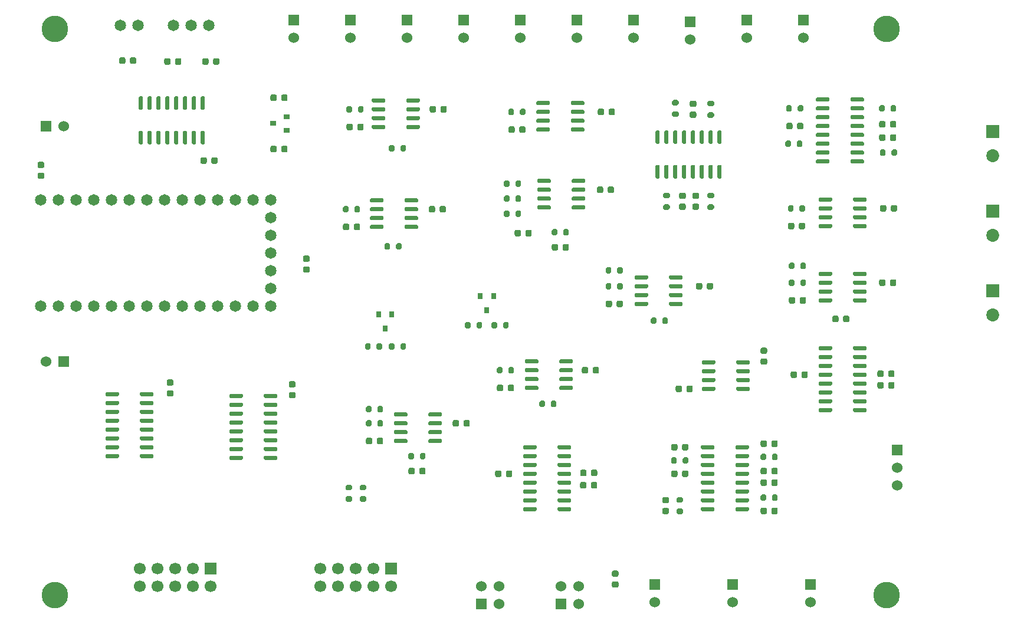
<source format=gts>
%TF.GenerationSoftware,KiCad,Pcbnew,5.1.7-a382d34a8~87~ubuntu18.04.1*%
%TF.CreationDate,2023-01-26T10:12:30-08:00*%
%TF.ProjectId,potentiostat,706f7465-6e74-4696-9f73-7461742e6b69,rev?*%
%TF.SameCoordinates,Original*%
%TF.FileFunction,Soldermask,Top*%
%TF.FilePolarity,Negative*%
%FSLAX46Y46*%
G04 Gerber Fmt 4.6, Leading zero omitted, Abs format (unit mm)*
G04 Created by KiCad (PCBNEW 5.1.7-a382d34a8~87~ubuntu18.04.1) date 2023-01-26 10:12:30*
%MOMM*%
%LPD*%
G01*
G04 APERTURE LIST*
%ADD10C,1.651000*%
%ADD11R,1.524000X1.524000*%
%ADD12C,1.524000*%
%ADD13C,1.700000*%
%ADD14R,1.700000X1.700000*%
%ADD15C,3.810000*%
%ADD16R,0.800000X0.900000*%
%ADD17R,0.900000X0.800000*%
%ADD18R,1.854200X1.854200*%
%ADD19C,1.854200*%
G04 APERTURE END LIST*
D10*
%TO.C,U2*%
X52540000Y-79180000D03*
X55080000Y-79180000D03*
X57620000Y-79180000D03*
X60160000Y-79180000D03*
X62700000Y-79180000D03*
X65240000Y-79180000D03*
X67780000Y-79180000D03*
X70320000Y-79180000D03*
X72860000Y-79180000D03*
X75400000Y-79180000D03*
X77940000Y-79180000D03*
X80480000Y-79180000D03*
X83020000Y-79180000D03*
X85560000Y-79180000D03*
X85560000Y-81720000D03*
X85560000Y-84260000D03*
X85560000Y-86800000D03*
X85560000Y-89340000D03*
X85560000Y-91880000D03*
X85560000Y-94420000D03*
X83020000Y-94420000D03*
X80480000Y-94420000D03*
X77940000Y-94420000D03*
X75400000Y-94420000D03*
X72860000Y-94420000D03*
X70320000Y-94420000D03*
X67780000Y-94420000D03*
X65240000Y-94420000D03*
X62700000Y-94420000D03*
X60160000Y-94420000D03*
X57620000Y-94420000D03*
X55080000Y-94420000D03*
X52540000Y-94420000D03*
%TD*%
D11*
%TO.C,P5*%
X53340000Y-68580000D03*
D12*
X55880000Y-68580000D03*
%TD*%
%TO.C,C3*%
G36*
G01*
X174188000Y-104390000D02*
X174188000Y-103890000D01*
G75*
G02*
X174413000Y-103665000I225000J0D01*
G01*
X174863000Y-103665000D01*
G75*
G02*
X175088000Y-103890000I0J-225000D01*
G01*
X175088000Y-104390000D01*
G75*
G02*
X174863000Y-104615000I-225000J0D01*
G01*
X174413000Y-104615000D01*
G75*
G02*
X174188000Y-104390000I0J225000D01*
G01*
G37*
G36*
G01*
X172638000Y-104390000D02*
X172638000Y-103890000D01*
G75*
G02*
X172863000Y-103665000I225000J0D01*
G01*
X173313000Y-103665000D01*
G75*
G02*
X173538000Y-103890000I0J-225000D01*
G01*
X173538000Y-104390000D01*
G75*
G02*
X173313000Y-104615000I-225000J0D01*
G01*
X172863000Y-104615000D01*
G75*
G02*
X172638000Y-104390000I0J225000D01*
G01*
G37*
%TD*%
%TO.C,U11*%
G36*
G01*
X123804000Y-76604000D02*
X123804000Y-76304000D01*
G75*
G02*
X123954000Y-76154000I150000J0D01*
G01*
X125604000Y-76154000D01*
G75*
G02*
X125754000Y-76304000I0J-150000D01*
G01*
X125754000Y-76604000D01*
G75*
G02*
X125604000Y-76754000I-150000J0D01*
G01*
X123954000Y-76754000D01*
G75*
G02*
X123804000Y-76604000I0J150000D01*
G01*
G37*
G36*
G01*
X123804000Y-77874000D02*
X123804000Y-77574000D01*
G75*
G02*
X123954000Y-77424000I150000J0D01*
G01*
X125604000Y-77424000D01*
G75*
G02*
X125754000Y-77574000I0J-150000D01*
G01*
X125754000Y-77874000D01*
G75*
G02*
X125604000Y-78024000I-150000J0D01*
G01*
X123954000Y-78024000D01*
G75*
G02*
X123804000Y-77874000I0J150000D01*
G01*
G37*
G36*
G01*
X123804000Y-79144000D02*
X123804000Y-78844000D01*
G75*
G02*
X123954000Y-78694000I150000J0D01*
G01*
X125604000Y-78694000D01*
G75*
G02*
X125754000Y-78844000I0J-150000D01*
G01*
X125754000Y-79144000D01*
G75*
G02*
X125604000Y-79294000I-150000J0D01*
G01*
X123954000Y-79294000D01*
G75*
G02*
X123804000Y-79144000I0J150000D01*
G01*
G37*
G36*
G01*
X123804000Y-80414000D02*
X123804000Y-80114000D01*
G75*
G02*
X123954000Y-79964000I150000J0D01*
G01*
X125604000Y-79964000D01*
G75*
G02*
X125754000Y-80114000I0J-150000D01*
G01*
X125754000Y-80414000D01*
G75*
G02*
X125604000Y-80564000I-150000J0D01*
G01*
X123954000Y-80564000D01*
G75*
G02*
X123804000Y-80414000I0J150000D01*
G01*
G37*
G36*
G01*
X128754000Y-80414000D02*
X128754000Y-80114000D01*
G75*
G02*
X128904000Y-79964000I150000J0D01*
G01*
X130554000Y-79964000D01*
G75*
G02*
X130704000Y-80114000I0J-150000D01*
G01*
X130704000Y-80414000D01*
G75*
G02*
X130554000Y-80564000I-150000J0D01*
G01*
X128904000Y-80564000D01*
G75*
G02*
X128754000Y-80414000I0J150000D01*
G01*
G37*
G36*
G01*
X128754000Y-79144000D02*
X128754000Y-78844000D01*
G75*
G02*
X128904000Y-78694000I150000J0D01*
G01*
X130554000Y-78694000D01*
G75*
G02*
X130704000Y-78844000I0J-150000D01*
G01*
X130704000Y-79144000D01*
G75*
G02*
X130554000Y-79294000I-150000J0D01*
G01*
X128904000Y-79294000D01*
G75*
G02*
X128754000Y-79144000I0J150000D01*
G01*
G37*
G36*
G01*
X128754000Y-77874000D02*
X128754000Y-77574000D01*
G75*
G02*
X128904000Y-77424000I150000J0D01*
G01*
X130554000Y-77424000D01*
G75*
G02*
X130704000Y-77574000I0J-150000D01*
G01*
X130704000Y-77874000D01*
G75*
G02*
X130554000Y-78024000I-150000J0D01*
G01*
X128904000Y-78024000D01*
G75*
G02*
X128754000Y-77874000I0J150000D01*
G01*
G37*
G36*
G01*
X128754000Y-76604000D02*
X128754000Y-76304000D01*
G75*
G02*
X128904000Y-76154000I150000J0D01*
G01*
X130554000Y-76154000D01*
G75*
G02*
X130704000Y-76304000I0J-150000D01*
G01*
X130704000Y-76604000D01*
G75*
G02*
X130554000Y-76754000I-150000J0D01*
G01*
X128904000Y-76754000D01*
G75*
G02*
X128754000Y-76604000I0J150000D01*
G01*
G37*
%TD*%
D11*
%TO.C,K1*%
X175514000Y-115062000D03*
D12*
X175514000Y-117602000D03*
X175514000Y-120142000D03*
%TD*%
D13*
%TO.C,P14*%
X66802000Y-134620000D03*
X66802000Y-132080000D03*
X69342000Y-134620000D03*
X69342000Y-132080000D03*
X71882000Y-134620000D03*
X71882000Y-132080000D03*
X74422000Y-134620000D03*
X74422000Y-132080000D03*
X76962000Y-134620000D03*
D14*
X76962000Y-132080000D03*
%TD*%
D13*
%TO.C,P13*%
X92710000Y-134620000D03*
X92710000Y-132080000D03*
X95250000Y-134620000D03*
X95250000Y-132080000D03*
X97790000Y-134620000D03*
X97790000Y-132080000D03*
X100330000Y-134620000D03*
X100330000Y-132080000D03*
X102870000Y-134620000D03*
D14*
X102870000Y-132080000D03*
%TD*%
D11*
%TO.C,P7*%
X129540000Y-53340000D03*
D12*
X129540000Y-55880000D03*
%TD*%
D11*
%TO.C,P9*%
X137668000Y-53340000D03*
D12*
X137668000Y-55880000D03*
%TD*%
D11*
%TO.C,P20*%
X163068000Y-134366000D03*
D12*
X163068000Y-136906000D03*
%TD*%
%TO.C,P21*%
X145796000Y-56134000D03*
D11*
X145796000Y-53594000D03*
%TD*%
%TO.C,P19*%
X153924000Y-53340000D03*
D12*
X153924000Y-55880000D03*
%TD*%
D11*
%TO.C,P6*%
X121412000Y-53340000D03*
D12*
X121412000Y-55880000D03*
%TD*%
D11*
%TO.C,P10*%
X105156000Y-53340000D03*
D12*
X105156000Y-55880000D03*
%TD*%
D11*
%TO.C,P12*%
X97028000Y-53340000D03*
D12*
X97028000Y-55880000D03*
%TD*%
D11*
%TO.C,P11*%
X88900000Y-53340000D03*
D12*
X88900000Y-55880000D03*
%TD*%
D11*
%TO.C,P4*%
X55880000Y-102362000D03*
D12*
X53340000Y-102362000D03*
%TD*%
D11*
%TO.C,P18*%
X140716000Y-134366000D03*
D12*
X140716000Y-136906000D03*
%TD*%
D11*
%TO.C,P17*%
X151892000Y-134366000D03*
D12*
X151892000Y-136906000D03*
%TD*%
D11*
%TO.C,P8*%
X113284000Y-53340000D03*
D12*
X113284000Y-55880000D03*
%TD*%
D11*
%TO.C,P16*%
X127254000Y-137160000D03*
D12*
X127254000Y-134620000D03*
X129794000Y-137160000D03*
X129794000Y-134620000D03*
%TD*%
D11*
%TO.C,P15*%
X115824000Y-137160000D03*
D12*
X115824000Y-134620000D03*
X118364000Y-137160000D03*
X118364000Y-134620000D03*
%TD*%
D15*
%TO.C,H3*%
X173990000Y-135890000D03*
%TD*%
%TO.C,H4*%
X54610000Y-135890000D03*
%TD*%
%TO.C,H1*%
X54610000Y-54610000D03*
%TD*%
%TO.C,H2*%
X173990000Y-54610000D03*
%TD*%
%TO.C,C1*%
G36*
G01*
X86416000Y-71632000D02*
X86416000Y-72132000D01*
G75*
G02*
X86191000Y-72357000I-225000J0D01*
G01*
X85741000Y-72357000D01*
G75*
G02*
X85516000Y-72132000I0J225000D01*
G01*
X85516000Y-71632000D01*
G75*
G02*
X85741000Y-71407000I225000J0D01*
G01*
X86191000Y-71407000D01*
G75*
G02*
X86416000Y-71632000I0J-225000D01*
G01*
G37*
G36*
G01*
X87966000Y-71632000D02*
X87966000Y-72132000D01*
G75*
G02*
X87741000Y-72357000I-225000J0D01*
G01*
X87291000Y-72357000D01*
G75*
G02*
X87066000Y-72132000I0J225000D01*
G01*
X87066000Y-71632000D01*
G75*
G02*
X87291000Y-71407000I225000J0D01*
G01*
X87741000Y-71407000D01*
G75*
G02*
X87966000Y-71632000I0J-225000D01*
G01*
G37*
%TD*%
%TO.C,C2*%
G36*
G01*
X162642000Y-104017000D02*
X162642000Y-104517000D01*
G75*
G02*
X162417000Y-104742000I-225000J0D01*
G01*
X161967000Y-104742000D01*
G75*
G02*
X161742000Y-104517000I0J225000D01*
G01*
X161742000Y-104017000D01*
G75*
G02*
X161967000Y-103792000I225000J0D01*
G01*
X162417000Y-103792000D01*
G75*
G02*
X162642000Y-104017000I0J-225000D01*
G01*
G37*
G36*
G01*
X161092000Y-104017000D02*
X161092000Y-104517000D01*
G75*
G02*
X160867000Y-104742000I-225000J0D01*
G01*
X160417000Y-104742000D01*
G75*
G02*
X160192000Y-104517000I0J225000D01*
G01*
X160192000Y-104017000D01*
G75*
G02*
X160417000Y-103792000I225000J0D01*
G01*
X160867000Y-103792000D01*
G75*
G02*
X161092000Y-104017000I0J-225000D01*
G01*
G37*
%TD*%
%TO.C,C4*%
G36*
G01*
X174188000Y-106041000D02*
X174188000Y-105541000D01*
G75*
G02*
X174413000Y-105316000I225000J0D01*
G01*
X174863000Y-105316000D01*
G75*
G02*
X175088000Y-105541000I0J-225000D01*
G01*
X175088000Y-106041000D01*
G75*
G02*
X174863000Y-106266000I-225000J0D01*
G01*
X174413000Y-106266000D01*
G75*
G02*
X174188000Y-106041000I0J225000D01*
G01*
G37*
G36*
G01*
X172638000Y-106041000D02*
X172638000Y-105541000D01*
G75*
G02*
X172863000Y-105316000I225000J0D01*
G01*
X173313000Y-105316000D01*
G75*
G02*
X173538000Y-105541000I0J-225000D01*
G01*
X173538000Y-106041000D01*
G75*
G02*
X173313000Y-106266000I-225000J0D01*
G01*
X172863000Y-106266000D01*
G75*
G02*
X172638000Y-106041000I0J225000D01*
G01*
G37*
%TD*%
%TO.C,C5*%
G36*
G01*
X87966000Y-64266000D02*
X87966000Y-64766000D01*
G75*
G02*
X87741000Y-64991000I-225000J0D01*
G01*
X87291000Y-64991000D01*
G75*
G02*
X87066000Y-64766000I0J225000D01*
G01*
X87066000Y-64266000D01*
G75*
G02*
X87291000Y-64041000I225000J0D01*
G01*
X87741000Y-64041000D01*
G75*
G02*
X87966000Y-64266000I0J-225000D01*
G01*
G37*
G36*
G01*
X86416000Y-64266000D02*
X86416000Y-64766000D01*
G75*
G02*
X86191000Y-64991000I-225000J0D01*
G01*
X85741000Y-64991000D01*
G75*
G02*
X85516000Y-64766000I0J225000D01*
G01*
X85516000Y-64266000D01*
G75*
G02*
X85741000Y-64041000I225000J0D01*
G01*
X86191000Y-64041000D01*
G75*
G02*
X86416000Y-64266000I0J-225000D01*
G01*
G37*
%TD*%
%TO.C,C6*%
G36*
G01*
X126802000Y-85729000D02*
X126802000Y-86229000D01*
G75*
G02*
X126577000Y-86454000I-225000J0D01*
G01*
X126127000Y-86454000D01*
G75*
G02*
X125902000Y-86229000I0J225000D01*
G01*
X125902000Y-85729000D01*
G75*
G02*
X126127000Y-85504000I225000J0D01*
G01*
X126577000Y-85504000D01*
G75*
G02*
X126802000Y-85729000I0J-225000D01*
G01*
G37*
G36*
G01*
X128352000Y-85729000D02*
X128352000Y-86229000D01*
G75*
G02*
X128127000Y-86454000I-225000J0D01*
G01*
X127677000Y-86454000D01*
G75*
G02*
X127452000Y-86229000I0J225000D01*
G01*
X127452000Y-85729000D01*
G75*
G02*
X127677000Y-85504000I225000J0D01*
G01*
X128127000Y-85504000D01*
G75*
G02*
X128352000Y-85729000I0J-225000D01*
G01*
G37*
%TD*%
%TO.C,C7*%
G36*
G01*
X52828000Y-76155000D02*
X52328000Y-76155000D01*
G75*
G02*
X52103000Y-75930000I0J225000D01*
G01*
X52103000Y-75480000D01*
G75*
G02*
X52328000Y-75255000I225000J0D01*
G01*
X52828000Y-75255000D01*
G75*
G02*
X53053000Y-75480000I0J-225000D01*
G01*
X53053000Y-75930000D01*
G75*
G02*
X52828000Y-76155000I-225000J0D01*
G01*
G37*
G36*
G01*
X52828000Y-74605000D02*
X52328000Y-74605000D01*
G75*
G02*
X52103000Y-74380000I0J225000D01*
G01*
X52103000Y-73930000D01*
G75*
G02*
X52328000Y-73705000I225000J0D01*
G01*
X52828000Y-73705000D01*
G75*
G02*
X53053000Y-73930000I0J-225000D01*
G01*
X53053000Y-74380000D01*
G75*
G02*
X52828000Y-74605000I-225000J0D01*
G01*
G37*
%TD*%
%TO.C,C8*%
G36*
G01*
X90928000Y-88067000D02*
X90428000Y-88067000D01*
G75*
G02*
X90203000Y-87842000I0J225000D01*
G01*
X90203000Y-87392000D01*
G75*
G02*
X90428000Y-87167000I225000J0D01*
G01*
X90928000Y-87167000D01*
G75*
G02*
X91153000Y-87392000I0J-225000D01*
G01*
X91153000Y-87842000D01*
G75*
G02*
X90928000Y-88067000I-225000J0D01*
G01*
G37*
G36*
G01*
X90928000Y-89617000D02*
X90428000Y-89617000D01*
G75*
G02*
X90203000Y-89392000I0J225000D01*
G01*
X90203000Y-88942000D01*
G75*
G02*
X90428000Y-88717000I225000J0D01*
G01*
X90928000Y-88717000D01*
G75*
G02*
X91153000Y-88942000I0J-225000D01*
G01*
X91153000Y-89392000D01*
G75*
G02*
X90928000Y-89617000I-225000J0D01*
G01*
G37*
%TD*%
%TO.C,C9*%
G36*
G01*
X135251000Y-134829000D02*
X134751000Y-134829000D01*
G75*
G02*
X134526000Y-134604000I0J225000D01*
G01*
X134526000Y-134154000D01*
G75*
G02*
X134751000Y-133929000I225000J0D01*
G01*
X135251000Y-133929000D01*
G75*
G02*
X135476000Y-134154000I0J-225000D01*
G01*
X135476000Y-134604000D01*
G75*
G02*
X135251000Y-134829000I-225000J0D01*
G01*
G37*
G36*
G01*
X135251000Y-133279000D02*
X134751000Y-133279000D01*
G75*
G02*
X134526000Y-133054000I0J225000D01*
G01*
X134526000Y-132604000D01*
G75*
G02*
X134751000Y-132379000I225000J0D01*
G01*
X135251000Y-132379000D01*
G75*
G02*
X135476000Y-132604000I0J-225000D01*
G01*
X135476000Y-133054000D01*
G75*
G02*
X135251000Y-133279000I-225000J0D01*
G01*
G37*
%TD*%
%TO.C,C10*%
G36*
G01*
X71370000Y-105847000D02*
X70870000Y-105847000D01*
G75*
G02*
X70645000Y-105622000I0J225000D01*
G01*
X70645000Y-105172000D01*
G75*
G02*
X70870000Y-104947000I225000J0D01*
G01*
X71370000Y-104947000D01*
G75*
G02*
X71595000Y-105172000I0J-225000D01*
G01*
X71595000Y-105622000D01*
G75*
G02*
X71370000Y-105847000I-225000J0D01*
G01*
G37*
G36*
G01*
X71370000Y-107397000D02*
X70870000Y-107397000D01*
G75*
G02*
X70645000Y-107172000I0J225000D01*
G01*
X70645000Y-106722000D01*
G75*
G02*
X70870000Y-106497000I225000J0D01*
G01*
X71370000Y-106497000D01*
G75*
G02*
X71595000Y-106722000I0J-225000D01*
G01*
X71595000Y-107172000D01*
G75*
G02*
X71370000Y-107397000I-225000J0D01*
G01*
G37*
%TD*%
%TO.C,C11*%
G36*
G01*
X123018000Y-83697000D02*
X123018000Y-84197000D01*
G75*
G02*
X122793000Y-84422000I-225000J0D01*
G01*
X122343000Y-84422000D01*
G75*
G02*
X122118000Y-84197000I0J225000D01*
G01*
X122118000Y-83697000D01*
G75*
G02*
X122343000Y-83472000I225000J0D01*
G01*
X122793000Y-83472000D01*
G75*
G02*
X123018000Y-83697000I0J-225000D01*
G01*
G37*
G36*
G01*
X121468000Y-83697000D02*
X121468000Y-84197000D01*
G75*
G02*
X121243000Y-84422000I-225000J0D01*
G01*
X120793000Y-84422000D01*
G75*
G02*
X120568000Y-84197000I0J225000D01*
G01*
X120568000Y-83697000D01*
G75*
G02*
X120793000Y-83472000I225000J0D01*
G01*
X121243000Y-83472000D01*
G75*
G02*
X121468000Y-83697000I0J-225000D01*
G01*
G37*
%TD*%
%TO.C,C12*%
G36*
G01*
X97338000Y-68457000D02*
X97338000Y-68957000D01*
G75*
G02*
X97113000Y-69182000I-225000J0D01*
G01*
X96663000Y-69182000D01*
G75*
G02*
X96438000Y-68957000I0J225000D01*
G01*
X96438000Y-68457000D01*
G75*
G02*
X96663000Y-68232000I225000J0D01*
G01*
X97113000Y-68232000D01*
G75*
G02*
X97338000Y-68457000I0J-225000D01*
G01*
G37*
G36*
G01*
X98888000Y-68457000D02*
X98888000Y-68957000D01*
G75*
G02*
X98663000Y-69182000I-225000J0D01*
G01*
X98213000Y-69182000D01*
G75*
G02*
X97988000Y-68957000I0J225000D01*
G01*
X97988000Y-68457000D01*
G75*
G02*
X98213000Y-68232000I225000J0D01*
G01*
X98663000Y-68232000D01*
G75*
G02*
X98888000Y-68457000I0J-225000D01*
G01*
G37*
%TD*%
%TO.C,C13*%
G36*
G01*
X144403000Y-78150000D02*
X144903000Y-78150000D01*
G75*
G02*
X145128000Y-78375000I0J-225000D01*
G01*
X145128000Y-78825000D01*
G75*
G02*
X144903000Y-79050000I-225000J0D01*
G01*
X144403000Y-79050000D01*
G75*
G02*
X144178000Y-78825000I0J225000D01*
G01*
X144178000Y-78375000D01*
G75*
G02*
X144403000Y-78150000I225000J0D01*
G01*
G37*
G36*
G01*
X144403000Y-79700000D02*
X144903000Y-79700000D01*
G75*
G02*
X145128000Y-79925000I0J-225000D01*
G01*
X145128000Y-80375000D01*
G75*
G02*
X144903000Y-80600000I-225000J0D01*
G01*
X144403000Y-80600000D01*
G75*
G02*
X144178000Y-80375000I0J225000D01*
G01*
X144178000Y-79925000D01*
G75*
G02*
X144403000Y-79700000I225000J0D01*
G01*
G37*
%TD*%
%TO.C,C14*%
G36*
G01*
X122129000Y-68838000D02*
X122129000Y-69338000D01*
G75*
G02*
X121904000Y-69563000I-225000J0D01*
G01*
X121454000Y-69563000D01*
G75*
G02*
X121229000Y-69338000I0J225000D01*
G01*
X121229000Y-68838000D01*
G75*
G02*
X121454000Y-68613000I225000J0D01*
G01*
X121904000Y-68613000D01*
G75*
G02*
X122129000Y-68838000I0J-225000D01*
G01*
G37*
G36*
G01*
X120579000Y-68838000D02*
X120579000Y-69338000D01*
G75*
G02*
X120354000Y-69563000I-225000J0D01*
G01*
X119904000Y-69563000D01*
G75*
G02*
X119679000Y-69338000I0J225000D01*
G01*
X119679000Y-68838000D01*
G75*
G02*
X119904000Y-68613000I225000J0D01*
G01*
X120354000Y-68613000D01*
G75*
G02*
X120579000Y-68838000I0J-225000D01*
G01*
G37*
%TD*%
%TO.C,C15*%
G36*
G01*
X98380000Y-82808000D02*
X98380000Y-83308000D01*
G75*
G02*
X98155000Y-83533000I-225000J0D01*
G01*
X97705000Y-83533000D01*
G75*
G02*
X97480000Y-83308000I0J225000D01*
G01*
X97480000Y-82808000D01*
G75*
G02*
X97705000Y-82583000I225000J0D01*
G01*
X98155000Y-82583000D01*
G75*
G02*
X98380000Y-82808000I0J-225000D01*
G01*
G37*
G36*
G01*
X96830000Y-82808000D02*
X96830000Y-83308000D01*
G75*
G02*
X96605000Y-83533000I-225000J0D01*
G01*
X96155000Y-83533000D01*
G75*
G02*
X95930000Y-83308000I0J225000D01*
G01*
X95930000Y-82808000D01*
G75*
G02*
X96155000Y-82583000I225000J0D01*
G01*
X96605000Y-82583000D01*
G75*
G02*
X96830000Y-82808000I0J-225000D01*
G01*
G37*
%TD*%
%TO.C,C16*%
G36*
G01*
X133929000Y-77974000D02*
X133929000Y-77474000D01*
G75*
G02*
X134154000Y-77249000I225000J0D01*
G01*
X134604000Y-77249000D01*
G75*
G02*
X134829000Y-77474000I0J-225000D01*
G01*
X134829000Y-77974000D01*
G75*
G02*
X134604000Y-78199000I-225000J0D01*
G01*
X134154000Y-78199000D01*
G75*
G02*
X133929000Y-77974000I0J225000D01*
G01*
G37*
G36*
G01*
X132379000Y-77974000D02*
X132379000Y-77474000D01*
G75*
G02*
X132604000Y-77249000I225000J0D01*
G01*
X133054000Y-77249000D01*
G75*
G02*
X133279000Y-77474000I0J-225000D01*
G01*
X133279000Y-77974000D01*
G75*
G02*
X133054000Y-78199000I-225000J0D01*
G01*
X132604000Y-78199000D01*
G75*
G02*
X132379000Y-77974000I0J225000D01*
G01*
G37*
%TD*%
%TO.C,C17*%
G36*
G01*
X146427000Y-65842000D02*
X145927000Y-65842000D01*
G75*
G02*
X145702000Y-65617000I0J225000D01*
G01*
X145702000Y-65167000D01*
G75*
G02*
X145927000Y-64942000I225000J0D01*
G01*
X146427000Y-64942000D01*
G75*
G02*
X146652000Y-65167000I0J-225000D01*
G01*
X146652000Y-65617000D01*
G75*
G02*
X146427000Y-65842000I-225000J0D01*
G01*
G37*
G36*
G01*
X146427000Y-67392000D02*
X145927000Y-67392000D01*
G75*
G02*
X145702000Y-67167000I0J225000D01*
G01*
X145702000Y-66717000D01*
G75*
G02*
X145927000Y-66492000I225000J0D01*
G01*
X146427000Y-66492000D01*
G75*
G02*
X146652000Y-66717000I0J-225000D01*
G01*
X146652000Y-67167000D01*
G75*
G02*
X146427000Y-67392000I-225000J0D01*
G01*
G37*
%TD*%
%TO.C,C18*%
G36*
G01*
X109926000Y-66417000D02*
X109926000Y-65917000D01*
G75*
G02*
X110151000Y-65692000I225000J0D01*
G01*
X110601000Y-65692000D01*
G75*
G02*
X110826000Y-65917000I0J-225000D01*
G01*
X110826000Y-66417000D01*
G75*
G02*
X110601000Y-66642000I-225000J0D01*
G01*
X110151000Y-66642000D01*
G75*
G02*
X109926000Y-66417000I0J225000D01*
G01*
G37*
G36*
G01*
X108376000Y-66417000D02*
X108376000Y-65917000D01*
G75*
G02*
X108601000Y-65692000I225000J0D01*
G01*
X109051000Y-65692000D01*
G75*
G02*
X109276000Y-65917000I0J-225000D01*
G01*
X109276000Y-66417000D01*
G75*
G02*
X109051000Y-66642000I-225000J0D01*
G01*
X108601000Y-66642000D01*
G75*
G02*
X108376000Y-66417000I0J225000D01*
G01*
G37*
%TD*%
%TO.C,C19*%
G36*
G01*
X134056000Y-66798000D02*
X134056000Y-66298000D01*
G75*
G02*
X134281000Y-66073000I225000J0D01*
G01*
X134731000Y-66073000D01*
G75*
G02*
X134956000Y-66298000I0J-225000D01*
G01*
X134956000Y-66798000D01*
G75*
G02*
X134731000Y-67023000I-225000J0D01*
G01*
X134281000Y-67023000D01*
G75*
G02*
X134056000Y-66798000I0J225000D01*
G01*
G37*
G36*
G01*
X132506000Y-66798000D02*
X132506000Y-66298000D01*
G75*
G02*
X132731000Y-66073000I225000J0D01*
G01*
X133181000Y-66073000D01*
G75*
G02*
X133406000Y-66298000I0J-225000D01*
G01*
X133406000Y-66798000D01*
G75*
G02*
X133181000Y-67023000I-225000J0D01*
G01*
X132731000Y-67023000D01*
G75*
G02*
X132506000Y-66798000I0J225000D01*
G01*
G37*
%TD*%
%TO.C,C20*%
G36*
G01*
X146308000Y-78150000D02*
X146808000Y-78150000D01*
G75*
G02*
X147033000Y-78375000I0J-225000D01*
G01*
X147033000Y-78825000D01*
G75*
G02*
X146808000Y-79050000I-225000J0D01*
G01*
X146308000Y-79050000D01*
G75*
G02*
X146083000Y-78825000I0J225000D01*
G01*
X146083000Y-78375000D01*
G75*
G02*
X146308000Y-78150000I225000J0D01*
G01*
G37*
G36*
G01*
X146308000Y-79700000D02*
X146808000Y-79700000D01*
G75*
G02*
X147033000Y-79925000I0J-225000D01*
G01*
X147033000Y-80375000D01*
G75*
G02*
X146808000Y-80600000I-225000J0D01*
G01*
X146308000Y-80600000D01*
G75*
G02*
X146083000Y-80375000I0J225000D01*
G01*
X146083000Y-79925000D01*
G75*
G02*
X146308000Y-79700000I225000J0D01*
G01*
G37*
%TD*%
%TO.C,C21*%
G36*
G01*
X108249000Y-80768000D02*
X108249000Y-80268000D01*
G75*
G02*
X108474000Y-80043000I225000J0D01*
G01*
X108924000Y-80043000D01*
G75*
G02*
X109149000Y-80268000I0J-225000D01*
G01*
X109149000Y-80768000D01*
G75*
G02*
X108924000Y-80993000I-225000J0D01*
G01*
X108474000Y-80993000D01*
G75*
G02*
X108249000Y-80768000I0J225000D01*
G01*
G37*
G36*
G01*
X109799000Y-80768000D02*
X109799000Y-80268000D01*
G75*
G02*
X110024000Y-80043000I225000J0D01*
G01*
X110474000Y-80043000D01*
G75*
G02*
X110699000Y-80268000I0J-225000D01*
G01*
X110699000Y-80768000D01*
G75*
G02*
X110474000Y-80993000I-225000J0D01*
G01*
X110024000Y-80993000D01*
G75*
G02*
X109799000Y-80768000I0J225000D01*
G01*
G37*
%TD*%
%TO.C,C22*%
G36*
G01*
X70276000Y-59559000D02*
X70276000Y-59059000D01*
G75*
G02*
X70501000Y-58834000I225000J0D01*
G01*
X70951000Y-58834000D01*
G75*
G02*
X71176000Y-59059000I0J-225000D01*
G01*
X71176000Y-59559000D01*
G75*
G02*
X70951000Y-59784000I-225000J0D01*
G01*
X70501000Y-59784000D01*
G75*
G02*
X70276000Y-59559000I0J225000D01*
G01*
G37*
G36*
G01*
X71826000Y-59559000D02*
X71826000Y-59059000D01*
G75*
G02*
X72051000Y-58834000I225000J0D01*
G01*
X72501000Y-58834000D01*
G75*
G02*
X72726000Y-59059000I0J-225000D01*
G01*
X72726000Y-59559000D01*
G75*
G02*
X72501000Y-59784000I-225000J0D01*
G01*
X72051000Y-59784000D01*
G75*
G02*
X71826000Y-59559000I0J225000D01*
G01*
G37*
%TD*%
%TO.C,C23*%
G36*
G01*
X76637000Y-59059000D02*
X76637000Y-59559000D01*
G75*
G02*
X76412000Y-59784000I-225000J0D01*
G01*
X75962000Y-59784000D01*
G75*
G02*
X75737000Y-59559000I0J225000D01*
G01*
X75737000Y-59059000D01*
G75*
G02*
X75962000Y-58834000I225000J0D01*
G01*
X76412000Y-58834000D01*
G75*
G02*
X76637000Y-59059000I0J-225000D01*
G01*
G37*
G36*
G01*
X78187000Y-59059000D02*
X78187000Y-59559000D01*
G75*
G02*
X77962000Y-59784000I-225000J0D01*
G01*
X77512000Y-59784000D01*
G75*
G02*
X77287000Y-59559000I0J225000D01*
G01*
X77287000Y-59059000D01*
G75*
G02*
X77512000Y-58834000I225000J0D01*
G01*
X77962000Y-58834000D01*
G75*
G02*
X78187000Y-59059000I0J-225000D01*
G01*
G37*
%TD*%
%TO.C,C24*%
G36*
G01*
X65349000Y-59432000D02*
X65349000Y-58932000D01*
G75*
G02*
X65574000Y-58707000I225000J0D01*
G01*
X66024000Y-58707000D01*
G75*
G02*
X66249000Y-58932000I0J-225000D01*
G01*
X66249000Y-59432000D01*
G75*
G02*
X66024000Y-59657000I-225000J0D01*
G01*
X65574000Y-59657000D01*
G75*
G02*
X65349000Y-59432000I0J225000D01*
G01*
G37*
G36*
G01*
X63799000Y-59432000D02*
X63799000Y-58932000D01*
G75*
G02*
X64024000Y-58707000I225000J0D01*
G01*
X64474000Y-58707000D01*
G75*
G02*
X64699000Y-58932000I0J-225000D01*
G01*
X64699000Y-59432000D01*
G75*
G02*
X64474000Y-59657000I-225000J0D01*
G01*
X64024000Y-59657000D01*
G75*
G02*
X63799000Y-59432000I0J225000D01*
G01*
G37*
%TD*%
%TO.C,C25*%
G36*
G01*
X145497000Y-114431000D02*
X145497000Y-114931000D01*
G75*
G02*
X145272000Y-115156000I-225000J0D01*
G01*
X144822000Y-115156000D01*
G75*
G02*
X144597000Y-114931000I0J225000D01*
G01*
X144597000Y-114431000D01*
G75*
G02*
X144822000Y-114206000I225000J0D01*
G01*
X145272000Y-114206000D01*
G75*
G02*
X145497000Y-114431000I0J-225000D01*
G01*
G37*
G36*
G01*
X143947000Y-114431000D02*
X143947000Y-114931000D01*
G75*
G02*
X143722000Y-115156000I-225000J0D01*
G01*
X143272000Y-115156000D01*
G75*
G02*
X143047000Y-114931000I0J225000D01*
G01*
X143047000Y-114431000D01*
G75*
G02*
X143272000Y-114206000I225000J0D01*
G01*
X143722000Y-114206000D01*
G75*
G02*
X143947000Y-114431000I0J-225000D01*
G01*
G37*
%TD*%
%TO.C,C26*%
G36*
G01*
X141990000Y-123388000D02*
X142490000Y-123388000D01*
G75*
G02*
X142715000Y-123613000I0J-225000D01*
G01*
X142715000Y-124063000D01*
G75*
G02*
X142490000Y-124288000I-225000J0D01*
G01*
X141990000Y-124288000D01*
G75*
G02*
X141765000Y-124063000I0J225000D01*
G01*
X141765000Y-123613000D01*
G75*
G02*
X141990000Y-123388000I225000J0D01*
G01*
G37*
G36*
G01*
X141990000Y-121838000D02*
X142490000Y-121838000D01*
G75*
G02*
X142715000Y-122063000I0J-225000D01*
G01*
X142715000Y-122513000D01*
G75*
G02*
X142490000Y-122738000I-225000J0D01*
G01*
X141990000Y-122738000D01*
G75*
G02*
X141765000Y-122513000I0J225000D01*
G01*
X141765000Y-122063000D01*
G75*
G02*
X141990000Y-121838000I225000J0D01*
G01*
G37*
%TD*%
%TO.C,C27*%
G36*
G01*
X155874000Y-124075000D02*
X155874000Y-123575000D01*
G75*
G02*
X156099000Y-123350000I225000J0D01*
G01*
X156549000Y-123350000D01*
G75*
G02*
X156774000Y-123575000I0J-225000D01*
G01*
X156774000Y-124075000D01*
G75*
G02*
X156549000Y-124300000I-225000J0D01*
G01*
X156099000Y-124300000D01*
G75*
G02*
X155874000Y-124075000I0J225000D01*
G01*
G37*
G36*
G01*
X157424000Y-124075000D02*
X157424000Y-123575000D01*
G75*
G02*
X157649000Y-123350000I225000J0D01*
G01*
X158099000Y-123350000D01*
G75*
G02*
X158324000Y-123575000I0J-225000D01*
G01*
X158324000Y-124075000D01*
G75*
G02*
X158099000Y-124300000I-225000J0D01*
G01*
X157649000Y-124300000D01*
G75*
G02*
X157424000Y-124075000I0J225000D01*
G01*
G37*
%TD*%
%TO.C,C28*%
G36*
G01*
X155874000Y-114423000D02*
X155874000Y-113923000D01*
G75*
G02*
X156099000Y-113698000I225000J0D01*
G01*
X156549000Y-113698000D01*
G75*
G02*
X156774000Y-113923000I0J-225000D01*
G01*
X156774000Y-114423000D01*
G75*
G02*
X156549000Y-114648000I-225000J0D01*
G01*
X156099000Y-114648000D01*
G75*
G02*
X155874000Y-114423000I0J225000D01*
G01*
G37*
G36*
G01*
X157424000Y-114423000D02*
X157424000Y-113923000D01*
G75*
G02*
X157649000Y-113698000I225000J0D01*
G01*
X158099000Y-113698000D01*
G75*
G02*
X158324000Y-113923000I0J-225000D01*
G01*
X158324000Y-114423000D01*
G75*
G02*
X158099000Y-114648000I-225000J0D01*
G01*
X157649000Y-114648000D01*
G75*
G02*
X157424000Y-114423000I0J225000D01*
G01*
G37*
%TD*%
%TO.C,C29*%
G36*
G01*
X167061000Y-96016000D02*
X167061000Y-96516000D01*
G75*
G02*
X166836000Y-96741000I-225000J0D01*
G01*
X166386000Y-96741000D01*
G75*
G02*
X166161000Y-96516000I0J225000D01*
G01*
X166161000Y-96016000D01*
G75*
G02*
X166386000Y-95791000I225000J0D01*
G01*
X166836000Y-95791000D01*
G75*
G02*
X167061000Y-96016000I0J-225000D01*
G01*
G37*
G36*
G01*
X168611000Y-96016000D02*
X168611000Y-96516000D01*
G75*
G02*
X168386000Y-96741000I-225000J0D01*
G01*
X167936000Y-96741000D01*
G75*
G02*
X167711000Y-96516000I0J225000D01*
G01*
X167711000Y-96016000D01*
G75*
G02*
X167936000Y-95791000I225000J0D01*
G01*
X168386000Y-95791000D01*
G75*
G02*
X168611000Y-96016000I0J-225000D01*
G01*
G37*
%TD*%
%TO.C,C30*%
G36*
G01*
X107778000Y-117860000D02*
X107778000Y-118360000D01*
G75*
G02*
X107553000Y-118585000I-225000J0D01*
G01*
X107103000Y-118585000D01*
G75*
G02*
X106878000Y-118360000I0J225000D01*
G01*
X106878000Y-117860000D01*
G75*
G02*
X107103000Y-117635000I225000J0D01*
G01*
X107553000Y-117635000D01*
G75*
G02*
X107778000Y-117860000I0J-225000D01*
G01*
G37*
G36*
G01*
X106228000Y-117860000D02*
X106228000Y-118360000D01*
G75*
G02*
X106003000Y-118585000I-225000J0D01*
G01*
X105553000Y-118585000D01*
G75*
G02*
X105328000Y-118360000I0J225000D01*
G01*
X105328000Y-117860000D01*
G75*
G02*
X105553000Y-117635000I225000J0D01*
G01*
X106003000Y-117635000D01*
G75*
G02*
X106228000Y-117860000I0J-225000D01*
G01*
G37*
%TD*%
%TO.C,C31*%
G36*
G01*
X160457000Y-68330000D02*
X160457000Y-68830000D01*
G75*
G02*
X160232000Y-69055000I-225000J0D01*
G01*
X159782000Y-69055000D01*
G75*
G02*
X159557000Y-68830000I0J225000D01*
G01*
X159557000Y-68330000D01*
G75*
G02*
X159782000Y-68105000I225000J0D01*
G01*
X160232000Y-68105000D01*
G75*
G02*
X160457000Y-68330000I0J-225000D01*
G01*
G37*
G36*
G01*
X162007000Y-68330000D02*
X162007000Y-68830000D01*
G75*
G02*
X161782000Y-69055000I-225000J0D01*
G01*
X161332000Y-69055000D01*
G75*
G02*
X161107000Y-68830000I0J225000D01*
G01*
X161107000Y-68330000D01*
G75*
G02*
X161332000Y-68105000I225000J0D01*
G01*
X161782000Y-68105000D01*
G75*
G02*
X162007000Y-68330000I0J-225000D01*
G01*
G37*
%TD*%
%TO.C,C32*%
G36*
G01*
X160838000Y-93349000D02*
X160838000Y-93849000D01*
G75*
G02*
X160613000Y-94074000I-225000J0D01*
G01*
X160163000Y-94074000D01*
G75*
G02*
X159938000Y-93849000I0J225000D01*
G01*
X159938000Y-93349000D01*
G75*
G02*
X160163000Y-93124000I225000J0D01*
G01*
X160613000Y-93124000D01*
G75*
G02*
X160838000Y-93349000I0J-225000D01*
G01*
G37*
G36*
G01*
X162388000Y-93349000D02*
X162388000Y-93849000D01*
G75*
G02*
X162163000Y-94074000I-225000J0D01*
G01*
X161713000Y-94074000D01*
G75*
G02*
X161488000Y-93849000I0J225000D01*
G01*
X161488000Y-93349000D01*
G75*
G02*
X161713000Y-93124000I225000J0D01*
G01*
X162163000Y-93124000D01*
G75*
G02*
X162388000Y-93349000I0J-225000D01*
G01*
G37*
%TD*%
%TO.C,C33*%
G36*
G01*
X145497000Y-118241000D02*
X145497000Y-118741000D01*
G75*
G02*
X145272000Y-118966000I-225000J0D01*
G01*
X144822000Y-118966000D01*
G75*
G02*
X144597000Y-118741000I0J225000D01*
G01*
X144597000Y-118241000D01*
G75*
G02*
X144822000Y-118016000I225000J0D01*
G01*
X145272000Y-118016000D01*
G75*
G02*
X145497000Y-118241000I0J-225000D01*
G01*
G37*
G36*
G01*
X143947000Y-118241000D02*
X143947000Y-118741000D01*
G75*
G02*
X143722000Y-118966000I-225000J0D01*
G01*
X143272000Y-118966000D01*
G75*
G02*
X143047000Y-118741000I0J225000D01*
G01*
X143047000Y-118241000D01*
G75*
G02*
X143272000Y-118016000I225000J0D01*
G01*
X143722000Y-118016000D01*
G75*
G02*
X143947000Y-118241000I0J-225000D01*
G01*
G37*
%TD*%
%TO.C,C34*%
G36*
G01*
X144582000Y-106049000D02*
X144582000Y-106549000D01*
G75*
G02*
X144357000Y-106774000I-225000J0D01*
G01*
X143907000Y-106774000D01*
G75*
G02*
X143682000Y-106549000I0J225000D01*
G01*
X143682000Y-106049000D01*
G75*
G02*
X143907000Y-105824000I225000J0D01*
G01*
X144357000Y-105824000D01*
G75*
G02*
X144582000Y-106049000I0J-225000D01*
G01*
G37*
G36*
G01*
X146132000Y-106049000D02*
X146132000Y-106549000D01*
G75*
G02*
X145907000Y-106774000I-225000J0D01*
G01*
X145457000Y-106774000D01*
G75*
G02*
X145232000Y-106549000I0J225000D01*
G01*
X145232000Y-106049000D01*
G75*
G02*
X145457000Y-105824000I225000J0D01*
G01*
X145907000Y-105824000D01*
G75*
G02*
X146132000Y-106049000I0J-225000D01*
G01*
G37*
%TD*%
%TO.C,C35*%
G36*
G01*
X172892000Y-68576000D02*
X172892000Y-68076000D01*
G75*
G02*
X173117000Y-67851000I225000J0D01*
G01*
X173567000Y-67851000D01*
G75*
G02*
X173792000Y-68076000I0J-225000D01*
G01*
X173792000Y-68576000D01*
G75*
G02*
X173567000Y-68801000I-225000J0D01*
G01*
X173117000Y-68801000D01*
G75*
G02*
X172892000Y-68576000I0J225000D01*
G01*
G37*
G36*
G01*
X174442000Y-68576000D02*
X174442000Y-68076000D01*
G75*
G02*
X174667000Y-67851000I225000J0D01*
G01*
X175117000Y-67851000D01*
G75*
G02*
X175342000Y-68076000I0J-225000D01*
G01*
X175342000Y-68576000D01*
G75*
G02*
X175117000Y-68801000I-225000J0D01*
G01*
X174667000Y-68801000D01*
G75*
G02*
X174442000Y-68576000I0J225000D01*
G01*
G37*
%TD*%
%TO.C,C36*%
G36*
G01*
X160711000Y-82681000D02*
X160711000Y-83181000D01*
G75*
G02*
X160486000Y-83406000I-225000J0D01*
G01*
X160036000Y-83406000D01*
G75*
G02*
X159811000Y-83181000I0J225000D01*
G01*
X159811000Y-82681000D01*
G75*
G02*
X160036000Y-82456000I225000J0D01*
G01*
X160486000Y-82456000D01*
G75*
G02*
X160711000Y-82681000I0J-225000D01*
G01*
G37*
G36*
G01*
X162261000Y-82681000D02*
X162261000Y-83181000D01*
G75*
G02*
X162036000Y-83406000I-225000J0D01*
G01*
X161586000Y-83406000D01*
G75*
G02*
X161361000Y-83181000I0J225000D01*
G01*
X161361000Y-82681000D01*
G75*
G02*
X161586000Y-82456000I225000J0D01*
G01*
X162036000Y-82456000D01*
G75*
G02*
X162261000Y-82681000I0J-225000D01*
G01*
G37*
%TD*%
%TO.C,C37*%
G36*
G01*
X157424000Y-118360000D02*
X157424000Y-117860000D01*
G75*
G02*
X157649000Y-117635000I225000J0D01*
G01*
X158099000Y-117635000D01*
G75*
G02*
X158324000Y-117860000I0J-225000D01*
G01*
X158324000Y-118360000D01*
G75*
G02*
X158099000Y-118585000I-225000J0D01*
G01*
X157649000Y-118585000D01*
G75*
G02*
X157424000Y-118360000I0J225000D01*
G01*
G37*
G36*
G01*
X155874000Y-118360000D02*
X155874000Y-117860000D01*
G75*
G02*
X156099000Y-117635000I225000J0D01*
G01*
X156549000Y-117635000D01*
G75*
G02*
X156774000Y-117860000I0J-225000D01*
G01*
X156774000Y-118360000D01*
G75*
G02*
X156549000Y-118585000I-225000J0D01*
G01*
X156099000Y-118585000D01*
G75*
G02*
X155874000Y-118360000I0J225000D01*
G01*
G37*
%TD*%
%TO.C,C38*%
G36*
G01*
X156587000Y-102825000D02*
X156087000Y-102825000D01*
G75*
G02*
X155862000Y-102600000I0J225000D01*
G01*
X155862000Y-102150000D01*
G75*
G02*
X156087000Y-101925000I225000J0D01*
G01*
X156587000Y-101925000D01*
G75*
G02*
X156812000Y-102150000I0J-225000D01*
G01*
X156812000Y-102600000D01*
G75*
G02*
X156587000Y-102825000I-225000J0D01*
G01*
G37*
G36*
G01*
X156587000Y-101275000D02*
X156087000Y-101275000D01*
G75*
G02*
X155862000Y-101050000I0J225000D01*
G01*
X155862000Y-100600000D01*
G75*
G02*
X156087000Y-100375000I225000J0D01*
G01*
X156587000Y-100375000D01*
G75*
G02*
X156812000Y-100600000I0J-225000D01*
G01*
X156812000Y-101050000D01*
G75*
G02*
X156587000Y-101275000I-225000J0D01*
G01*
G37*
%TD*%
%TO.C,C39*%
G36*
G01*
X136099000Y-93857000D02*
X136099000Y-94357000D01*
G75*
G02*
X135874000Y-94582000I-225000J0D01*
G01*
X135424000Y-94582000D01*
G75*
G02*
X135199000Y-94357000I0J225000D01*
G01*
X135199000Y-93857000D01*
G75*
G02*
X135424000Y-93632000I225000J0D01*
G01*
X135874000Y-93632000D01*
G75*
G02*
X136099000Y-93857000I0J-225000D01*
G01*
G37*
G36*
G01*
X134549000Y-93857000D02*
X134549000Y-94357000D01*
G75*
G02*
X134324000Y-94582000I-225000J0D01*
G01*
X133874000Y-94582000D01*
G75*
G02*
X133649000Y-94357000I0J225000D01*
G01*
X133649000Y-93857000D01*
G75*
G02*
X133874000Y-93632000I225000J0D01*
G01*
X134324000Y-93632000D01*
G75*
G02*
X134549000Y-93857000I0J-225000D01*
G01*
G37*
%TD*%
%TO.C,C40*%
G36*
G01*
X172892000Y-70481000D02*
X172892000Y-69981000D01*
G75*
G02*
X173117000Y-69756000I225000J0D01*
G01*
X173567000Y-69756000D01*
G75*
G02*
X173792000Y-69981000I0J-225000D01*
G01*
X173792000Y-70481000D01*
G75*
G02*
X173567000Y-70706000I-225000J0D01*
G01*
X173117000Y-70706000D01*
G75*
G02*
X172892000Y-70481000I0J225000D01*
G01*
G37*
G36*
G01*
X174442000Y-70481000D02*
X174442000Y-69981000D01*
G75*
G02*
X174667000Y-69756000I225000J0D01*
G01*
X175117000Y-69756000D01*
G75*
G02*
X175342000Y-69981000I0J-225000D01*
G01*
X175342000Y-70481000D01*
G75*
G02*
X175117000Y-70706000I-225000J0D01*
G01*
X174667000Y-70706000D01*
G75*
G02*
X174442000Y-70481000I0J225000D01*
G01*
G37*
%TD*%
%TO.C,C41*%
G36*
G01*
X157424000Y-120011000D02*
X157424000Y-119511000D01*
G75*
G02*
X157649000Y-119286000I225000J0D01*
G01*
X158099000Y-119286000D01*
G75*
G02*
X158324000Y-119511000I0J-225000D01*
G01*
X158324000Y-120011000D01*
G75*
G02*
X158099000Y-120236000I-225000J0D01*
G01*
X157649000Y-120236000D01*
G75*
G02*
X157424000Y-120011000I0J225000D01*
G01*
G37*
G36*
G01*
X155874000Y-120011000D02*
X155874000Y-119511000D01*
G75*
G02*
X156099000Y-119286000I225000J0D01*
G01*
X156549000Y-119286000D01*
G75*
G02*
X156774000Y-119511000I0J-225000D01*
G01*
X156774000Y-120011000D01*
G75*
G02*
X156549000Y-120236000I-225000J0D01*
G01*
X156099000Y-120236000D01*
G75*
G02*
X155874000Y-120011000I0J225000D01*
G01*
G37*
%TD*%
%TO.C,C42*%
G36*
G01*
X120478000Y-105922000D02*
X120478000Y-106422000D01*
G75*
G02*
X120253000Y-106647000I-225000J0D01*
G01*
X119803000Y-106647000D01*
G75*
G02*
X119578000Y-106422000I0J225000D01*
G01*
X119578000Y-105922000D01*
G75*
G02*
X119803000Y-105697000I225000J0D01*
G01*
X120253000Y-105697000D01*
G75*
G02*
X120478000Y-105922000I0J-225000D01*
G01*
G37*
G36*
G01*
X118928000Y-105922000D02*
X118928000Y-106422000D01*
G75*
G02*
X118703000Y-106647000I-225000J0D01*
G01*
X118253000Y-106647000D01*
G75*
G02*
X118028000Y-106422000I0J225000D01*
G01*
X118028000Y-105922000D01*
G75*
G02*
X118253000Y-105697000I225000J0D01*
G01*
X118703000Y-105697000D01*
G75*
G02*
X118928000Y-105922000I0J-225000D01*
G01*
G37*
%TD*%
%TO.C,C43*%
G36*
G01*
X174442000Y-91309000D02*
X174442000Y-90809000D01*
G75*
G02*
X174667000Y-90584000I225000J0D01*
G01*
X175117000Y-90584000D01*
G75*
G02*
X175342000Y-90809000I0J-225000D01*
G01*
X175342000Y-91309000D01*
G75*
G02*
X175117000Y-91534000I-225000J0D01*
G01*
X174667000Y-91534000D01*
G75*
G02*
X174442000Y-91309000I0J225000D01*
G01*
G37*
G36*
G01*
X172892000Y-91309000D02*
X172892000Y-90809000D01*
G75*
G02*
X173117000Y-90584000I225000J0D01*
G01*
X173567000Y-90584000D01*
G75*
G02*
X173792000Y-90809000I0J-225000D01*
G01*
X173792000Y-91309000D01*
G75*
G02*
X173567000Y-91534000I-225000J0D01*
G01*
X173117000Y-91534000D01*
G75*
G02*
X172892000Y-91309000I0J225000D01*
G01*
G37*
%TD*%
%TO.C,C44*%
G36*
G01*
X100132000Y-113542000D02*
X100132000Y-114042000D01*
G75*
G02*
X99907000Y-114267000I-225000J0D01*
G01*
X99457000Y-114267000D01*
G75*
G02*
X99232000Y-114042000I0J225000D01*
G01*
X99232000Y-113542000D01*
G75*
G02*
X99457000Y-113317000I225000J0D01*
G01*
X99907000Y-113317000D01*
G75*
G02*
X100132000Y-113542000I0J-225000D01*
G01*
G37*
G36*
G01*
X101682000Y-113542000D02*
X101682000Y-114042000D01*
G75*
G02*
X101457000Y-114267000I-225000J0D01*
G01*
X101007000Y-114267000D01*
G75*
G02*
X100782000Y-114042000I0J225000D01*
G01*
X100782000Y-113542000D01*
G75*
G02*
X101007000Y-113317000I225000J0D01*
G01*
X101457000Y-113317000D01*
G75*
G02*
X101682000Y-113542000I0J-225000D01*
G01*
G37*
%TD*%
%TO.C,C45*%
G36*
G01*
X173019000Y-80641000D02*
X173019000Y-80141000D01*
G75*
G02*
X173244000Y-79916000I225000J0D01*
G01*
X173694000Y-79916000D01*
G75*
G02*
X173919000Y-80141000I0J-225000D01*
G01*
X173919000Y-80641000D01*
G75*
G02*
X173694000Y-80866000I-225000J0D01*
G01*
X173244000Y-80866000D01*
G75*
G02*
X173019000Y-80641000I0J225000D01*
G01*
G37*
G36*
G01*
X174569000Y-80641000D02*
X174569000Y-80141000D01*
G75*
G02*
X174794000Y-79916000I225000J0D01*
G01*
X175244000Y-79916000D01*
G75*
G02*
X175469000Y-80141000I0J-225000D01*
G01*
X175469000Y-80641000D01*
G75*
G02*
X175244000Y-80866000I-225000J0D01*
G01*
X174794000Y-80866000D01*
G75*
G02*
X174569000Y-80641000I0J225000D01*
G01*
G37*
%TD*%
%TO.C,C46*%
G36*
G01*
X88896000Y-107651000D02*
X88396000Y-107651000D01*
G75*
G02*
X88171000Y-107426000I0J225000D01*
G01*
X88171000Y-106976000D01*
G75*
G02*
X88396000Y-106751000I225000J0D01*
G01*
X88896000Y-106751000D01*
G75*
G02*
X89121000Y-106976000I0J-225000D01*
G01*
X89121000Y-107426000D01*
G75*
G02*
X88896000Y-107651000I-225000J0D01*
G01*
G37*
G36*
G01*
X88896000Y-106101000D02*
X88396000Y-106101000D01*
G75*
G02*
X88171000Y-105876000I0J225000D01*
G01*
X88171000Y-105426000D01*
G75*
G02*
X88396000Y-105201000I225000J0D01*
G01*
X88896000Y-105201000D01*
G75*
G02*
X89121000Y-105426000I0J-225000D01*
G01*
X89121000Y-105876000D01*
G75*
G02*
X88896000Y-106101000I-225000J0D01*
G01*
G37*
%TD*%
%TO.C,C47*%
G36*
G01*
X75483000Y-73783000D02*
X75483000Y-73283000D01*
G75*
G02*
X75708000Y-73058000I225000J0D01*
G01*
X76158000Y-73058000D01*
G75*
G02*
X76383000Y-73283000I0J-225000D01*
G01*
X76383000Y-73783000D01*
G75*
G02*
X76158000Y-74008000I-225000J0D01*
G01*
X75708000Y-74008000D01*
G75*
G02*
X75483000Y-73783000I0J225000D01*
G01*
G37*
G36*
G01*
X77033000Y-73783000D02*
X77033000Y-73283000D01*
G75*
G02*
X77258000Y-73058000I225000J0D01*
G01*
X77708000Y-73058000D01*
G75*
G02*
X77933000Y-73283000I0J-225000D01*
G01*
X77933000Y-73783000D01*
G75*
G02*
X77708000Y-74008000I-225000J0D01*
G01*
X77258000Y-74008000D01*
G75*
G02*
X77033000Y-73783000I0J225000D01*
G01*
G37*
%TD*%
%TO.C,C48*%
G36*
G01*
X130220000Y-103882000D02*
X130220000Y-103382000D01*
G75*
G02*
X130445000Y-103157000I225000J0D01*
G01*
X130895000Y-103157000D01*
G75*
G02*
X131120000Y-103382000I0J-225000D01*
G01*
X131120000Y-103882000D01*
G75*
G02*
X130895000Y-104107000I-225000J0D01*
G01*
X130445000Y-104107000D01*
G75*
G02*
X130220000Y-103882000I0J225000D01*
G01*
G37*
G36*
G01*
X131770000Y-103882000D02*
X131770000Y-103382000D01*
G75*
G02*
X131995000Y-103157000I225000J0D01*
G01*
X132445000Y-103157000D01*
G75*
G02*
X132670000Y-103382000I0J-225000D01*
G01*
X132670000Y-103882000D01*
G75*
G02*
X132445000Y-104107000I-225000J0D01*
G01*
X131995000Y-104107000D01*
G75*
G02*
X131770000Y-103882000I0J225000D01*
G01*
G37*
%TD*%
%TO.C,C50*%
G36*
G01*
X146603000Y-91817000D02*
X146603000Y-91317000D01*
G75*
G02*
X146828000Y-91092000I225000J0D01*
G01*
X147278000Y-91092000D01*
G75*
G02*
X147503000Y-91317000I0J-225000D01*
G01*
X147503000Y-91817000D01*
G75*
G02*
X147278000Y-92042000I-225000J0D01*
G01*
X146828000Y-92042000D01*
G75*
G02*
X146603000Y-91817000I0J225000D01*
G01*
G37*
G36*
G01*
X148153000Y-91817000D02*
X148153000Y-91317000D01*
G75*
G02*
X148378000Y-91092000I225000J0D01*
G01*
X148828000Y-91092000D01*
G75*
G02*
X149053000Y-91317000I0J-225000D01*
G01*
X149053000Y-91817000D01*
G75*
G02*
X148828000Y-92042000I-225000J0D01*
G01*
X148378000Y-92042000D01*
G75*
G02*
X148153000Y-91817000I0J225000D01*
G01*
G37*
%TD*%
%TO.C,C52*%
G36*
G01*
X113228000Y-111502000D02*
X113228000Y-111002000D01*
G75*
G02*
X113453000Y-110777000I225000J0D01*
G01*
X113903000Y-110777000D01*
G75*
G02*
X114128000Y-111002000I0J-225000D01*
G01*
X114128000Y-111502000D01*
G75*
G02*
X113903000Y-111727000I-225000J0D01*
G01*
X113453000Y-111727000D01*
G75*
G02*
X113228000Y-111502000I0J225000D01*
G01*
G37*
G36*
G01*
X111678000Y-111502000D02*
X111678000Y-111002000D01*
G75*
G02*
X111903000Y-110777000I225000J0D01*
G01*
X112353000Y-110777000D01*
G75*
G02*
X112578000Y-111002000I0J-225000D01*
G01*
X112578000Y-111502000D01*
G75*
G02*
X112353000Y-111727000I-225000J0D01*
G01*
X111903000Y-111727000D01*
G75*
G02*
X111678000Y-111502000I0J225000D01*
G01*
G37*
%TD*%
D16*
%TO.C,D1*%
X117536000Y-92980000D03*
X115636000Y-92980000D03*
X116586000Y-94980000D03*
%TD*%
%TO.C,D2*%
X102931000Y-95647000D03*
X101031000Y-95647000D03*
X101981000Y-97647000D03*
%TD*%
D11*
%TO.C,P22*%
X162052000Y-53340000D03*
D12*
X162052000Y-55880000D03*
%TD*%
%TO.C,R1*%
G36*
G01*
X119844000Y-76560000D02*
X119844000Y-77110000D01*
G75*
G02*
X119644000Y-77310000I-200000J0D01*
G01*
X119244000Y-77310000D01*
G75*
G02*
X119044000Y-77110000I0J200000D01*
G01*
X119044000Y-76560000D01*
G75*
G02*
X119244000Y-76360000I200000J0D01*
G01*
X119644000Y-76360000D01*
G75*
G02*
X119844000Y-76560000I0J-200000D01*
G01*
G37*
G36*
G01*
X121494000Y-76560000D02*
X121494000Y-77110000D01*
G75*
G02*
X121294000Y-77310000I-200000J0D01*
G01*
X120894000Y-77310000D01*
G75*
G02*
X120694000Y-77110000I0J200000D01*
G01*
X120694000Y-76560000D01*
G75*
G02*
X120894000Y-76360000I200000J0D01*
G01*
X121294000Y-76360000D01*
G75*
G02*
X121494000Y-76560000I0J-200000D01*
G01*
G37*
%TD*%
%TO.C,R2*%
G36*
G01*
X119844000Y-78719000D02*
X119844000Y-79269000D01*
G75*
G02*
X119644000Y-79469000I-200000J0D01*
G01*
X119244000Y-79469000D01*
G75*
G02*
X119044000Y-79269000I0J200000D01*
G01*
X119044000Y-78719000D01*
G75*
G02*
X119244000Y-78519000I200000J0D01*
G01*
X119644000Y-78519000D01*
G75*
G02*
X119844000Y-78719000I0J-200000D01*
G01*
G37*
G36*
G01*
X121494000Y-78719000D02*
X121494000Y-79269000D01*
G75*
G02*
X121294000Y-79469000I-200000J0D01*
G01*
X120894000Y-79469000D01*
G75*
G02*
X120694000Y-79269000I0J200000D01*
G01*
X120694000Y-78719000D01*
G75*
G02*
X120894000Y-78519000I200000J0D01*
G01*
X121294000Y-78519000D01*
G75*
G02*
X121494000Y-78719000I0J-200000D01*
G01*
G37*
%TD*%
%TO.C,R3*%
G36*
G01*
X119044000Y-81428000D02*
X119044000Y-80878000D01*
G75*
G02*
X119244000Y-80678000I200000J0D01*
G01*
X119644000Y-80678000D01*
G75*
G02*
X119844000Y-80878000I0J-200000D01*
G01*
X119844000Y-81428000D01*
G75*
G02*
X119644000Y-81628000I-200000J0D01*
G01*
X119244000Y-81628000D01*
G75*
G02*
X119044000Y-81428000I0J200000D01*
G01*
G37*
G36*
G01*
X120694000Y-81428000D02*
X120694000Y-80878000D01*
G75*
G02*
X120894000Y-80678000I200000J0D01*
G01*
X121294000Y-80678000D01*
G75*
G02*
X121494000Y-80878000I0J-200000D01*
G01*
X121494000Y-81428000D01*
G75*
G02*
X121294000Y-81628000I-200000J0D01*
G01*
X120894000Y-81628000D01*
G75*
G02*
X120694000Y-81428000I0J200000D01*
G01*
G37*
%TD*%
%TO.C,R4*%
G36*
G01*
X97238000Y-65892000D02*
X97238000Y-66442000D01*
G75*
G02*
X97038000Y-66642000I-200000J0D01*
G01*
X96638000Y-66642000D01*
G75*
G02*
X96438000Y-66442000I0J200000D01*
G01*
X96438000Y-65892000D01*
G75*
G02*
X96638000Y-65692000I200000J0D01*
G01*
X97038000Y-65692000D01*
G75*
G02*
X97238000Y-65892000I0J-200000D01*
G01*
G37*
G36*
G01*
X98888000Y-65892000D02*
X98888000Y-66442000D01*
G75*
G02*
X98688000Y-66642000I-200000J0D01*
G01*
X98288000Y-66642000D01*
G75*
G02*
X98088000Y-66442000I0J200000D01*
G01*
X98088000Y-65892000D01*
G75*
G02*
X98288000Y-65692000I200000J0D01*
G01*
X98688000Y-65692000D01*
G75*
G02*
X98888000Y-65892000I0J-200000D01*
G01*
G37*
%TD*%
%TO.C,R5*%
G36*
G01*
X128352000Y-83545000D02*
X128352000Y-84095000D01*
G75*
G02*
X128152000Y-84295000I-200000J0D01*
G01*
X127752000Y-84295000D01*
G75*
G02*
X127552000Y-84095000I0J200000D01*
G01*
X127552000Y-83545000D01*
G75*
G02*
X127752000Y-83345000I200000J0D01*
G01*
X128152000Y-83345000D01*
G75*
G02*
X128352000Y-83545000I0J-200000D01*
G01*
G37*
G36*
G01*
X126702000Y-83545000D02*
X126702000Y-84095000D01*
G75*
G02*
X126502000Y-84295000I-200000J0D01*
G01*
X126102000Y-84295000D01*
G75*
G02*
X125902000Y-84095000I0J200000D01*
G01*
X125902000Y-83545000D01*
G75*
G02*
X126102000Y-83345000I200000J0D01*
G01*
X126502000Y-83345000D01*
G75*
G02*
X126702000Y-83545000I0J-200000D01*
G01*
G37*
%TD*%
%TO.C,R6*%
G36*
G01*
X104984000Y-71480000D02*
X104984000Y-72030000D01*
G75*
G02*
X104784000Y-72230000I-200000J0D01*
G01*
X104384000Y-72230000D01*
G75*
G02*
X104184000Y-72030000I0J200000D01*
G01*
X104184000Y-71480000D01*
G75*
G02*
X104384000Y-71280000I200000J0D01*
G01*
X104784000Y-71280000D01*
G75*
G02*
X104984000Y-71480000I0J-200000D01*
G01*
G37*
G36*
G01*
X103334000Y-71480000D02*
X103334000Y-72030000D01*
G75*
G02*
X103134000Y-72230000I-200000J0D01*
G01*
X102734000Y-72230000D01*
G75*
G02*
X102534000Y-72030000I0J200000D01*
G01*
X102534000Y-71480000D01*
G75*
G02*
X102734000Y-71280000I200000J0D01*
G01*
X103134000Y-71280000D01*
G75*
G02*
X103334000Y-71480000I0J-200000D01*
G01*
G37*
%TD*%
%TO.C,R7*%
G36*
G01*
X122129000Y-66273000D02*
X122129000Y-66823000D01*
G75*
G02*
X121929000Y-67023000I-200000J0D01*
G01*
X121529000Y-67023000D01*
G75*
G02*
X121329000Y-66823000I0J200000D01*
G01*
X121329000Y-66273000D01*
G75*
G02*
X121529000Y-66073000I200000J0D01*
G01*
X121929000Y-66073000D01*
G75*
G02*
X122129000Y-66273000I0J-200000D01*
G01*
G37*
G36*
G01*
X120479000Y-66273000D02*
X120479000Y-66823000D01*
G75*
G02*
X120279000Y-67023000I-200000J0D01*
G01*
X119879000Y-67023000D01*
G75*
G02*
X119679000Y-66823000I0J200000D01*
G01*
X119679000Y-66273000D01*
G75*
G02*
X119879000Y-66073000I200000J0D01*
G01*
X120279000Y-66073000D01*
G75*
G02*
X120479000Y-66273000I0J-200000D01*
G01*
G37*
%TD*%
%TO.C,R8*%
G36*
G01*
X96730000Y-80243000D02*
X96730000Y-80793000D01*
G75*
G02*
X96530000Y-80993000I-200000J0D01*
G01*
X96130000Y-80993000D01*
G75*
G02*
X95930000Y-80793000I0J200000D01*
G01*
X95930000Y-80243000D01*
G75*
G02*
X96130000Y-80043000I200000J0D01*
G01*
X96530000Y-80043000D01*
G75*
G02*
X96730000Y-80243000I0J-200000D01*
G01*
G37*
G36*
G01*
X98380000Y-80243000D02*
X98380000Y-80793000D01*
G75*
G02*
X98180000Y-80993000I-200000J0D01*
G01*
X97780000Y-80993000D01*
G75*
G02*
X97580000Y-80793000I0J200000D01*
G01*
X97580000Y-80243000D01*
G75*
G02*
X97780000Y-80043000I200000J0D01*
G01*
X98180000Y-80043000D01*
G75*
G02*
X98380000Y-80243000I0J-200000D01*
G01*
G37*
%TD*%
%TO.C,R9*%
G36*
G01*
X148992000Y-65742000D02*
X148442000Y-65742000D01*
G75*
G02*
X148242000Y-65542000I0J200000D01*
G01*
X148242000Y-65142000D01*
G75*
G02*
X148442000Y-64942000I200000J0D01*
G01*
X148992000Y-64942000D01*
G75*
G02*
X149192000Y-65142000I0J-200000D01*
G01*
X149192000Y-65542000D01*
G75*
G02*
X148992000Y-65742000I-200000J0D01*
G01*
G37*
G36*
G01*
X148992000Y-67392000D02*
X148442000Y-67392000D01*
G75*
G02*
X148242000Y-67192000I0J200000D01*
G01*
X148242000Y-66792000D01*
G75*
G02*
X148442000Y-66592000I200000J0D01*
G01*
X148992000Y-66592000D01*
G75*
G02*
X149192000Y-66792000I0J-200000D01*
G01*
X149192000Y-67192000D01*
G75*
G02*
X148992000Y-67392000I-200000J0D01*
G01*
G37*
%TD*%
%TO.C,R10*%
G36*
G01*
X143912000Y-67265000D02*
X143362000Y-67265000D01*
G75*
G02*
X143162000Y-67065000I0J200000D01*
G01*
X143162000Y-66665000D01*
G75*
G02*
X143362000Y-66465000I200000J0D01*
G01*
X143912000Y-66465000D01*
G75*
G02*
X144112000Y-66665000I0J-200000D01*
G01*
X144112000Y-67065000D01*
G75*
G02*
X143912000Y-67265000I-200000J0D01*
G01*
G37*
G36*
G01*
X143912000Y-65615000D02*
X143362000Y-65615000D01*
G75*
G02*
X143162000Y-65415000I0J200000D01*
G01*
X143162000Y-65015000D01*
G75*
G02*
X143362000Y-64815000I200000J0D01*
G01*
X143912000Y-64815000D01*
G75*
G02*
X144112000Y-65015000I0J-200000D01*
G01*
X144112000Y-65415000D01*
G75*
G02*
X143912000Y-65615000I-200000J0D01*
G01*
G37*
%TD*%
%TO.C,R11*%
G36*
G01*
X142092000Y-79800000D02*
X142642000Y-79800000D01*
G75*
G02*
X142842000Y-80000000I0J-200000D01*
G01*
X142842000Y-80400000D01*
G75*
G02*
X142642000Y-80600000I-200000J0D01*
G01*
X142092000Y-80600000D01*
G75*
G02*
X141892000Y-80400000I0J200000D01*
G01*
X141892000Y-80000000D01*
G75*
G02*
X142092000Y-79800000I200000J0D01*
G01*
G37*
G36*
G01*
X142092000Y-78150000D02*
X142642000Y-78150000D01*
G75*
G02*
X142842000Y-78350000I0J-200000D01*
G01*
X142842000Y-78750000D01*
G75*
G02*
X142642000Y-78950000I-200000J0D01*
G01*
X142092000Y-78950000D01*
G75*
G02*
X141892000Y-78750000I0J200000D01*
G01*
X141892000Y-78350000D01*
G75*
G02*
X142092000Y-78150000I200000J0D01*
G01*
G37*
%TD*%
%TO.C,R12*%
G36*
G01*
X148442000Y-78150000D02*
X148992000Y-78150000D01*
G75*
G02*
X149192000Y-78350000I0J-200000D01*
G01*
X149192000Y-78750000D01*
G75*
G02*
X148992000Y-78950000I-200000J0D01*
G01*
X148442000Y-78950000D01*
G75*
G02*
X148242000Y-78750000I0J200000D01*
G01*
X148242000Y-78350000D01*
G75*
G02*
X148442000Y-78150000I200000J0D01*
G01*
G37*
G36*
G01*
X148442000Y-79800000D02*
X148992000Y-79800000D01*
G75*
G02*
X149192000Y-80000000I0J-200000D01*
G01*
X149192000Y-80400000D01*
G75*
G02*
X148992000Y-80600000I-200000J0D01*
G01*
X148442000Y-80600000D01*
G75*
G02*
X148242000Y-80400000I0J200000D01*
G01*
X148242000Y-80000000D01*
G75*
G02*
X148442000Y-79800000I200000J0D01*
G01*
G37*
%TD*%
%TO.C,R13*%
G36*
G01*
X102699000Y-85577000D02*
X102699000Y-86127000D01*
G75*
G02*
X102499000Y-86327000I-200000J0D01*
G01*
X102099000Y-86327000D01*
G75*
G02*
X101899000Y-86127000I0J200000D01*
G01*
X101899000Y-85577000D01*
G75*
G02*
X102099000Y-85377000I200000J0D01*
G01*
X102499000Y-85377000D01*
G75*
G02*
X102699000Y-85577000I0J-200000D01*
G01*
G37*
G36*
G01*
X104349000Y-85577000D02*
X104349000Y-86127000D01*
G75*
G02*
X104149000Y-86327000I-200000J0D01*
G01*
X103749000Y-86327000D01*
G75*
G02*
X103549000Y-86127000I0J200000D01*
G01*
X103549000Y-85577000D01*
G75*
G02*
X103749000Y-85377000I200000J0D01*
G01*
X104149000Y-85377000D01*
G75*
G02*
X104349000Y-85577000I0J-200000D01*
G01*
G37*
%TD*%
%TO.C,R14*%
G36*
G01*
X143847000Y-116311000D02*
X143847000Y-116861000D01*
G75*
G02*
X143647000Y-117061000I-200000J0D01*
G01*
X143247000Y-117061000D01*
G75*
G02*
X143047000Y-116861000I0J200000D01*
G01*
X143047000Y-116311000D01*
G75*
G02*
X143247000Y-116111000I200000J0D01*
G01*
X143647000Y-116111000D01*
G75*
G02*
X143847000Y-116311000I0J-200000D01*
G01*
G37*
G36*
G01*
X145497000Y-116311000D02*
X145497000Y-116861000D01*
G75*
G02*
X145297000Y-117061000I-200000J0D01*
G01*
X144897000Y-117061000D01*
G75*
G02*
X144697000Y-116861000I0J200000D01*
G01*
X144697000Y-116311000D01*
G75*
G02*
X144897000Y-116111000I200000J0D01*
G01*
X145297000Y-116111000D01*
G75*
G02*
X145497000Y-116311000I0J-200000D01*
G01*
G37*
%TD*%
%TO.C,R15*%
G36*
G01*
X143997000Y-123488000D02*
X144547000Y-123488000D01*
G75*
G02*
X144747000Y-123688000I0J-200000D01*
G01*
X144747000Y-124088000D01*
G75*
G02*
X144547000Y-124288000I-200000J0D01*
G01*
X143997000Y-124288000D01*
G75*
G02*
X143797000Y-124088000I0J200000D01*
G01*
X143797000Y-123688000D01*
G75*
G02*
X143997000Y-123488000I200000J0D01*
G01*
G37*
G36*
G01*
X143997000Y-121838000D02*
X144547000Y-121838000D01*
G75*
G02*
X144747000Y-122038000I0J-200000D01*
G01*
X144747000Y-122438000D01*
G75*
G02*
X144547000Y-122638000I-200000J0D01*
G01*
X143997000Y-122638000D01*
G75*
G02*
X143797000Y-122438000I0J200000D01*
G01*
X143797000Y-122038000D01*
G75*
G02*
X143997000Y-121838000I200000J0D01*
G01*
G37*
%TD*%
%TO.C,R16*%
G36*
G01*
X155874000Y-122195000D02*
X155874000Y-121645000D01*
G75*
G02*
X156074000Y-121445000I200000J0D01*
G01*
X156474000Y-121445000D01*
G75*
G02*
X156674000Y-121645000I0J-200000D01*
G01*
X156674000Y-122195000D01*
G75*
G02*
X156474000Y-122395000I-200000J0D01*
G01*
X156074000Y-122395000D01*
G75*
G02*
X155874000Y-122195000I0J200000D01*
G01*
G37*
G36*
G01*
X157524000Y-122195000D02*
X157524000Y-121645000D01*
G75*
G02*
X157724000Y-121445000I200000J0D01*
G01*
X158124000Y-121445000D01*
G75*
G02*
X158324000Y-121645000I0J-200000D01*
G01*
X158324000Y-122195000D01*
G75*
G02*
X158124000Y-122395000I-200000J0D01*
G01*
X157724000Y-122395000D01*
G75*
G02*
X157524000Y-122195000I0J200000D01*
G01*
G37*
%TD*%
%TO.C,R17*%
G36*
G01*
X157524000Y-116353000D02*
X157524000Y-115803000D01*
G75*
G02*
X157724000Y-115603000I200000J0D01*
G01*
X158124000Y-115603000D01*
G75*
G02*
X158324000Y-115803000I0J-200000D01*
G01*
X158324000Y-116353000D01*
G75*
G02*
X158124000Y-116553000I-200000J0D01*
G01*
X157724000Y-116553000D01*
G75*
G02*
X157524000Y-116353000I0J200000D01*
G01*
G37*
G36*
G01*
X155874000Y-116353000D02*
X155874000Y-115803000D01*
G75*
G02*
X156074000Y-115603000I200000J0D01*
G01*
X156474000Y-115603000D01*
G75*
G02*
X156674000Y-115803000I0J-200000D01*
G01*
X156674000Y-116353000D01*
G75*
G02*
X156474000Y-116553000I-200000J0D01*
G01*
X156074000Y-116553000D01*
G75*
G02*
X155874000Y-116353000I0J200000D01*
G01*
G37*
%TD*%
%TO.C,R18*%
G36*
G01*
X160738000Y-90784000D02*
X160738000Y-91334000D01*
G75*
G02*
X160538000Y-91534000I-200000J0D01*
G01*
X160138000Y-91534000D01*
G75*
G02*
X159938000Y-91334000I0J200000D01*
G01*
X159938000Y-90784000D01*
G75*
G02*
X160138000Y-90584000I200000J0D01*
G01*
X160538000Y-90584000D01*
G75*
G02*
X160738000Y-90784000I0J-200000D01*
G01*
G37*
G36*
G01*
X162388000Y-90784000D02*
X162388000Y-91334000D01*
G75*
G02*
X162188000Y-91534000I-200000J0D01*
G01*
X161788000Y-91534000D01*
G75*
G02*
X161588000Y-91334000I0J200000D01*
G01*
X161588000Y-90784000D01*
G75*
G02*
X161788000Y-90584000I200000J0D01*
G01*
X162188000Y-90584000D01*
G75*
G02*
X162388000Y-90784000I0J-200000D01*
G01*
G37*
%TD*%
%TO.C,R19*%
G36*
G01*
X159938000Y-88921000D02*
X159938000Y-88371000D01*
G75*
G02*
X160138000Y-88171000I200000J0D01*
G01*
X160538000Y-88171000D01*
G75*
G02*
X160738000Y-88371000I0J-200000D01*
G01*
X160738000Y-88921000D01*
G75*
G02*
X160538000Y-89121000I-200000J0D01*
G01*
X160138000Y-89121000D01*
G75*
G02*
X159938000Y-88921000I0J200000D01*
G01*
G37*
G36*
G01*
X161588000Y-88921000D02*
X161588000Y-88371000D01*
G75*
G02*
X161788000Y-88171000I200000J0D01*
G01*
X162188000Y-88171000D01*
G75*
G02*
X162388000Y-88371000I0J-200000D01*
G01*
X162388000Y-88921000D01*
G75*
G02*
X162188000Y-89121000I-200000J0D01*
G01*
X161788000Y-89121000D01*
G75*
G02*
X161588000Y-88921000I0J200000D01*
G01*
G37*
%TD*%
%TO.C,R20*%
G36*
G01*
X162261000Y-80116000D02*
X162261000Y-80666000D01*
G75*
G02*
X162061000Y-80866000I-200000J0D01*
G01*
X161661000Y-80866000D01*
G75*
G02*
X161461000Y-80666000I0J200000D01*
G01*
X161461000Y-80116000D01*
G75*
G02*
X161661000Y-79916000I200000J0D01*
G01*
X162061000Y-79916000D01*
G75*
G02*
X162261000Y-80116000I0J-200000D01*
G01*
G37*
G36*
G01*
X160611000Y-80116000D02*
X160611000Y-80666000D01*
G75*
G02*
X160411000Y-80866000I-200000J0D01*
G01*
X160011000Y-80866000D01*
G75*
G02*
X159811000Y-80666000I0J200000D01*
G01*
X159811000Y-80116000D01*
G75*
G02*
X160011000Y-79916000I200000J0D01*
G01*
X160411000Y-79916000D01*
G75*
G02*
X160611000Y-80116000I0J-200000D01*
G01*
G37*
%TD*%
%TO.C,R21*%
G36*
G01*
X160357000Y-65765000D02*
X160357000Y-66315000D01*
G75*
G02*
X160157000Y-66515000I-200000J0D01*
G01*
X159757000Y-66515000D01*
G75*
G02*
X159557000Y-66315000I0J200000D01*
G01*
X159557000Y-65765000D01*
G75*
G02*
X159757000Y-65565000I200000J0D01*
G01*
X160157000Y-65565000D01*
G75*
G02*
X160357000Y-65765000I0J-200000D01*
G01*
G37*
G36*
G01*
X162007000Y-65765000D02*
X162007000Y-66315000D01*
G75*
G02*
X161807000Y-66515000I-200000J0D01*
G01*
X161407000Y-66515000D01*
G75*
G02*
X161207000Y-66315000I0J200000D01*
G01*
X161207000Y-65765000D01*
G75*
G02*
X161407000Y-65565000I200000J0D01*
G01*
X161807000Y-65565000D01*
G75*
G02*
X162007000Y-65765000I0J-200000D01*
G01*
G37*
%TD*%
%TO.C,R22*%
G36*
G01*
X160230000Y-70845000D02*
X160230000Y-71395000D01*
G75*
G02*
X160030000Y-71595000I-200000J0D01*
G01*
X159630000Y-71595000D01*
G75*
G02*
X159430000Y-71395000I0J200000D01*
G01*
X159430000Y-70845000D01*
G75*
G02*
X159630000Y-70645000I200000J0D01*
G01*
X160030000Y-70645000D01*
G75*
G02*
X160230000Y-70845000I0J-200000D01*
G01*
G37*
G36*
G01*
X161880000Y-70845000D02*
X161880000Y-71395000D01*
G75*
G02*
X161680000Y-71595000I-200000J0D01*
G01*
X161280000Y-71595000D01*
G75*
G02*
X161080000Y-71395000I0J200000D01*
G01*
X161080000Y-70845000D01*
G75*
G02*
X161280000Y-70645000I200000J0D01*
G01*
X161680000Y-70645000D01*
G75*
G02*
X161880000Y-70845000I0J-200000D01*
G01*
G37*
%TD*%
%TO.C,R23*%
G36*
G01*
X173019000Y-72665000D02*
X173019000Y-72115000D01*
G75*
G02*
X173219000Y-71915000I200000J0D01*
G01*
X173619000Y-71915000D01*
G75*
G02*
X173819000Y-72115000I0J-200000D01*
G01*
X173819000Y-72665000D01*
G75*
G02*
X173619000Y-72865000I-200000J0D01*
G01*
X173219000Y-72865000D01*
G75*
G02*
X173019000Y-72665000I0J200000D01*
G01*
G37*
G36*
G01*
X174669000Y-72665000D02*
X174669000Y-72115000D01*
G75*
G02*
X174869000Y-71915000I200000J0D01*
G01*
X175269000Y-71915000D01*
G75*
G02*
X175469000Y-72115000I0J-200000D01*
G01*
X175469000Y-72665000D01*
G75*
G02*
X175269000Y-72865000I-200000J0D01*
G01*
X174869000Y-72865000D01*
G75*
G02*
X174669000Y-72665000I0J200000D01*
G01*
G37*
%TD*%
%TO.C,R24*%
G36*
G01*
X174542000Y-66315000D02*
X174542000Y-65765000D01*
G75*
G02*
X174742000Y-65565000I200000J0D01*
G01*
X175142000Y-65565000D01*
G75*
G02*
X175342000Y-65765000I0J-200000D01*
G01*
X175342000Y-66315000D01*
G75*
G02*
X175142000Y-66515000I-200000J0D01*
G01*
X174742000Y-66515000D01*
G75*
G02*
X174542000Y-66315000I0J200000D01*
G01*
G37*
G36*
G01*
X172892000Y-66315000D02*
X172892000Y-65765000D01*
G75*
G02*
X173092000Y-65565000I200000J0D01*
G01*
X173492000Y-65565000D01*
G75*
G02*
X173692000Y-65765000I0J-200000D01*
G01*
X173692000Y-66315000D01*
G75*
G02*
X173492000Y-66515000I-200000J0D01*
G01*
X173092000Y-66515000D01*
G75*
G02*
X172892000Y-66315000I0J200000D01*
G01*
G37*
%TD*%
%TO.C,R25*%
G36*
G01*
X136099000Y-91292000D02*
X136099000Y-91842000D01*
G75*
G02*
X135899000Y-92042000I-200000J0D01*
G01*
X135499000Y-92042000D01*
G75*
G02*
X135299000Y-91842000I0J200000D01*
G01*
X135299000Y-91292000D01*
G75*
G02*
X135499000Y-91092000I200000J0D01*
G01*
X135899000Y-91092000D01*
G75*
G02*
X136099000Y-91292000I0J-200000D01*
G01*
G37*
G36*
G01*
X134449000Y-91292000D02*
X134449000Y-91842000D01*
G75*
G02*
X134249000Y-92042000I-200000J0D01*
G01*
X133849000Y-92042000D01*
G75*
G02*
X133649000Y-91842000I0J200000D01*
G01*
X133649000Y-91292000D01*
G75*
G02*
X133849000Y-91092000I200000J0D01*
G01*
X134249000Y-91092000D01*
G75*
G02*
X134449000Y-91292000I0J-200000D01*
G01*
G37*
%TD*%
%TO.C,R26*%
G36*
G01*
X136099000Y-89006000D02*
X136099000Y-89556000D01*
G75*
G02*
X135899000Y-89756000I-200000J0D01*
G01*
X135499000Y-89756000D01*
G75*
G02*
X135299000Y-89556000I0J200000D01*
G01*
X135299000Y-89006000D01*
G75*
G02*
X135499000Y-88806000I200000J0D01*
G01*
X135899000Y-88806000D01*
G75*
G02*
X136099000Y-89006000I0J-200000D01*
G01*
G37*
G36*
G01*
X134449000Y-89006000D02*
X134449000Y-89556000D01*
G75*
G02*
X134249000Y-89756000I-200000J0D01*
G01*
X133849000Y-89756000D01*
G75*
G02*
X133649000Y-89556000I0J200000D01*
G01*
X133649000Y-89006000D01*
G75*
G02*
X133849000Y-88806000I200000J0D01*
G01*
X134249000Y-88806000D01*
G75*
G02*
X134449000Y-89006000I0J-200000D01*
G01*
G37*
%TD*%
%TO.C,R27*%
G36*
G01*
X120478000Y-103357000D02*
X120478000Y-103907000D01*
G75*
G02*
X120278000Y-104107000I-200000J0D01*
G01*
X119878000Y-104107000D01*
G75*
G02*
X119678000Y-103907000I0J200000D01*
G01*
X119678000Y-103357000D01*
G75*
G02*
X119878000Y-103157000I200000J0D01*
G01*
X120278000Y-103157000D01*
G75*
G02*
X120478000Y-103357000I0J-200000D01*
G01*
G37*
G36*
G01*
X118828000Y-103357000D02*
X118828000Y-103907000D01*
G75*
G02*
X118628000Y-104107000I-200000J0D01*
G01*
X118228000Y-104107000D01*
G75*
G02*
X118028000Y-103907000I0J200000D01*
G01*
X118028000Y-103357000D01*
G75*
G02*
X118228000Y-103157000I200000J0D01*
G01*
X118628000Y-103157000D01*
G75*
G02*
X118828000Y-103357000I0J-200000D01*
G01*
G37*
%TD*%
%TO.C,R28*%
G36*
G01*
X140926000Y-96245000D02*
X140926000Y-96795000D01*
G75*
G02*
X140726000Y-96995000I-200000J0D01*
G01*
X140326000Y-96995000D01*
G75*
G02*
X140126000Y-96795000I0J200000D01*
G01*
X140126000Y-96245000D01*
G75*
G02*
X140326000Y-96045000I200000J0D01*
G01*
X140726000Y-96045000D01*
G75*
G02*
X140926000Y-96245000I0J-200000D01*
G01*
G37*
G36*
G01*
X142576000Y-96245000D02*
X142576000Y-96795000D01*
G75*
G02*
X142376000Y-96995000I-200000J0D01*
G01*
X141976000Y-96995000D01*
G75*
G02*
X141776000Y-96795000I0J200000D01*
G01*
X141776000Y-96245000D01*
G75*
G02*
X141976000Y-96045000I200000J0D01*
G01*
X142376000Y-96045000D01*
G75*
G02*
X142576000Y-96245000I0J-200000D01*
G01*
G37*
%TD*%
%TO.C,R29*%
G36*
G01*
X124924000Y-108183000D02*
X124924000Y-108733000D01*
G75*
G02*
X124724000Y-108933000I-200000J0D01*
G01*
X124324000Y-108933000D01*
G75*
G02*
X124124000Y-108733000I0J200000D01*
G01*
X124124000Y-108183000D01*
G75*
G02*
X124324000Y-107983000I200000J0D01*
G01*
X124724000Y-107983000D01*
G75*
G02*
X124924000Y-108183000I0J-200000D01*
G01*
G37*
G36*
G01*
X126574000Y-108183000D02*
X126574000Y-108733000D01*
G75*
G02*
X126374000Y-108933000I-200000J0D01*
G01*
X125974000Y-108933000D01*
G75*
G02*
X125774000Y-108733000I0J200000D01*
G01*
X125774000Y-108183000D01*
G75*
G02*
X125974000Y-107983000I200000J0D01*
G01*
X126374000Y-107983000D01*
G75*
G02*
X126574000Y-108183000I0J-200000D01*
G01*
G37*
%TD*%
%TO.C,R30*%
G36*
G01*
X117266000Y-97430000D02*
X117266000Y-96880000D01*
G75*
G02*
X117466000Y-96680000I200000J0D01*
G01*
X117866000Y-96680000D01*
G75*
G02*
X118066000Y-96880000I0J-200000D01*
G01*
X118066000Y-97430000D01*
G75*
G02*
X117866000Y-97630000I-200000J0D01*
G01*
X117466000Y-97630000D01*
G75*
G02*
X117266000Y-97430000I0J200000D01*
G01*
G37*
G36*
G01*
X118916000Y-97430000D02*
X118916000Y-96880000D01*
G75*
G02*
X119116000Y-96680000I200000J0D01*
G01*
X119516000Y-96680000D01*
G75*
G02*
X119716000Y-96880000I0J-200000D01*
G01*
X119716000Y-97430000D01*
G75*
G02*
X119516000Y-97630000I-200000J0D01*
G01*
X119116000Y-97630000D01*
G75*
G02*
X118916000Y-97430000I0J200000D01*
G01*
G37*
%TD*%
%TO.C,R31*%
G36*
G01*
X113456000Y-97430000D02*
X113456000Y-96880000D01*
G75*
G02*
X113656000Y-96680000I200000J0D01*
G01*
X114056000Y-96680000D01*
G75*
G02*
X114256000Y-96880000I0J-200000D01*
G01*
X114256000Y-97430000D01*
G75*
G02*
X114056000Y-97630000I-200000J0D01*
G01*
X113656000Y-97630000D01*
G75*
G02*
X113456000Y-97430000I0J200000D01*
G01*
G37*
G36*
G01*
X115106000Y-97430000D02*
X115106000Y-96880000D01*
G75*
G02*
X115306000Y-96680000I200000J0D01*
G01*
X115706000Y-96680000D01*
G75*
G02*
X115906000Y-96880000I0J-200000D01*
G01*
X115906000Y-97430000D01*
G75*
G02*
X115706000Y-97630000I-200000J0D01*
G01*
X115306000Y-97630000D01*
G75*
G02*
X115106000Y-97430000I0J200000D01*
G01*
G37*
%TD*%
%TO.C,R32*%
G36*
G01*
X96499000Y-120060000D02*
X97049000Y-120060000D01*
G75*
G02*
X97249000Y-120260000I0J-200000D01*
G01*
X97249000Y-120660000D01*
G75*
G02*
X97049000Y-120860000I-200000J0D01*
G01*
X96499000Y-120860000D01*
G75*
G02*
X96299000Y-120660000I0J200000D01*
G01*
X96299000Y-120260000D01*
G75*
G02*
X96499000Y-120060000I200000J0D01*
G01*
G37*
G36*
G01*
X96499000Y-121710000D02*
X97049000Y-121710000D01*
G75*
G02*
X97249000Y-121910000I0J-200000D01*
G01*
X97249000Y-122310000D01*
G75*
G02*
X97049000Y-122510000I-200000J0D01*
G01*
X96499000Y-122510000D01*
G75*
G02*
X96299000Y-122310000I0J200000D01*
G01*
X96299000Y-121910000D01*
G75*
G02*
X96499000Y-121710000I200000J0D01*
G01*
G37*
%TD*%
%TO.C,R33*%
G36*
G01*
X100032000Y-110977000D02*
X100032000Y-111527000D01*
G75*
G02*
X99832000Y-111727000I-200000J0D01*
G01*
X99432000Y-111727000D01*
G75*
G02*
X99232000Y-111527000I0J200000D01*
G01*
X99232000Y-110977000D01*
G75*
G02*
X99432000Y-110777000I200000J0D01*
G01*
X99832000Y-110777000D01*
G75*
G02*
X100032000Y-110977000I0J-200000D01*
G01*
G37*
G36*
G01*
X101682000Y-110977000D02*
X101682000Y-111527000D01*
G75*
G02*
X101482000Y-111727000I-200000J0D01*
G01*
X101082000Y-111727000D01*
G75*
G02*
X100882000Y-111527000I0J200000D01*
G01*
X100882000Y-110977000D01*
G75*
G02*
X101082000Y-110777000I200000J0D01*
G01*
X101482000Y-110777000D01*
G75*
G02*
X101682000Y-110977000I0J-200000D01*
G01*
G37*
%TD*%
%TO.C,R34*%
G36*
G01*
X101682000Y-108945000D02*
X101682000Y-109495000D01*
G75*
G02*
X101482000Y-109695000I-200000J0D01*
G01*
X101082000Y-109695000D01*
G75*
G02*
X100882000Y-109495000I0J200000D01*
G01*
X100882000Y-108945000D01*
G75*
G02*
X101082000Y-108745000I200000J0D01*
G01*
X101482000Y-108745000D01*
G75*
G02*
X101682000Y-108945000I0J-200000D01*
G01*
G37*
G36*
G01*
X100032000Y-108945000D02*
X100032000Y-109495000D01*
G75*
G02*
X99832000Y-109695000I-200000J0D01*
G01*
X99432000Y-109695000D01*
G75*
G02*
X99232000Y-109495000I0J200000D01*
G01*
X99232000Y-108945000D01*
G75*
G02*
X99432000Y-108745000I200000J0D01*
G01*
X99832000Y-108745000D01*
G75*
G02*
X100032000Y-108945000I0J-200000D01*
G01*
G37*
%TD*%
%TO.C,R35*%
G36*
G01*
X98531000Y-120060000D02*
X99081000Y-120060000D01*
G75*
G02*
X99281000Y-120260000I0J-200000D01*
G01*
X99281000Y-120660000D01*
G75*
G02*
X99081000Y-120860000I-200000J0D01*
G01*
X98531000Y-120860000D01*
G75*
G02*
X98331000Y-120660000I0J200000D01*
G01*
X98331000Y-120260000D01*
G75*
G02*
X98531000Y-120060000I200000J0D01*
G01*
G37*
G36*
G01*
X98531000Y-121710000D02*
X99081000Y-121710000D01*
G75*
G02*
X99281000Y-121910000I0J-200000D01*
G01*
X99281000Y-122310000D01*
G75*
G02*
X99081000Y-122510000I-200000J0D01*
G01*
X98531000Y-122510000D01*
G75*
G02*
X98331000Y-122310000I0J200000D01*
G01*
X98331000Y-121910000D01*
G75*
G02*
X98531000Y-121710000I200000J0D01*
G01*
G37*
%TD*%
%TO.C,R36*%
G36*
G01*
X106128000Y-115676000D02*
X106128000Y-116226000D01*
G75*
G02*
X105928000Y-116426000I-200000J0D01*
G01*
X105528000Y-116426000D01*
G75*
G02*
X105328000Y-116226000I0J200000D01*
G01*
X105328000Y-115676000D01*
G75*
G02*
X105528000Y-115476000I200000J0D01*
G01*
X105928000Y-115476000D01*
G75*
G02*
X106128000Y-115676000I0J-200000D01*
G01*
G37*
G36*
G01*
X107778000Y-115676000D02*
X107778000Y-116226000D01*
G75*
G02*
X107578000Y-116426000I-200000J0D01*
G01*
X107178000Y-116426000D01*
G75*
G02*
X106978000Y-116226000I0J200000D01*
G01*
X106978000Y-115676000D01*
G75*
G02*
X107178000Y-115476000I200000J0D01*
G01*
X107578000Y-115476000D01*
G75*
G02*
X107778000Y-115676000I0J-200000D01*
G01*
G37*
%TD*%
%TO.C,R37*%
G36*
G01*
X102534000Y-100478000D02*
X102534000Y-99928000D01*
G75*
G02*
X102734000Y-99728000I200000J0D01*
G01*
X103134000Y-99728000D01*
G75*
G02*
X103334000Y-99928000I0J-200000D01*
G01*
X103334000Y-100478000D01*
G75*
G02*
X103134000Y-100678000I-200000J0D01*
G01*
X102734000Y-100678000D01*
G75*
G02*
X102534000Y-100478000I0J200000D01*
G01*
G37*
G36*
G01*
X104184000Y-100478000D02*
X104184000Y-99928000D01*
G75*
G02*
X104384000Y-99728000I200000J0D01*
G01*
X104784000Y-99728000D01*
G75*
G02*
X104984000Y-99928000I0J-200000D01*
G01*
X104984000Y-100478000D01*
G75*
G02*
X104784000Y-100678000I-200000J0D01*
G01*
X104384000Y-100678000D01*
G75*
G02*
X104184000Y-100478000I0J200000D01*
G01*
G37*
%TD*%
%TO.C,R38*%
G36*
G01*
X100755000Y-100478000D02*
X100755000Y-99928000D01*
G75*
G02*
X100955000Y-99728000I200000J0D01*
G01*
X101355000Y-99728000D01*
G75*
G02*
X101555000Y-99928000I0J-200000D01*
G01*
X101555000Y-100478000D01*
G75*
G02*
X101355000Y-100678000I-200000J0D01*
G01*
X100955000Y-100678000D01*
G75*
G02*
X100755000Y-100478000I0J200000D01*
G01*
G37*
G36*
G01*
X99105000Y-100478000D02*
X99105000Y-99928000D01*
G75*
G02*
X99305000Y-99728000I200000J0D01*
G01*
X99705000Y-99728000D01*
G75*
G02*
X99905000Y-99928000I0J-200000D01*
G01*
X99905000Y-100478000D01*
G75*
G02*
X99705000Y-100678000I-200000J0D01*
G01*
X99305000Y-100678000D01*
G75*
G02*
X99105000Y-100478000I0J200000D01*
G01*
G37*
%TD*%
%TO.C,U1*%
G36*
G01*
X66778000Y-107211000D02*
X66778000Y-106911000D01*
G75*
G02*
X66928000Y-106761000I150000J0D01*
G01*
X68578000Y-106761000D01*
G75*
G02*
X68728000Y-106911000I0J-150000D01*
G01*
X68728000Y-107211000D01*
G75*
G02*
X68578000Y-107361000I-150000J0D01*
G01*
X66928000Y-107361000D01*
G75*
G02*
X66778000Y-107211000I0J150000D01*
G01*
G37*
G36*
G01*
X66778000Y-108481000D02*
X66778000Y-108181000D01*
G75*
G02*
X66928000Y-108031000I150000J0D01*
G01*
X68578000Y-108031000D01*
G75*
G02*
X68728000Y-108181000I0J-150000D01*
G01*
X68728000Y-108481000D01*
G75*
G02*
X68578000Y-108631000I-150000J0D01*
G01*
X66928000Y-108631000D01*
G75*
G02*
X66778000Y-108481000I0J150000D01*
G01*
G37*
G36*
G01*
X66778000Y-109751000D02*
X66778000Y-109451000D01*
G75*
G02*
X66928000Y-109301000I150000J0D01*
G01*
X68578000Y-109301000D01*
G75*
G02*
X68728000Y-109451000I0J-150000D01*
G01*
X68728000Y-109751000D01*
G75*
G02*
X68578000Y-109901000I-150000J0D01*
G01*
X66928000Y-109901000D01*
G75*
G02*
X66778000Y-109751000I0J150000D01*
G01*
G37*
G36*
G01*
X66778000Y-111021000D02*
X66778000Y-110721000D01*
G75*
G02*
X66928000Y-110571000I150000J0D01*
G01*
X68578000Y-110571000D01*
G75*
G02*
X68728000Y-110721000I0J-150000D01*
G01*
X68728000Y-111021000D01*
G75*
G02*
X68578000Y-111171000I-150000J0D01*
G01*
X66928000Y-111171000D01*
G75*
G02*
X66778000Y-111021000I0J150000D01*
G01*
G37*
G36*
G01*
X66778000Y-112291000D02*
X66778000Y-111991000D01*
G75*
G02*
X66928000Y-111841000I150000J0D01*
G01*
X68578000Y-111841000D01*
G75*
G02*
X68728000Y-111991000I0J-150000D01*
G01*
X68728000Y-112291000D01*
G75*
G02*
X68578000Y-112441000I-150000J0D01*
G01*
X66928000Y-112441000D01*
G75*
G02*
X66778000Y-112291000I0J150000D01*
G01*
G37*
G36*
G01*
X66778000Y-113561000D02*
X66778000Y-113261000D01*
G75*
G02*
X66928000Y-113111000I150000J0D01*
G01*
X68578000Y-113111000D01*
G75*
G02*
X68728000Y-113261000I0J-150000D01*
G01*
X68728000Y-113561000D01*
G75*
G02*
X68578000Y-113711000I-150000J0D01*
G01*
X66928000Y-113711000D01*
G75*
G02*
X66778000Y-113561000I0J150000D01*
G01*
G37*
G36*
G01*
X66778000Y-114831000D02*
X66778000Y-114531000D01*
G75*
G02*
X66928000Y-114381000I150000J0D01*
G01*
X68578000Y-114381000D01*
G75*
G02*
X68728000Y-114531000I0J-150000D01*
G01*
X68728000Y-114831000D01*
G75*
G02*
X68578000Y-114981000I-150000J0D01*
G01*
X66928000Y-114981000D01*
G75*
G02*
X66778000Y-114831000I0J150000D01*
G01*
G37*
G36*
G01*
X66778000Y-116101000D02*
X66778000Y-115801000D01*
G75*
G02*
X66928000Y-115651000I150000J0D01*
G01*
X68578000Y-115651000D01*
G75*
G02*
X68728000Y-115801000I0J-150000D01*
G01*
X68728000Y-116101000D01*
G75*
G02*
X68578000Y-116251000I-150000J0D01*
G01*
X66928000Y-116251000D01*
G75*
G02*
X66778000Y-116101000I0J150000D01*
G01*
G37*
G36*
G01*
X61828000Y-116101000D02*
X61828000Y-115801000D01*
G75*
G02*
X61978000Y-115651000I150000J0D01*
G01*
X63628000Y-115651000D01*
G75*
G02*
X63778000Y-115801000I0J-150000D01*
G01*
X63778000Y-116101000D01*
G75*
G02*
X63628000Y-116251000I-150000J0D01*
G01*
X61978000Y-116251000D01*
G75*
G02*
X61828000Y-116101000I0J150000D01*
G01*
G37*
G36*
G01*
X61828000Y-114831000D02*
X61828000Y-114531000D01*
G75*
G02*
X61978000Y-114381000I150000J0D01*
G01*
X63628000Y-114381000D01*
G75*
G02*
X63778000Y-114531000I0J-150000D01*
G01*
X63778000Y-114831000D01*
G75*
G02*
X63628000Y-114981000I-150000J0D01*
G01*
X61978000Y-114981000D01*
G75*
G02*
X61828000Y-114831000I0J150000D01*
G01*
G37*
G36*
G01*
X61828000Y-113561000D02*
X61828000Y-113261000D01*
G75*
G02*
X61978000Y-113111000I150000J0D01*
G01*
X63628000Y-113111000D01*
G75*
G02*
X63778000Y-113261000I0J-150000D01*
G01*
X63778000Y-113561000D01*
G75*
G02*
X63628000Y-113711000I-150000J0D01*
G01*
X61978000Y-113711000D01*
G75*
G02*
X61828000Y-113561000I0J150000D01*
G01*
G37*
G36*
G01*
X61828000Y-112291000D02*
X61828000Y-111991000D01*
G75*
G02*
X61978000Y-111841000I150000J0D01*
G01*
X63628000Y-111841000D01*
G75*
G02*
X63778000Y-111991000I0J-150000D01*
G01*
X63778000Y-112291000D01*
G75*
G02*
X63628000Y-112441000I-150000J0D01*
G01*
X61978000Y-112441000D01*
G75*
G02*
X61828000Y-112291000I0J150000D01*
G01*
G37*
G36*
G01*
X61828000Y-111021000D02*
X61828000Y-110721000D01*
G75*
G02*
X61978000Y-110571000I150000J0D01*
G01*
X63628000Y-110571000D01*
G75*
G02*
X63778000Y-110721000I0J-150000D01*
G01*
X63778000Y-111021000D01*
G75*
G02*
X63628000Y-111171000I-150000J0D01*
G01*
X61978000Y-111171000D01*
G75*
G02*
X61828000Y-111021000I0J150000D01*
G01*
G37*
G36*
G01*
X61828000Y-109751000D02*
X61828000Y-109451000D01*
G75*
G02*
X61978000Y-109301000I150000J0D01*
G01*
X63628000Y-109301000D01*
G75*
G02*
X63778000Y-109451000I0J-150000D01*
G01*
X63778000Y-109751000D01*
G75*
G02*
X63628000Y-109901000I-150000J0D01*
G01*
X61978000Y-109901000D01*
G75*
G02*
X61828000Y-109751000I0J150000D01*
G01*
G37*
G36*
G01*
X61828000Y-108481000D02*
X61828000Y-108181000D01*
G75*
G02*
X61978000Y-108031000I150000J0D01*
G01*
X63628000Y-108031000D01*
G75*
G02*
X63778000Y-108181000I0J-150000D01*
G01*
X63778000Y-108481000D01*
G75*
G02*
X63628000Y-108631000I-150000J0D01*
G01*
X61978000Y-108631000D01*
G75*
G02*
X61828000Y-108481000I0J150000D01*
G01*
G37*
G36*
G01*
X61828000Y-107211000D02*
X61828000Y-106911000D01*
G75*
G02*
X61978000Y-106761000I150000J0D01*
G01*
X63628000Y-106761000D01*
G75*
G02*
X63778000Y-106911000I0J-150000D01*
G01*
X63778000Y-107211000D01*
G75*
G02*
X63628000Y-107361000I-150000J0D01*
G01*
X61978000Y-107361000D01*
G75*
G02*
X61828000Y-107211000I0J150000D01*
G01*
G37*
%TD*%
%TO.C,U3*%
G36*
G01*
X149837000Y-69194000D02*
X150137000Y-69194000D01*
G75*
G02*
X150287000Y-69344000I0J-150000D01*
G01*
X150287000Y-70994000D01*
G75*
G02*
X150137000Y-71144000I-150000J0D01*
G01*
X149837000Y-71144000D01*
G75*
G02*
X149687000Y-70994000I0J150000D01*
G01*
X149687000Y-69344000D01*
G75*
G02*
X149837000Y-69194000I150000J0D01*
G01*
G37*
G36*
G01*
X148567000Y-69194000D02*
X148867000Y-69194000D01*
G75*
G02*
X149017000Y-69344000I0J-150000D01*
G01*
X149017000Y-70994000D01*
G75*
G02*
X148867000Y-71144000I-150000J0D01*
G01*
X148567000Y-71144000D01*
G75*
G02*
X148417000Y-70994000I0J150000D01*
G01*
X148417000Y-69344000D01*
G75*
G02*
X148567000Y-69194000I150000J0D01*
G01*
G37*
G36*
G01*
X147297000Y-69194000D02*
X147597000Y-69194000D01*
G75*
G02*
X147747000Y-69344000I0J-150000D01*
G01*
X147747000Y-70994000D01*
G75*
G02*
X147597000Y-71144000I-150000J0D01*
G01*
X147297000Y-71144000D01*
G75*
G02*
X147147000Y-70994000I0J150000D01*
G01*
X147147000Y-69344000D01*
G75*
G02*
X147297000Y-69194000I150000J0D01*
G01*
G37*
G36*
G01*
X146027000Y-69194000D02*
X146327000Y-69194000D01*
G75*
G02*
X146477000Y-69344000I0J-150000D01*
G01*
X146477000Y-70994000D01*
G75*
G02*
X146327000Y-71144000I-150000J0D01*
G01*
X146027000Y-71144000D01*
G75*
G02*
X145877000Y-70994000I0J150000D01*
G01*
X145877000Y-69344000D01*
G75*
G02*
X146027000Y-69194000I150000J0D01*
G01*
G37*
G36*
G01*
X144757000Y-69194000D02*
X145057000Y-69194000D01*
G75*
G02*
X145207000Y-69344000I0J-150000D01*
G01*
X145207000Y-70994000D01*
G75*
G02*
X145057000Y-71144000I-150000J0D01*
G01*
X144757000Y-71144000D01*
G75*
G02*
X144607000Y-70994000I0J150000D01*
G01*
X144607000Y-69344000D01*
G75*
G02*
X144757000Y-69194000I150000J0D01*
G01*
G37*
G36*
G01*
X143487000Y-69194000D02*
X143787000Y-69194000D01*
G75*
G02*
X143937000Y-69344000I0J-150000D01*
G01*
X143937000Y-70994000D01*
G75*
G02*
X143787000Y-71144000I-150000J0D01*
G01*
X143487000Y-71144000D01*
G75*
G02*
X143337000Y-70994000I0J150000D01*
G01*
X143337000Y-69344000D01*
G75*
G02*
X143487000Y-69194000I150000J0D01*
G01*
G37*
G36*
G01*
X142217000Y-69194000D02*
X142517000Y-69194000D01*
G75*
G02*
X142667000Y-69344000I0J-150000D01*
G01*
X142667000Y-70994000D01*
G75*
G02*
X142517000Y-71144000I-150000J0D01*
G01*
X142217000Y-71144000D01*
G75*
G02*
X142067000Y-70994000I0J150000D01*
G01*
X142067000Y-69344000D01*
G75*
G02*
X142217000Y-69194000I150000J0D01*
G01*
G37*
G36*
G01*
X140947000Y-69194000D02*
X141247000Y-69194000D01*
G75*
G02*
X141397000Y-69344000I0J-150000D01*
G01*
X141397000Y-70994000D01*
G75*
G02*
X141247000Y-71144000I-150000J0D01*
G01*
X140947000Y-71144000D01*
G75*
G02*
X140797000Y-70994000I0J150000D01*
G01*
X140797000Y-69344000D01*
G75*
G02*
X140947000Y-69194000I150000J0D01*
G01*
G37*
G36*
G01*
X140947000Y-74144000D02*
X141247000Y-74144000D01*
G75*
G02*
X141397000Y-74294000I0J-150000D01*
G01*
X141397000Y-75944000D01*
G75*
G02*
X141247000Y-76094000I-150000J0D01*
G01*
X140947000Y-76094000D01*
G75*
G02*
X140797000Y-75944000I0J150000D01*
G01*
X140797000Y-74294000D01*
G75*
G02*
X140947000Y-74144000I150000J0D01*
G01*
G37*
G36*
G01*
X142217000Y-74144000D02*
X142517000Y-74144000D01*
G75*
G02*
X142667000Y-74294000I0J-150000D01*
G01*
X142667000Y-75944000D01*
G75*
G02*
X142517000Y-76094000I-150000J0D01*
G01*
X142217000Y-76094000D01*
G75*
G02*
X142067000Y-75944000I0J150000D01*
G01*
X142067000Y-74294000D01*
G75*
G02*
X142217000Y-74144000I150000J0D01*
G01*
G37*
G36*
G01*
X143487000Y-74144000D02*
X143787000Y-74144000D01*
G75*
G02*
X143937000Y-74294000I0J-150000D01*
G01*
X143937000Y-75944000D01*
G75*
G02*
X143787000Y-76094000I-150000J0D01*
G01*
X143487000Y-76094000D01*
G75*
G02*
X143337000Y-75944000I0J150000D01*
G01*
X143337000Y-74294000D01*
G75*
G02*
X143487000Y-74144000I150000J0D01*
G01*
G37*
G36*
G01*
X144757000Y-74144000D02*
X145057000Y-74144000D01*
G75*
G02*
X145207000Y-74294000I0J-150000D01*
G01*
X145207000Y-75944000D01*
G75*
G02*
X145057000Y-76094000I-150000J0D01*
G01*
X144757000Y-76094000D01*
G75*
G02*
X144607000Y-75944000I0J150000D01*
G01*
X144607000Y-74294000D01*
G75*
G02*
X144757000Y-74144000I150000J0D01*
G01*
G37*
G36*
G01*
X146027000Y-74144000D02*
X146327000Y-74144000D01*
G75*
G02*
X146477000Y-74294000I0J-150000D01*
G01*
X146477000Y-75944000D01*
G75*
G02*
X146327000Y-76094000I-150000J0D01*
G01*
X146027000Y-76094000D01*
G75*
G02*
X145877000Y-75944000I0J150000D01*
G01*
X145877000Y-74294000D01*
G75*
G02*
X146027000Y-74144000I150000J0D01*
G01*
G37*
G36*
G01*
X147297000Y-74144000D02*
X147597000Y-74144000D01*
G75*
G02*
X147747000Y-74294000I0J-150000D01*
G01*
X147747000Y-75944000D01*
G75*
G02*
X147597000Y-76094000I-150000J0D01*
G01*
X147297000Y-76094000D01*
G75*
G02*
X147147000Y-75944000I0J150000D01*
G01*
X147147000Y-74294000D01*
G75*
G02*
X147297000Y-74144000I150000J0D01*
G01*
G37*
G36*
G01*
X148567000Y-74144000D02*
X148867000Y-74144000D01*
G75*
G02*
X149017000Y-74294000I0J-150000D01*
G01*
X149017000Y-75944000D01*
G75*
G02*
X148867000Y-76094000I-150000J0D01*
G01*
X148567000Y-76094000D01*
G75*
G02*
X148417000Y-75944000I0J150000D01*
G01*
X148417000Y-74294000D01*
G75*
G02*
X148567000Y-74144000I150000J0D01*
G01*
G37*
G36*
G01*
X149837000Y-74144000D02*
X150137000Y-74144000D01*
G75*
G02*
X150287000Y-74294000I0J-150000D01*
G01*
X150287000Y-75944000D01*
G75*
G02*
X150137000Y-76094000I-150000J0D01*
G01*
X149837000Y-76094000D01*
G75*
G02*
X149687000Y-75944000I0J150000D01*
G01*
X149687000Y-74294000D01*
G75*
G02*
X149837000Y-74144000I150000J0D01*
G01*
G37*
%TD*%
%TO.C,U4*%
G36*
G01*
X164190000Y-100607000D02*
X164190000Y-100307000D01*
G75*
G02*
X164340000Y-100157000I150000J0D01*
G01*
X165990000Y-100157000D01*
G75*
G02*
X166140000Y-100307000I0J-150000D01*
G01*
X166140000Y-100607000D01*
G75*
G02*
X165990000Y-100757000I-150000J0D01*
G01*
X164340000Y-100757000D01*
G75*
G02*
X164190000Y-100607000I0J150000D01*
G01*
G37*
G36*
G01*
X164190000Y-101877000D02*
X164190000Y-101577000D01*
G75*
G02*
X164340000Y-101427000I150000J0D01*
G01*
X165990000Y-101427000D01*
G75*
G02*
X166140000Y-101577000I0J-150000D01*
G01*
X166140000Y-101877000D01*
G75*
G02*
X165990000Y-102027000I-150000J0D01*
G01*
X164340000Y-102027000D01*
G75*
G02*
X164190000Y-101877000I0J150000D01*
G01*
G37*
G36*
G01*
X164190000Y-103147000D02*
X164190000Y-102847000D01*
G75*
G02*
X164340000Y-102697000I150000J0D01*
G01*
X165990000Y-102697000D01*
G75*
G02*
X166140000Y-102847000I0J-150000D01*
G01*
X166140000Y-103147000D01*
G75*
G02*
X165990000Y-103297000I-150000J0D01*
G01*
X164340000Y-103297000D01*
G75*
G02*
X164190000Y-103147000I0J150000D01*
G01*
G37*
G36*
G01*
X164190000Y-104417000D02*
X164190000Y-104117000D01*
G75*
G02*
X164340000Y-103967000I150000J0D01*
G01*
X165990000Y-103967000D01*
G75*
G02*
X166140000Y-104117000I0J-150000D01*
G01*
X166140000Y-104417000D01*
G75*
G02*
X165990000Y-104567000I-150000J0D01*
G01*
X164340000Y-104567000D01*
G75*
G02*
X164190000Y-104417000I0J150000D01*
G01*
G37*
G36*
G01*
X164190000Y-105687000D02*
X164190000Y-105387000D01*
G75*
G02*
X164340000Y-105237000I150000J0D01*
G01*
X165990000Y-105237000D01*
G75*
G02*
X166140000Y-105387000I0J-150000D01*
G01*
X166140000Y-105687000D01*
G75*
G02*
X165990000Y-105837000I-150000J0D01*
G01*
X164340000Y-105837000D01*
G75*
G02*
X164190000Y-105687000I0J150000D01*
G01*
G37*
G36*
G01*
X164190000Y-106957000D02*
X164190000Y-106657000D01*
G75*
G02*
X164340000Y-106507000I150000J0D01*
G01*
X165990000Y-106507000D01*
G75*
G02*
X166140000Y-106657000I0J-150000D01*
G01*
X166140000Y-106957000D01*
G75*
G02*
X165990000Y-107107000I-150000J0D01*
G01*
X164340000Y-107107000D01*
G75*
G02*
X164190000Y-106957000I0J150000D01*
G01*
G37*
G36*
G01*
X164190000Y-108227000D02*
X164190000Y-107927000D01*
G75*
G02*
X164340000Y-107777000I150000J0D01*
G01*
X165990000Y-107777000D01*
G75*
G02*
X166140000Y-107927000I0J-150000D01*
G01*
X166140000Y-108227000D01*
G75*
G02*
X165990000Y-108377000I-150000J0D01*
G01*
X164340000Y-108377000D01*
G75*
G02*
X164190000Y-108227000I0J150000D01*
G01*
G37*
G36*
G01*
X164190000Y-109497000D02*
X164190000Y-109197000D01*
G75*
G02*
X164340000Y-109047000I150000J0D01*
G01*
X165990000Y-109047000D01*
G75*
G02*
X166140000Y-109197000I0J-150000D01*
G01*
X166140000Y-109497000D01*
G75*
G02*
X165990000Y-109647000I-150000J0D01*
G01*
X164340000Y-109647000D01*
G75*
G02*
X164190000Y-109497000I0J150000D01*
G01*
G37*
G36*
G01*
X169140000Y-109497000D02*
X169140000Y-109197000D01*
G75*
G02*
X169290000Y-109047000I150000J0D01*
G01*
X170940000Y-109047000D01*
G75*
G02*
X171090000Y-109197000I0J-150000D01*
G01*
X171090000Y-109497000D01*
G75*
G02*
X170940000Y-109647000I-150000J0D01*
G01*
X169290000Y-109647000D01*
G75*
G02*
X169140000Y-109497000I0J150000D01*
G01*
G37*
G36*
G01*
X169140000Y-108227000D02*
X169140000Y-107927000D01*
G75*
G02*
X169290000Y-107777000I150000J0D01*
G01*
X170940000Y-107777000D01*
G75*
G02*
X171090000Y-107927000I0J-150000D01*
G01*
X171090000Y-108227000D01*
G75*
G02*
X170940000Y-108377000I-150000J0D01*
G01*
X169290000Y-108377000D01*
G75*
G02*
X169140000Y-108227000I0J150000D01*
G01*
G37*
G36*
G01*
X169140000Y-106957000D02*
X169140000Y-106657000D01*
G75*
G02*
X169290000Y-106507000I150000J0D01*
G01*
X170940000Y-106507000D01*
G75*
G02*
X171090000Y-106657000I0J-150000D01*
G01*
X171090000Y-106957000D01*
G75*
G02*
X170940000Y-107107000I-150000J0D01*
G01*
X169290000Y-107107000D01*
G75*
G02*
X169140000Y-106957000I0J150000D01*
G01*
G37*
G36*
G01*
X169140000Y-105687000D02*
X169140000Y-105387000D01*
G75*
G02*
X169290000Y-105237000I150000J0D01*
G01*
X170940000Y-105237000D01*
G75*
G02*
X171090000Y-105387000I0J-150000D01*
G01*
X171090000Y-105687000D01*
G75*
G02*
X170940000Y-105837000I-150000J0D01*
G01*
X169290000Y-105837000D01*
G75*
G02*
X169140000Y-105687000I0J150000D01*
G01*
G37*
G36*
G01*
X169140000Y-104417000D02*
X169140000Y-104117000D01*
G75*
G02*
X169290000Y-103967000I150000J0D01*
G01*
X170940000Y-103967000D01*
G75*
G02*
X171090000Y-104117000I0J-150000D01*
G01*
X171090000Y-104417000D01*
G75*
G02*
X170940000Y-104567000I-150000J0D01*
G01*
X169290000Y-104567000D01*
G75*
G02*
X169140000Y-104417000I0J150000D01*
G01*
G37*
G36*
G01*
X169140000Y-103147000D02*
X169140000Y-102847000D01*
G75*
G02*
X169290000Y-102697000I150000J0D01*
G01*
X170940000Y-102697000D01*
G75*
G02*
X171090000Y-102847000I0J-150000D01*
G01*
X171090000Y-103147000D01*
G75*
G02*
X170940000Y-103297000I-150000J0D01*
G01*
X169290000Y-103297000D01*
G75*
G02*
X169140000Y-103147000I0J150000D01*
G01*
G37*
G36*
G01*
X169140000Y-101877000D02*
X169140000Y-101577000D01*
G75*
G02*
X169290000Y-101427000I150000J0D01*
G01*
X170940000Y-101427000D01*
G75*
G02*
X171090000Y-101577000I0J-150000D01*
G01*
X171090000Y-101877000D01*
G75*
G02*
X170940000Y-102027000I-150000J0D01*
G01*
X169290000Y-102027000D01*
G75*
G02*
X169140000Y-101877000I0J150000D01*
G01*
G37*
G36*
G01*
X169140000Y-100607000D02*
X169140000Y-100307000D01*
G75*
G02*
X169290000Y-100157000I150000J0D01*
G01*
X170940000Y-100157000D01*
G75*
G02*
X171090000Y-100307000I0J-150000D01*
G01*
X171090000Y-100607000D01*
G75*
G02*
X170940000Y-100757000I-150000J0D01*
G01*
X169290000Y-100757000D01*
G75*
G02*
X169140000Y-100607000I0J150000D01*
G01*
G37*
%TD*%
%TO.C,U5*%
G36*
G01*
X163809000Y-64920000D02*
X163809000Y-64620000D01*
G75*
G02*
X163959000Y-64470000I150000J0D01*
G01*
X165609000Y-64470000D01*
G75*
G02*
X165759000Y-64620000I0J-150000D01*
G01*
X165759000Y-64920000D01*
G75*
G02*
X165609000Y-65070000I-150000J0D01*
G01*
X163959000Y-65070000D01*
G75*
G02*
X163809000Y-64920000I0J150000D01*
G01*
G37*
G36*
G01*
X163809000Y-66190000D02*
X163809000Y-65890000D01*
G75*
G02*
X163959000Y-65740000I150000J0D01*
G01*
X165609000Y-65740000D01*
G75*
G02*
X165759000Y-65890000I0J-150000D01*
G01*
X165759000Y-66190000D01*
G75*
G02*
X165609000Y-66340000I-150000J0D01*
G01*
X163959000Y-66340000D01*
G75*
G02*
X163809000Y-66190000I0J150000D01*
G01*
G37*
G36*
G01*
X163809000Y-67460000D02*
X163809000Y-67160000D01*
G75*
G02*
X163959000Y-67010000I150000J0D01*
G01*
X165609000Y-67010000D01*
G75*
G02*
X165759000Y-67160000I0J-150000D01*
G01*
X165759000Y-67460000D01*
G75*
G02*
X165609000Y-67610000I-150000J0D01*
G01*
X163959000Y-67610000D01*
G75*
G02*
X163809000Y-67460000I0J150000D01*
G01*
G37*
G36*
G01*
X163809000Y-68730000D02*
X163809000Y-68430000D01*
G75*
G02*
X163959000Y-68280000I150000J0D01*
G01*
X165609000Y-68280000D01*
G75*
G02*
X165759000Y-68430000I0J-150000D01*
G01*
X165759000Y-68730000D01*
G75*
G02*
X165609000Y-68880000I-150000J0D01*
G01*
X163959000Y-68880000D01*
G75*
G02*
X163809000Y-68730000I0J150000D01*
G01*
G37*
G36*
G01*
X163809000Y-70000000D02*
X163809000Y-69700000D01*
G75*
G02*
X163959000Y-69550000I150000J0D01*
G01*
X165609000Y-69550000D01*
G75*
G02*
X165759000Y-69700000I0J-150000D01*
G01*
X165759000Y-70000000D01*
G75*
G02*
X165609000Y-70150000I-150000J0D01*
G01*
X163959000Y-70150000D01*
G75*
G02*
X163809000Y-70000000I0J150000D01*
G01*
G37*
G36*
G01*
X163809000Y-71270000D02*
X163809000Y-70970000D01*
G75*
G02*
X163959000Y-70820000I150000J0D01*
G01*
X165609000Y-70820000D01*
G75*
G02*
X165759000Y-70970000I0J-150000D01*
G01*
X165759000Y-71270000D01*
G75*
G02*
X165609000Y-71420000I-150000J0D01*
G01*
X163959000Y-71420000D01*
G75*
G02*
X163809000Y-71270000I0J150000D01*
G01*
G37*
G36*
G01*
X163809000Y-72540000D02*
X163809000Y-72240000D01*
G75*
G02*
X163959000Y-72090000I150000J0D01*
G01*
X165609000Y-72090000D01*
G75*
G02*
X165759000Y-72240000I0J-150000D01*
G01*
X165759000Y-72540000D01*
G75*
G02*
X165609000Y-72690000I-150000J0D01*
G01*
X163959000Y-72690000D01*
G75*
G02*
X163809000Y-72540000I0J150000D01*
G01*
G37*
G36*
G01*
X163809000Y-73810000D02*
X163809000Y-73510000D01*
G75*
G02*
X163959000Y-73360000I150000J0D01*
G01*
X165609000Y-73360000D01*
G75*
G02*
X165759000Y-73510000I0J-150000D01*
G01*
X165759000Y-73810000D01*
G75*
G02*
X165609000Y-73960000I-150000J0D01*
G01*
X163959000Y-73960000D01*
G75*
G02*
X163809000Y-73810000I0J150000D01*
G01*
G37*
G36*
G01*
X168759000Y-73810000D02*
X168759000Y-73510000D01*
G75*
G02*
X168909000Y-73360000I150000J0D01*
G01*
X170559000Y-73360000D01*
G75*
G02*
X170709000Y-73510000I0J-150000D01*
G01*
X170709000Y-73810000D01*
G75*
G02*
X170559000Y-73960000I-150000J0D01*
G01*
X168909000Y-73960000D01*
G75*
G02*
X168759000Y-73810000I0J150000D01*
G01*
G37*
G36*
G01*
X168759000Y-72540000D02*
X168759000Y-72240000D01*
G75*
G02*
X168909000Y-72090000I150000J0D01*
G01*
X170559000Y-72090000D01*
G75*
G02*
X170709000Y-72240000I0J-150000D01*
G01*
X170709000Y-72540000D01*
G75*
G02*
X170559000Y-72690000I-150000J0D01*
G01*
X168909000Y-72690000D01*
G75*
G02*
X168759000Y-72540000I0J150000D01*
G01*
G37*
G36*
G01*
X168759000Y-71270000D02*
X168759000Y-70970000D01*
G75*
G02*
X168909000Y-70820000I150000J0D01*
G01*
X170559000Y-70820000D01*
G75*
G02*
X170709000Y-70970000I0J-150000D01*
G01*
X170709000Y-71270000D01*
G75*
G02*
X170559000Y-71420000I-150000J0D01*
G01*
X168909000Y-71420000D01*
G75*
G02*
X168759000Y-71270000I0J150000D01*
G01*
G37*
G36*
G01*
X168759000Y-70000000D02*
X168759000Y-69700000D01*
G75*
G02*
X168909000Y-69550000I150000J0D01*
G01*
X170559000Y-69550000D01*
G75*
G02*
X170709000Y-69700000I0J-150000D01*
G01*
X170709000Y-70000000D01*
G75*
G02*
X170559000Y-70150000I-150000J0D01*
G01*
X168909000Y-70150000D01*
G75*
G02*
X168759000Y-70000000I0J150000D01*
G01*
G37*
G36*
G01*
X168759000Y-68730000D02*
X168759000Y-68430000D01*
G75*
G02*
X168909000Y-68280000I150000J0D01*
G01*
X170559000Y-68280000D01*
G75*
G02*
X170709000Y-68430000I0J-150000D01*
G01*
X170709000Y-68730000D01*
G75*
G02*
X170559000Y-68880000I-150000J0D01*
G01*
X168909000Y-68880000D01*
G75*
G02*
X168759000Y-68730000I0J150000D01*
G01*
G37*
G36*
G01*
X168759000Y-67460000D02*
X168759000Y-67160000D01*
G75*
G02*
X168909000Y-67010000I150000J0D01*
G01*
X170559000Y-67010000D01*
G75*
G02*
X170709000Y-67160000I0J-150000D01*
G01*
X170709000Y-67460000D01*
G75*
G02*
X170559000Y-67610000I-150000J0D01*
G01*
X168909000Y-67610000D01*
G75*
G02*
X168759000Y-67460000I0J150000D01*
G01*
G37*
G36*
G01*
X168759000Y-66190000D02*
X168759000Y-65890000D01*
G75*
G02*
X168909000Y-65740000I150000J0D01*
G01*
X170559000Y-65740000D01*
G75*
G02*
X170709000Y-65890000I0J-150000D01*
G01*
X170709000Y-66190000D01*
G75*
G02*
X170559000Y-66340000I-150000J0D01*
G01*
X168909000Y-66340000D01*
G75*
G02*
X168759000Y-66190000I0J150000D01*
G01*
G37*
G36*
G01*
X168759000Y-64920000D02*
X168759000Y-64620000D01*
G75*
G02*
X168909000Y-64470000I150000J0D01*
G01*
X170559000Y-64470000D01*
G75*
G02*
X170709000Y-64620000I0J-150000D01*
G01*
X170709000Y-64920000D01*
G75*
G02*
X170559000Y-65070000I-150000J0D01*
G01*
X168909000Y-65070000D01*
G75*
G02*
X168759000Y-64920000I0J150000D01*
G01*
G37*
%TD*%
%TO.C,U7*%
G36*
G01*
X152249000Y-114831000D02*
X152249000Y-114531000D01*
G75*
G02*
X152399000Y-114381000I150000J0D01*
G01*
X154049000Y-114381000D01*
G75*
G02*
X154199000Y-114531000I0J-150000D01*
G01*
X154199000Y-114831000D01*
G75*
G02*
X154049000Y-114981000I-150000J0D01*
G01*
X152399000Y-114981000D01*
G75*
G02*
X152249000Y-114831000I0J150000D01*
G01*
G37*
G36*
G01*
X152249000Y-116101000D02*
X152249000Y-115801000D01*
G75*
G02*
X152399000Y-115651000I150000J0D01*
G01*
X154049000Y-115651000D01*
G75*
G02*
X154199000Y-115801000I0J-150000D01*
G01*
X154199000Y-116101000D01*
G75*
G02*
X154049000Y-116251000I-150000J0D01*
G01*
X152399000Y-116251000D01*
G75*
G02*
X152249000Y-116101000I0J150000D01*
G01*
G37*
G36*
G01*
X152249000Y-117371000D02*
X152249000Y-117071000D01*
G75*
G02*
X152399000Y-116921000I150000J0D01*
G01*
X154049000Y-116921000D01*
G75*
G02*
X154199000Y-117071000I0J-150000D01*
G01*
X154199000Y-117371000D01*
G75*
G02*
X154049000Y-117521000I-150000J0D01*
G01*
X152399000Y-117521000D01*
G75*
G02*
X152249000Y-117371000I0J150000D01*
G01*
G37*
G36*
G01*
X152249000Y-118641000D02*
X152249000Y-118341000D01*
G75*
G02*
X152399000Y-118191000I150000J0D01*
G01*
X154049000Y-118191000D01*
G75*
G02*
X154199000Y-118341000I0J-150000D01*
G01*
X154199000Y-118641000D01*
G75*
G02*
X154049000Y-118791000I-150000J0D01*
G01*
X152399000Y-118791000D01*
G75*
G02*
X152249000Y-118641000I0J150000D01*
G01*
G37*
G36*
G01*
X152249000Y-119911000D02*
X152249000Y-119611000D01*
G75*
G02*
X152399000Y-119461000I150000J0D01*
G01*
X154049000Y-119461000D01*
G75*
G02*
X154199000Y-119611000I0J-150000D01*
G01*
X154199000Y-119911000D01*
G75*
G02*
X154049000Y-120061000I-150000J0D01*
G01*
X152399000Y-120061000D01*
G75*
G02*
X152249000Y-119911000I0J150000D01*
G01*
G37*
G36*
G01*
X152249000Y-121181000D02*
X152249000Y-120881000D01*
G75*
G02*
X152399000Y-120731000I150000J0D01*
G01*
X154049000Y-120731000D01*
G75*
G02*
X154199000Y-120881000I0J-150000D01*
G01*
X154199000Y-121181000D01*
G75*
G02*
X154049000Y-121331000I-150000J0D01*
G01*
X152399000Y-121331000D01*
G75*
G02*
X152249000Y-121181000I0J150000D01*
G01*
G37*
G36*
G01*
X152249000Y-122451000D02*
X152249000Y-122151000D01*
G75*
G02*
X152399000Y-122001000I150000J0D01*
G01*
X154049000Y-122001000D01*
G75*
G02*
X154199000Y-122151000I0J-150000D01*
G01*
X154199000Y-122451000D01*
G75*
G02*
X154049000Y-122601000I-150000J0D01*
G01*
X152399000Y-122601000D01*
G75*
G02*
X152249000Y-122451000I0J150000D01*
G01*
G37*
G36*
G01*
X152249000Y-123721000D02*
X152249000Y-123421000D01*
G75*
G02*
X152399000Y-123271000I150000J0D01*
G01*
X154049000Y-123271000D01*
G75*
G02*
X154199000Y-123421000I0J-150000D01*
G01*
X154199000Y-123721000D01*
G75*
G02*
X154049000Y-123871000I-150000J0D01*
G01*
X152399000Y-123871000D01*
G75*
G02*
X152249000Y-123721000I0J150000D01*
G01*
G37*
G36*
G01*
X147299000Y-123721000D02*
X147299000Y-123421000D01*
G75*
G02*
X147449000Y-123271000I150000J0D01*
G01*
X149099000Y-123271000D01*
G75*
G02*
X149249000Y-123421000I0J-150000D01*
G01*
X149249000Y-123721000D01*
G75*
G02*
X149099000Y-123871000I-150000J0D01*
G01*
X147449000Y-123871000D01*
G75*
G02*
X147299000Y-123721000I0J150000D01*
G01*
G37*
G36*
G01*
X147299000Y-122451000D02*
X147299000Y-122151000D01*
G75*
G02*
X147449000Y-122001000I150000J0D01*
G01*
X149099000Y-122001000D01*
G75*
G02*
X149249000Y-122151000I0J-150000D01*
G01*
X149249000Y-122451000D01*
G75*
G02*
X149099000Y-122601000I-150000J0D01*
G01*
X147449000Y-122601000D01*
G75*
G02*
X147299000Y-122451000I0J150000D01*
G01*
G37*
G36*
G01*
X147299000Y-121181000D02*
X147299000Y-120881000D01*
G75*
G02*
X147449000Y-120731000I150000J0D01*
G01*
X149099000Y-120731000D01*
G75*
G02*
X149249000Y-120881000I0J-150000D01*
G01*
X149249000Y-121181000D01*
G75*
G02*
X149099000Y-121331000I-150000J0D01*
G01*
X147449000Y-121331000D01*
G75*
G02*
X147299000Y-121181000I0J150000D01*
G01*
G37*
G36*
G01*
X147299000Y-119911000D02*
X147299000Y-119611000D01*
G75*
G02*
X147449000Y-119461000I150000J0D01*
G01*
X149099000Y-119461000D01*
G75*
G02*
X149249000Y-119611000I0J-150000D01*
G01*
X149249000Y-119911000D01*
G75*
G02*
X149099000Y-120061000I-150000J0D01*
G01*
X147449000Y-120061000D01*
G75*
G02*
X147299000Y-119911000I0J150000D01*
G01*
G37*
G36*
G01*
X147299000Y-118641000D02*
X147299000Y-118341000D01*
G75*
G02*
X147449000Y-118191000I150000J0D01*
G01*
X149099000Y-118191000D01*
G75*
G02*
X149249000Y-118341000I0J-150000D01*
G01*
X149249000Y-118641000D01*
G75*
G02*
X149099000Y-118791000I-150000J0D01*
G01*
X147449000Y-118791000D01*
G75*
G02*
X147299000Y-118641000I0J150000D01*
G01*
G37*
G36*
G01*
X147299000Y-117371000D02*
X147299000Y-117071000D01*
G75*
G02*
X147449000Y-116921000I150000J0D01*
G01*
X149099000Y-116921000D01*
G75*
G02*
X149249000Y-117071000I0J-150000D01*
G01*
X149249000Y-117371000D01*
G75*
G02*
X149099000Y-117521000I-150000J0D01*
G01*
X147449000Y-117521000D01*
G75*
G02*
X147299000Y-117371000I0J150000D01*
G01*
G37*
G36*
G01*
X147299000Y-116101000D02*
X147299000Y-115801000D01*
G75*
G02*
X147449000Y-115651000I150000J0D01*
G01*
X149099000Y-115651000D01*
G75*
G02*
X149249000Y-115801000I0J-150000D01*
G01*
X149249000Y-116101000D01*
G75*
G02*
X149099000Y-116251000I-150000J0D01*
G01*
X147449000Y-116251000D01*
G75*
G02*
X147299000Y-116101000I0J150000D01*
G01*
G37*
G36*
G01*
X147299000Y-114831000D02*
X147299000Y-114531000D01*
G75*
G02*
X147449000Y-114381000I150000J0D01*
G01*
X149099000Y-114381000D01*
G75*
G02*
X149249000Y-114531000I0J-150000D01*
G01*
X149249000Y-114831000D01*
G75*
G02*
X149099000Y-114981000I-150000J0D01*
G01*
X147449000Y-114981000D01*
G75*
G02*
X147299000Y-114831000I0J150000D01*
G01*
G37*
%TD*%
%TO.C,U8*%
G36*
G01*
X121772000Y-114831000D02*
X121772000Y-114531000D01*
G75*
G02*
X121922000Y-114381000I150000J0D01*
G01*
X123572000Y-114381000D01*
G75*
G02*
X123722000Y-114531000I0J-150000D01*
G01*
X123722000Y-114831000D01*
G75*
G02*
X123572000Y-114981000I-150000J0D01*
G01*
X121922000Y-114981000D01*
G75*
G02*
X121772000Y-114831000I0J150000D01*
G01*
G37*
G36*
G01*
X121772000Y-116101000D02*
X121772000Y-115801000D01*
G75*
G02*
X121922000Y-115651000I150000J0D01*
G01*
X123572000Y-115651000D01*
G75*
G02*
X123722000Y-115801000I0J-150000D01*
G01*
X123722000Y-116101000D01*
G75*
G02*
X123572000Y-116251000I-150000J0D01*
G01*
X121922000Y-116251000D01*
G75*
G02*
X121772000Y-116101000I0J150000D01*
G01*
G37*
G36*
G01*
X121772000Y-117371000D02*
X121772000Y-117071000D01*
G75*
G02*
X121922000Y-116921000I150000J0D01*
G01*
X123572000Y-116921000D01*
G75*
G02*
X123722000Y-117071000I0J-150000D01*
G01*
X123722000Y-117371000D01*
G75*
G02*
X123572000Y-117521000I-150000J0D01*
G01*
X121922000Y-117521000D01*
G75*
G02*
X121772000Y-117371000I0J150000D01*
G01*
G37*
G36*
G01*
X121772000Y-118641000D02*
X121772000Y-118341000D01*
G75*
G02*
X121922000Y-118191000I150000J0D01*
G01*
X123572000Y-118191000D01*
G75*
G02*
X123722000Y-118341000I0J-150000D01*
G01*
X123722000Y-118641000D01*
G75*
G02*
X123572000Y-118791000I-150000J0D01*
G01*
X121922000Y-118791000D01*
G75*
G02*
X121772000Y-118641000I0J150000D01*
G01*
G37*
G36*
G01*
X121772000Y-119911000D02*
X121772000Y-119611000D01*
G75*
G02*
X121922000Y-119461000I150000J0D01*
G01*
X123572000Y-119461000D01*
G75*
G02*
X123722000Y-119611000I0J-150000D01*
G01*
X123722000Y-119911000D01*
G75*
G02*
X123572000Y-120061000I-150000J0D01*
G01*
X121922000Y-120061000D01*
G75*
G02*
X121772000Y-119911000I0J150000D01*
G01*
G37*
G36*
G01*
X121772000Y-121181000D02*
X121772000Y-120881000D01*
G75*
G02*
X121922000Y-120731000I150000J0D01*
G01*
X123572000Y-120731000D01*
G75*
G02*
X123722000Y-120881000I0J-150000D01*
G01*
X123722000Y-121181000D01*
G75*
G02*
X123572000Y-121331000I-150000J0D01*
G01*
X121922000Y-121331000D01*
G75*
G02*
X121772000Y-121181000I0J150000D01*
G01*
G37*
G36*
G01*
X121772000Y-122451000D02*
X121772000Y-122151000D01*
G75*
G02*
X121922000Y-122001000I150000J0D01*
G01*
X123572000Y-122001000D01*
G75*
G02*
X123722000Y-122151000I0J-150000D01*
G01*
X123722000Y-122451000D01*
G75*
G02*
X123572000Y-122601000I-150000J0D01*
G01*
X121922000Y-122601000D01*
G75*
G02*
X121772000Y-122451000I0J150000D01*
G01*
G37*
G36*
G01*
X121772000Y-123721000D02*
X121772000Y-123421000D01*
G75*
G02*
X121922000Y-123271000I150000J0D01*
G01*
X123572000Y-123271000D01*
G75*
G02*
X123722000Y-123421000I0J-150000D01*
G01*
X123722000Y-123721000D01*
G75*
G02*
X123572000Y-123871000I-150000J0D01*
G01*
X121922000Y-123871000D01*
G75*
G02*
X121772000Y-123721000I0J150000D01*
G01*
G37*
G36*
G01*
X126722000Y-123721000D02*
X126722000Y-123421000D01*
G75*
G02*
X126872000Y-123271000I150000J0D01*
G01*
X128522000Y-123271000D01*
G75*
G02*
X128672000Y-123421000I0J-150000D01*
G01*
X128672000Y-123721000D01*
G75*
G02*
X128522000Y-123871000I-150000J0D01*
G01*
X126872000Y-123871000D01*
G75*
G02*
X126722000Y-123721000I0J150000D01*
G01*
G37*
G36*
G01*
X126722000Y-122451000D02*
X126722000Y-122151000D01*
G75*
G02*
X126872000Y-122001000I150000J0D01*
G01*
X128522000Y-122001000D01*
G75*
G02*
X128672000Y-122151000I0J-150000D01*
G01*
X128672000Y-122451000D01*
G75*
G02*
X128522000Y-122601000I-150000J0D01*
G01*
X126872000Y-122601000D01*
G75*
G02*
X126722000Y-122451000I0J150000D01*
G01*
G37*
G36*
G01*
X126722000Y-121181000D02*
X126722000Y-120881000D01*
G75*
G02*
X126872000Y-120731000I150000J0D01*
G01*
X128522000Y-120731000D01*
G75*
G02*
X128672000Y-120881000I0J-150000D01*
G01*
X128672000Y-121181000D01*
G75*
G02*
X128522000Y-121331000I-150000J0D01*
G01*
X126872000Y-121331000D01*
G75*
G02*
X126722000Y-121181000I0J150000D01*
G01*
G37*
G36*
G01*
X126722000Y-119911000D02*
X126722000Y-119611000D01*
G75*
G02*
X126872000Y-119461000I150000J0D01*
G01*
X128522000Y-119461000D01*
G75*
G02*
X128672000Y-119611000I0J-150000D01*
G01*
X128672000Y-119911000D01*
G75*
G02*
X128522000Y-120061000I-150000J0D01*
G01*
X126872000Y-120061000D01*
G75*
G02*
X126722000Y-119911000I0J150000D01*
G01*
G37*
G36*
G01*
X126722000Y-118641000D02*
X126722000Y-118341000D01*
G75*
G02*
X126872000Y-118191000I150000J0D01*
G01*
X128522000Y-118191000D01*
G75*
G02*
X128672000Y-118341000I0J-150000D01*
G01*
X128672000Y-118641000D01*
G75*
G02*
X128522000Y-118791000I-150000J0D01*
G01*
X126872000Y-118791000D01*
G75*
G02*
X126722000Y-118641000I0J150000D01*
G01*
G37*
G36*
G01*
X126722000Y-117371000D02*
X126722000Y-117071000D01*
G75*
G02*
X126872000Y-116921000I150000J0D01*
G01*
X128522000Y-116921000D01*
G75*
G02*
X128672000Y-117071000I0J-150000D01*
G01*
X128672000Y-117371000D01*
G75*
G02*
X128522000Y-117521000I-150000J0D01*
G01*
X126872000Y-117521000D01*
G75*
G02*
X126722000Y-117371000I0J150000D01*
G01*
G37*
G36*
G01*
X126722000Y-116101000D02*
X126722000Y-115801000D01*
G75*
G02*
X126872000Y-115651000I150000J0D01*
G01*
X128522000Y-115651000D01*
G75*
G02*
X128672000Y-115801000I0J-150000D01*
G01*
X128672000Y-116101000D01*
G75*
G02*
X128522000Y-116251000I-150000J0D01*
G01*
X126872000Y-116251000D01*
G75*
G02*
X126722000Y-116101000I0J150000D01*
G01*
G37*
G36*
G01*
X126722000Y-114831000D02*
X126722000Y-114531000D01*
G75*
G02*
X126872000Y-114381000I150000J0D01*
G01*
X128522000Y-114381000D01*
G75*
G02*
X128672000Y-114531000I0J-150000D01*
G01*
X128672000Y-114831000D01*
G75*
G02*
X128522000Y-114981000I-150000J0D01*
G01*
X126872000Y-114981000D01*
G75*
G02*
X126722000Y-114831000I0J150000D01*
G01*
G37*
%TD*%
%TO.C,U9*%
G36*
G01*
X147426000Y-102639000D02*
X147426000Y-102339000D01*
G75*
G02*
X147576000Y-102189000I150000J0D01*
G01*
X149226000Y-102189000D01*
G75*
G02*
X149376000Y-102339000I0J-150000D01*
G01*
X149376000Y-102639000D01*
G75*
G02*
X149226000Y-102789000I-150000J0D01*
G01*
X147576000Y-102789000D01*
G75*
G02*
X147426000Y-102639000I0J150000D01*
G01*
G37*
G36*
G01*
X147426000Y-103909000D02*
X147426000Y-103609000D01*
G75*
G02*
X147576000Y-103459000I150000J0D01*
G01*
X149226000Y-103459000D01*
G75*
G02*
X149376000Y-103609000I0J-150000D01*
G01*
X149376000Y-103909000D01*
G75*
G02*
X149226000Y-104059000I-150000J0D01*
G01*
X147576000Y-104059000D01*
G75*
G02*
X147426000Y-103909000I0J150000D01*
G01*
G37*
G36*
G01*
X147426000Y-105179000D02*
X147426000Y-104879000D01*
G75*
G02*
X147576000Y-104729000I150000J0D01*
G01*
X149226000Y-104729000D01*
G75*
G02*
X149376000Y-104879000I0J-150000D01*
G01*
X149376000Y-105179000D01*
G75*
G02*
X149226000Y-105329000I-150000J0D01*
G01*
X147576000Y-105329000D01*
G75*
G02*
X147426000Y-105179000I0J150000D01*
G01*
G37*
G36*
G01*
X147426000Y-106449000D02*
X147426000Y-106149000D01*
G75*
G02*
X147576000Y-105999000I150000J0D01*
G01*
X149226000Y-105999000D01*
G75*
G02*
X149376000Y-106149000I0J-150000D01*
G01*
X149376000Y-106449000D01*
G75*
G02*
X149226000Y-106599000I-150000J0D01*
G01*
X147576000Y-106599000D01*
G75*
G02*
X147426000Y-106449000I0J150000D01*
G01*
G37*
G36*
G01*
X152376000Y-106449000D02*
X152376000Y-106149000D01*
G75*
G02*
X152526000Y-105999000I150000J0D01*
G01*
X154176000Y-105999000D01*
G75*
G02*
X154326000Y-106149000I0J-150000D01*
G01*
X154326000Y-106449000D01*
G75*
G02*
X154176000Y-106599000I-150000J0D01*
G01*
X152526000Y-106599000D01*
G75*
G02*
X152376000Y-106449000I0J150000D01*
G01*
G37*
G36*
G01*
X152376000Y-105179000D02*
X152376000Y-104879000D01*
G75*
G02*
X152526000Y-104729000I150000J0D01*
G01*
X154176000Y-104729000D01*
G75*
G02*
X154326000Y-104879000I0J-150000D01*
G01*
X154326000Y-105179000D01*
G75*
G02*
X154176000Y-105329000I-150000J0D01*
G01*
X152526000Y-105329000D01*
G75*
G02*
X152376000Y-105179000I0J150000D01*
G01*
G37*
G36*
G01*
X152376000Y-103909000D02*
X152376000Y-103609000D01*
G75*
G02*
X152526000Y-103459000I150000J0D01*
G01*
X154176000Y-103459000D01*
G75*
G02*
X154326000Y-103609000I0J-150000D01*
G01*
X154326000Y-103909000D01*
G75*
G02*
X154176000Y-104059000I-150000J0D01*
G01*
X152526000Y-104059000D01*
G75*
G02*
X152376000Y-103909000I0J150000D01*
G01*
G37*
G36*
G01*
X152376000Y-102639000D02*
X152376000Y-102339000D01*
G75*
G02*
X152526000Y-102189000I150000J0D01*
G01*
X154176000Y-102189000D01*
G75*
G02*
X154326000Y-102339000I0J-150000D01*
G01*
X154326000Y-102639000D01*
G75*
G02*
X154176000Y-102789000I-150000J0D01*
G01*
X152526000Y-102789000D01*
G75*
G02*
X152376000Y-102639000I0J150000D01*
G01*
G37*
%TD*%
D17*
%TO.C,U10*%
X85868000Y-68199000D03*
X87868000Y-67249000D03*
X87868000Y-69149000D03*
%TD*%
%TO.C,U12*%
G36*
G01*
X105005000Y-65047000D02*
X105005000Y-64747000D01*
G75*
G02*
X105155000Y-64597000I150000J0D01*
G01*
X106805000Y-64597000D01*
G75*
G02*
X106955000Y-64747000I0J-150000D01*
G01*
X106955000Y-65047000D01*
G75*
G02*
X106805000Y-65197000I-150000J0D01*
G01*
X105155000Y-65197000D01*
G75*
G02*
X105005000Y-65047000I0J150000D01*
G01*
G37*
G36*
G01*
X105005000Y-66317000D02*
X105005000Y-66017000D01*
G75*
G02*
X105155000Y-65867000I150000J0D01*
G01*
X106805000Y-65867000D01*
G75*
G02*
X106955000Y-66017000I0J-150000D01*
G01*
X106955000Y-66317000D01*
G75*
G02*
X106805000Y-66467000I-150000J0D01*
G01*
X105155000Y-66467000D01*
G75*
G02*
X105005000Y-66317000I0J150000D01*
G01*
G37*
G36*
G01*
X105005000Y-67587000D02*
X105005000Y-67287000D01*
G75*
G02*
X105155000Y-67137000I150000J0D01*
G01*
X106805000Y-67137000D01*
G75*
G02*
X106955000Y-67287000I0J-150000D01*
G01*
X106955000Y-67587000D01*
G75*
G02*
X106805000Y-67737000I-150000J0D01*
G01*
X105155000Y-67737000D01*
G75*
G02*
X105005000Y-67587000I0J150000D01*
G01*
G37*
G36*
G01*
X105005000Y-68857000D02*
X105005000Y-68557000D01*
G75*
G02*
X105155000Y-68407000I150000J0D01*
G01*
X106805000Y-68407000D01*
G75*
G02*
X106955000Y-68557000I0J-150000D01*
G01*
X106955000Y-68857000D01*
G75*
G02*
X106805000Y-69007000I-150000J0D01*
G01*
X105155000Y-69007000D01*
G75*
G02*
X105005000Y-68857000I0J150000D01*
G01*
G37*
G36*
G01*
X100055000Y-68857000D02*
X100055000Y-68557000D01*
G75*
G02*
X100205000Y-68407000I150000J0D01*
G01*
X101855000Y-68407000D01*
G75*
G02*
X102005000Y-68557000I0J-150000D01*
G01*
X102005000Y-68857000D01*
G75*
G02*
X101855000Y-69007000I-150000J0D01*
G01*
X100205000Y-69007000D01*
G75*
G02*
X100055000Y-68857000I0J150000D01*
G01*
G37*
G36*
G01*
X100055000Y-67587000D02*
X100055000Y-67287000D01*
G75*
G02*
X100205000Y-67137000I150000J0D01*
G01*
X101855000Y-67137000D01*
G75*
G02*
X102005000Y-67287000I0J-150000D01*
G01*
X102005000Y-67587000D01*
G75*
G02*
X101855000Y-67737000I-150000J0D01*
G01*
X100205000Y-67737000D01*
G75*
G02*
X100055000Y-67587000I0J150000D01*
G01*
G37*
G36*
G01*
X100055000Y-66317000D02*
X100055000Y-66017000D01*
G75*
G02*
X100205000Y-65867000I150000J0D01*
G01*
X101855000Y-65867000D01*
G75*
G02*
X102005000Y-66017000I0J-150000D01*
G01*
X102005000Y-66317000D01*
G75*
G02*
X101855000Y-66467000I-150000J0D01*
G01*
X100205000Y-66467000D01*
G75*
G02*
X100055000Y-66317000I0J150000D01*
G01*
G37*
G36*
G01*
X100055000Y-65047000D02*
X100055000Y-64747000D01*
G75*
G02*
X100205000Y-64597000I150000J0D01*
G01*
X101855000Y-64597000D01*
G75*
G02*
X102005000Y-64747000I0J-150000D01*
G01*
X102005000Y-65047000D01*
G75*
G02*
X101855000Y-65197000I-150000J0D01*
G01*
X100205000Y-65197000D01*
G75*
G02*
X100055000Y-65047000I0J150000D01*
G01*
G37*
%TD*%
%TO.C,U13*%
G36*
G01*
X123677000Y-65428000D02*
X123677000Y-65128000D01*
G75*
G02*
X123827000Y-64978000I150000J0D01*
G01*
X125477000Y-64978000D01*
G75*
G02*
X125627000Y-65128000I0J-150000D01*
G01*
X125627000Y-65428000D01*
G75*
G02*
X125477000Y-65578000I-150000J0D01*
G01*
X123827000Y-65578000D01*
G75*
G02*
X123677000Y-65428000I0J150000D01*
G01*
G37*
G36*
G01*
X123677000Y-66698000D02*
X123677000Y-66398000D01*
G75*
G02*
X123827000Y-66248000I150000J0D01*
G01*
X125477000Y-66248000D01*
G75*
G02*
X125627000Y-66398000I0J-150000D01*
G01*
X125627000Y-66698000D01*
G75*
G02*
X125477000Y-66848000I-150000J0D01*
G01*
X123827000Y-66848000D01*
G75*
G02*
X123677000Y-66698000I0J150000D01*
G01*
G37*
G36*
G01*
X123677000Y-67968000D02*
X123677000Y-67668000D01*
G75*
G02*
X123827000Y-67518000I150000J0D01*
G01*
X125477000Y-67518000D01*
G75*
G02*
X125627000Y-67668000I0J-150000D01*
G01*
X125627000Y-67968000D01*
G75*
G02*
X125477000Y-68118000I-150000J0D01*
G01*
X123827000Y-68118000D01*
G75*
G02*
X123677000Y-67968000I0J150000D01*
G01*
G37*
G36*
G01*
X123677000Y-69238000D02*
X123677000Y-68938000D01*
G75*
G02*
X123827000Y-68788000I150000J0D01*
G01*
X125477000Y-68788000D01*
G75*
G02*
X125627000Y-68938000I0J-150000D01*
G01*
X125627000Y-69238000D01*
G75*
G02*
X125477000Y-69388000I-150000J0D01*
G01*
X123827000Y-69388000D01*
G75*
G02*
X123677000Y-69238000I0J150000D01*
G01*
G37*
G36*
G01*
X128627000Y-69238000D02*
X128627000Y-68938000D01*
G75*
G02*
X128777000Y-68788000I150000J0D01*
G01*
X130427000Y-68788000D01*
G75*
G02*
X130577000Y-68938000I0J-150000D01*
G01*
X130577000Y-69238000D01*
G75*
G02*
X130427000Y-69388000I-150000J0D01*
G01*
X128777000Y-69388000D01*
G75*
G02*
X128627000Y-69238000I0J150000D01*
G01*
G37*
G36*
G01*
X128627000Y-67968000D02*
X128627000Y-67668000D01*
G75*
G02*
X128777000Y-67518000I150000J0D01*
G01*
X130427000Y-67518000D01*
G75*
G02*
X130577000Y-67668000I0J-150000D01*
G01*
X130577000Y-67968000D01*
G75*
G02*
X130427000Y-68118000I-150000J0D01*
G01*
X128777000Y-68118000D01*
G75*
G02*
X128627000Y-67968000I0J150000D01*
G01*
G37*
G36*
G01*
X128627000Y-66698000D02*
X128627000Y-66398000D01*
G75*
G02*
X128777000Y-66248000I150000J0D01*
G01*
X130427000Y-66248000D01*
G75*
G02*
X130577000Y-66398000I0J-150000D01*
G01*
X130577000Y-66698000D01*
G75*
G02*
X130427000Y-66848000I-150000J0D01*
G01*
X128777000Y-66848000D01*
G75*
G02*
X128627000Y-66698000I0J150000D01*
G01*
G37*
G36*
G01*
X128627000Y-65428000D02*
X128627000Y-65128000D01*
G75*
G02*
X128777000Y-64978000I150000J0D01*
G01*
X130427000Y-64978000D01*
G75*
G02*
X130577000Y-65128000I0J-150000D01*
G01*
X130577000Y-65428000D01*
G75*
G02*
X130427000Y-65578000I-150000J0D01*
G01*
X128777000Y-65578000D01*
G75*
G02*
X128627000Y-65428000I0J150000D01*
G01*
G37*
%TD*%
%TO.C,U14*%
G36*
G01*
X99801000Y-79398000D02*
X99801000Y-79098000D01*
G75*
G02*
X99951000Y-78948000I150000J0D01*
G01*
X101601000Y-78948000D01*
G75*
G02*
X101751000Y-79098000I0J-150000D01*
G01*
X101751000Y-79398000D01*
G75*
G02*
X101601000Y-79548000I-150000J0D01*
G01*
X99951000Y-79548000D01*
G75*
G02*
X99801000Y-79398000I0J150000D01*
G01*
G37*
G36*
G01*
X99801000Y-80668000D02*
X99801000Y-80368000D01*
G75*
G02*
X99951000Y-80218000I150000J0D01*
G01*
X101601000Y-80218000D01*
G75*
G02*
X101751000Y-80368000I0J-150000D01*
G01*
X101751000Y-80668000D01*
G75*
G02*
X101601000Y-80818000I-150000J0D01*
G01*
X99951000Y-80818000D01*
G75*
G02*
X99801000Y-80668000I0J150000D01*
G01*
G37*
G36*
G01*
X99801000Y-81938000D02*
X99801000Y-81638000D01*
G75*
G02*
X99951000Y-81488000I150000J0D01*
G01*
X101601000Y-81488000D01*
G75*
G02*
X101751000Y-81638000I0J-150000D01*
G01*
X101751000Y-81938000D01*
G75*
G02*
X101601000Y-82088000I-150000J0D01*
G01*
X99951000Y-82088000D01*
G75*
G02*
X99801000Y-81938000I0J150000D01*
G01*
G37*
G36*
G01*
X99801000Y-83208000D02*
X99801000Y-82908000D01*
G75*
G02*
X99951000Y-82758000I150000J0D01*
G01*
X101601000Y-82758000D01*
G75*
G02*
X101751000Y-82908000I0J-150000D01*
G01*
X101751000Y-83208000D01*
G75*
G02*
X101601000Y-83358000I-150000J0D01*
G01*
X99951000Y-83358000D01*
G75*
G02*
X99801000Y-83208000I0J150000D01*
G01*
G37*
G36*
G01*
X104751000Y-83208000D02*
X104751000Y-82908000D01*
G75*
G02*
X104901000Y-82758000I150000J0D01*
G01*
X106551000Y-82758000D01*
G75*
G02*
X106701000Y-82908000I0J-150000D01*
G01*
X106701000Y-83208000D01*
G75*
G02*
X106551000Y-83358000I-150000J0D01*
G01*
X104901000Y-83358000D01*
G75*
G02*
X104751000Y-83208000I0J150000D01*
G01*
G37*
G36*
G01*
X104751000Y-81938000D02*
X104751000Y-81638000D01*
G75*
G02*
X104901000Y-81488000I150000J0D01*
G01*
X106551000Y-81488000D01*
G75*
G02*
X106701000Y-81638000I0J-150000D01*
G01*
X106701000Y-81938000D01*
G75*
G02*
X106551000Y-82088000I-150000J0D01*
G01*
X104901000Y-82088000D01*
G75*
G02*
X104751000Y-81938000I0J150000D01*
G01*
G37*
G36*
G01*
X104751000Y-80668000D02*
X104751000Y-80368000D01*
G75*
G02*
X104901000Y-80218000I150000J0D01*
G01*
X106551000Y-80218000D01*
G75*
G02*
X106701000Y-80368000I0J-150000D01*
G01*
X106701000Y-80668000D01*
G75*
G02*
X106551000Y-80818000I-150000J0D01*
G01*
X104901000Y-80818000D01*
G75*
G02*
X104751000Y-80668000I0J150000D01*
G01*
G37*
G36*
G01*
X104751000Y-79398000D02*
X104751000Y-79098000D01*
G75*
G02*
X104901000Y-78948000I150000J0D01*
G01*
X106551000Y-78948000D01*
G75*
G02*
X106701000Y-79098000I0J-150000D01*
G01*
X106701000Y-79398000D01*
G75*
G02*
X106551000Y-79548000I-150000J0D01*
G01*
X104901000Y-79548000D01*
G75*
G02*
X104751000Y-79398000I0J150000D01*
G01*
G37*
%TD*%
%TO.C,U15*%
G36*
G01*
X169140000Y-89939000D02*
X169140000Y-89639000D01*
G75*
G02*
X169290000Y-89489000I150000J0D01*
G01*
X170940000Y-89489000D01*
G75*
G02*
X171090000Y-89639000I0J-150000D01*
G01*
X171090000Y-89939000D01*
G75*
G02*
X170940000Y-90089000I-150000J0D01*
G01*
X169290000Y-90089000D01*
G75*
G02*
X169140000Y-89939000I0J150000D01*
G01*
G37*
G36*
G01*
X169140000Y-91209000D02*
X169140000Y-90909000D01*
G75*
G02*
X169290000Y-90759000I150000J0D01*
G01*
X170940000Y-90759000D01*
G75*
G02*
X171090000Y-90909000I0J-150000D01*
G01*
X171090000Y-91209000D01*
G75*
G02*
X170940000Y-91359000I-150000J0D01*
G01*
X169290000Y-91359000D01*
G75*
G02*
X169140000Y-91209000I0J150000D01*
G01*
G37*
G36*
G01*
X169140000Y-92479000D02*
X169140000Y-92179000D01*
G75*
G02*
X169290000Y-92029000I150000J0D01*
G01*
X170940000Y-92029000D01*
G75*
G02*
X171090000Y-92179000I0J-150000D01*
G01*
X171090000Y-92479000D01*
G75*
G02*
X170940000Y-92629000I-150000J0D01*
G01*
X169290000Y-92629000D01*
G75*
G02*
X169140000Y-92479000I0J150000D01*
G01*
G37*
G36*
G01*
X169140000Y-93749000D02*
X169140000Y-93449000D01*
G75*
G02*
X169290000Y-93299000I150000J0D01*
G01*
X170940000Y-93299000D01*
G75*
G02*
X171090000Y-93449000I0J-150000D01*
G01*
X171090000Y-93749000D01*
G75*
G02*
X170940000Y-93899000I-150000J0D01*
G01*
X169290000Y-93899000D01*
G75*
G02*
X169140000Y-93749000I0J150000D01*
G01*
G37*
G36*
G01*
X164190000Y-93749000D02*
X164190000Y-93449000D01*
G75*
G02*
X164340000Y-93299000I150000J0D01*
G01*
X165990000Y-93299000D01*
G75*
G02*
X166140000Y-93449000I0J-150000D01*
G01*
X166140000Y-93749000D01*
G75*
G02*
X165990000Y-93899000I-150000J0D01*
G01*
X164340000Y-93899000D01*
G75*
G02*
X164190000Y-93749000I0J150000D01*
G01*
G37*
G36*
G01*
X164190000Y-92479000D02*
X164190000Y-92179000D01*
G75*
G02*
X164340000Y-92029000I150000J0D01*
G01*
X165990000Y-92029000D01*
G75*
G02*
X166140000Y-92179000I0J-150000D01*
G01*
X166140000Y-92479000D01*
G75*
G02*
X165990000Y-92629000I-150000J0D01*
G01*
X164340000Y-92629000D01*
G75*
G02*
X164190000Y-92479000I0J150000D01*
G01*
G37*
G36*
G01*
X164190000Y-91209000D02*
X164190000Y-90909000D01*
G75*
G02*
X164340000Y-90759000I150000J0D01*
G01*
X165990000Y-90759000D01*
G75*
G02*
X166140000Y-90909000I0J-150000D01*
G01*
X166140000Y-91209000D01*
G75*
G02*
X165990000Y-91359000I-150000J0D01*
G01*
X164340000Y-91359000D01*
G75*
G02*
X164190000Y-91209000I0J150000D01*
G01*
G37*
G36*
G01*
X164190000Y-89939000D02*
X164190000Y-89639000D01*
G75*
G02*
X164340000Y-89489000I150000J0D01*
G01*
X165990000Y-89489000D01*
G75*
G02*
X166140000Y-89639000I0J-150000D01*
G01*
X166140000Y-89939000D01*
G75*
G02*
X165990000Y-90089000I-150000J0D01*
G01*
X164340000Y-90089000D01*
G75*
G02*
X164190000Y-89939000I0J150000D01*
G01*
G37*
%TD*%
%TO.C,U16*%
G36*
G01*
X169140000Y-79271000D02*
X169140000Y-78971000D01*
G75*
G02*
X169290000Y-78821000I150000J0D01*
G01*
X170940000Y-78821000D01*
G75*
G02*
X171090000Y-78971000I0J-150000D01*
G01*
X171090000Y-79271000D01*
G75*
G02*
X170940000Y-79421000I-150000J0D01*
G01*
X169290000Y-79421000D01*
G75*
G02*
X169140000Y-79271000I0J150000D01*
G01*
G37*
G36*
G01*
X169140000Y-80541000D02*
X169140000Y-80241000D01*
G75*
G02*
X169290000Y-80091000I150000J0D01*
G01*
X170940000Y-80091000D01*
G75*
G02*
X171090000Y-80241000I0J-150000D01*
G01*
X171090000Y-80541000D01*
G75*
G02*
X170940000Y-80691000I-150000J0D01*
G01*
X169290000Y-80691000D01*
G75*
G02*
X169140000Y-80541000I0J150000D01*
G01*
G37*
G36*
G01*
X169140000Y-81811000D02*
X169140000Y-81511000D01*
G75*
G02*
X169290000Y-81361000I150000J0D01*
G01*
X170940000Y-81361000D01*
G75*
G02*
X171090000Y-81511000I0J-150000D01*
G01*
X171090000Y-81811000D01*
G75*
G02*
X170940000Y-81961000I-150000J0D01*
G01*
X169290000Y-81961000D01*
G75*
G02*
X169140000Y-81811000I0J150000D01*
G01*
G37*
G36*
G01*
X169140000Y-83081000D02*
X169140000Y-82781000D01*
G75*
G02*
X169290000Y-82631000I150000J0D01*
G01*
X170940000Y-82631000D01*
G75*
G02*
X171090000Y-82781000I0J-150000D01*
G01*
X171090000Y-83081000D01*
G75*
G02*
X170940000Y-83231000I-150000J0D01*
G01*
X169290000Y-83231000D01*
G75*
G02*
X169140000Y-83081000I0J150000D01*
G01*
G37*
G36*
G01*
X164190000Y-83081000D02*
X164190000Y-82781000D01*
G75*
G02*
X164340000Y-82631000I150000J0D01*
G01*
X165990000Y-82631000D01*
G75*
G02*
X166140000Y-82781000I0J-150000D01*
G01*
X166140000Y-83081000D01*
G75*
G02*
X165990000Y-83231000I-150000J0D01*
G01*
X164340000Y-83231000D01*
G75*
G02*
X164190000Y-83081000I0J150000D01*
G01*
G37*
G36*
G01*
X164190000Y-81811000D02*
X164190000Y-81511000D01*
G75*
G02*
X164340000Y-81361000I150000J0D01*
G01*
X165990000Y-81361000D01*
G75*
G02*
X166140000Y-81511000I0J-150000D01*
G01*
X166140000Y-81811000D01*
G75*
G02*
X165990000Y-81961000I-150000J0D01*
G01*
X164340000Y-81961000D01*
G75*
G02*
X164190000Y-81811000I0J150000D01*
G01*
G37*
G36*
G01*
X164190000Y-80541000D02*
X164190000Y-80241000D01*
G75*
G02*
X164340000Y-80091000I150000J0D01*
G01*
X165990000Y-80091000D01*
G75*
G02*
X166140000Y-80241000I0J-150000D01*
G01*
X166140000Y-80541000D01*
G75*
G02*
X165990000Y-80691000I-150000J0D01*
G01*
X164340000Y-80691000D01*
G75*
G02*
X164190000Y-80541000I0J150000D01*
G01*
G37*
G36*
G01*
X164190000Y-79271000D02*
X164190000Y-78971000D01*
G75*
G02*
X164340000Y-78821000I150000J0D01*
G01*
X165990000Y-78821000D01*
G75*
G02*
X166140000Y-78971000I0J-150000D01*
G01*
X166140000Y-79271000D01*
G75*
G02*
X165990000Y-79421000I-150000J0D01*
G01*
X164340000Y-79421000D01*
G75*
G02*
X164190000Y-79271000I0J150000D01*
G01*
G37*
%TD*%
%TO.C,U17*%
G36*
G01*
X142724000Y-90447000D02*
X142724000Y-90147000D01*
G75*
G02*
X142874000Y-89997000I150000J0D01*
G01*
X144524000Y-89997000D01*
G75*
G02*
X144674000Y-90147000I0J-150000D01*
G01*
X144674000Y-90447000D01*
G75*
G02*
X144524000Y-90597000I-150000J0D01*
G01*
X142874000Y-90597000D01*
G75*
G02*
X142724000Y-90447000I0J150000D01*
G01*
G37*
G36*
G01*
X142724000Y-91717000D02*
X142724000Y-91417000D01*
G75*
G02*
X142874000Y-91267000I150000J0D01*
G01*
X144524000Y-91267000D01*
G75*
G02*
X144674000Y-91417000I0J-150000D01*
G01*
X144674000Y-91717000D01*
G75*
G02*
X144524000Y-91867000I-150000J0D01*
G01*
X142874000Y-91867000D01*
G75*
G02*
X142724000Y-91717000I0J150000D01*
G01*
G37*
G36*
G01*
X142724000Y-92987000D02*
X142724000Y-92687000D01*
G75*
G02*
X142874000Y-92537000I150000J0D01*
G01*
X144524000Y-92537000D01*
G75*
G02*
X144674000Y-92687000I0J-150000D01*
G01*
X144674000Y-92987000D01*
G75*
G02*
X144524000Y-93137000I-150000J0D01*
G01*
X142874000Y-93137000D01*
G75*
G02*
X142724000Y-92987000I0J150000D01*
G01*
G37*
G36*
G01*
X142724000Y-94257000D02*
X142724000Y-93957000D01*
G75*
G02*
X142874000Y-93807000I150000J0D01*
G01*
X144524000Y-93807000D01*
G75*
G02*
X144674000Y-93957000I0J-150000D01*
G01*
X144674000Y-94257000D01*
G75*
G02*
X144524000Y-94407000I-150000J0D01*
G01*
X142874000Y-94407000D01*
G75*
G02*
X142724000Y-94257000I0J150000D01*
G01*
G37*
G36*
G01*
X137774000Y-94257000D02*
X137774000Y-93957000D01*
G75*
G02*
X137924000Y-93807000I150000J0D01*
G01*
X139574000Y-93807000D01*
G75*
G02*
X139724000Y-93957000I0J-150000D01*
G01*
X139724000Y-94257000D01*
G75*
G02*
X139574000Y-94407000I-150000J0D01*
G01*
X137924000Y-94407000D01*
G75*
G02*
X137774000Y-94257000I0J150000D01*
G01*
G37*
G36*
G01*
X137774000Y-92987000D02*
X137774000Y-92687000D01*
G75*
G02*
X137924000Y-92537000I150000J0D01*
G01*
X139574000Y-92537000D01*
G75*
G02*
X139724000Y-92687000I0J-150000D01*
G01*
X139724000Y-92987000D01*
G75*
G02*
X139574000Y-93137000I-150000J0D01*
G01*
X137924000Y-93137000D01*
G75*
G02*
X137774000Y-92987000I0J150000D01*
G01*
G37*
G36*
G01*
X137774000Y-91717000D02*
X137774000Y-91417000D01*
G75*
G02*
X137924000Y-91267000I150000J0D01*
G01*
X139574000Y-91267000D01*
G75*
G02*
X139724000Y-91417000I0J-150000D01*
G01*
X139724000Y-91717000D01*
G75*
G02*
X139574000Y-91867000I-150000J0D01*
G01*
X137924000Y-91867000D01*
G75*
G02*
X137774000Y-91717000I0J150000D01*
G01*
G37*
G36*
G01*
X137774000Y-90447000D02*
X137774000Y-90147000D01*
G75*
G02*
X137924000Y-89997000I150000J0D01*
G01*
X139574000Y-89997000D01*
G75*
G02*
X139724000Y-90147000I0J-150000D01*
G01*
X139724000Y-90447000D01*
G75*
G02*
X139574000Y-90597000I-150000J0D01*
G01*
X137924000Y-90597000D01*
G75*
G02*
X137774000Y-90447000I0J150000D01*
G01*
G37*
%TD*%
%TO.C,U18*%
G36*
G01*
X122026000Y-102512000D02*
X122026000Y-102212000D01*
G75*
G02*
X122176000Y-102062000I150000J0D01*
G01*
X123826000Y-102062000D01*
G75*
G02*
X123976000Y-102212000I0J-150000D01*
G01*
X123976000Y-102512000D01*
G75*
G02*
X123826000Y-102662000I-150000J0D01*
G01*
X122176000Y-102662000D01*
G75*
G02*
X122026000Y-102512000I0J150000D01*
G01*
G37*
G36*
G01*
X122026000Y-103782000D02*
X122026000Y-103482000D01*
G75*
G02*
X122176000Y-103332000I150000J0D01*
G01*
X123826000Y-103332000D01*
G75*
G02*
X123976000Y-103482000I0J-150000D01*
G01*
X123976000Y-103782000D01*
G75*
G02*
X123826000Y-103932000I-150000J0D01*
G01*
X122176000Y-103932000D01*
G75*
G02*
X122026000Y-103782000I0J150000D01*
G01*
G37*
G36*
G01*
X122026000Y-105052000D02*
X122026000Y-104752000D01*
G75*
G02*
X122176000Y-104602000I150000J0D01*
G01*
X123826000Y-104602000D01*
G75*
G02*
X123976000Y-104752000I0J-150000D01*
G01*
X123976000Y-105052000D01*
G75*
G02*
X123826000Y-105202000I-150000J0D01*
G01*
X122176000Y-105202000D01*
G75*
G02*
X122026000Y-105052000I0J150000D01*
G01*
G37*
G36*
G01*
X122026000Y-106322000D02*
X122026000Y-106022000D01*
G75*
G02*
X122176000Y-105872000I150000J0D01*
G01*
X123826000Y-105872000D01*
G75*
G02*
X123976000Y-106022000I0J-150000D01*
G01*
X123976000Y-106322000D01*
G75*
G02*
X123826000Y-106472000I-150000J0D01*
G01*
X122176000Y-106472000D01*
G75*
G02*
X122026000Y-106322000I0J150000D01*
G01*
G37*
G36*
G01*
X126976000Y-106322000D02*
X126976000Y-106022000D01*
G75*
G02*
X127126000Y-105872000I150000J0D01*
G01*
X128776000Y-105872000D01*
G75*
G02*
X128926000Y-106022000I0J-150000D01*
G01*
X128926000Y-106322000D01*
G75*
G02*
X128776000Y-106472000I-150000J0D01*
G01*
X127126000Y-106472000D01*
G75*
G02*
X126976000Y-106322000I0J150000D01*
G01*
G37*
G36*
G01*
X126976000Y-105052000D02*
X126976000Y-104752000D01*
G75*
G02*
X127126000Y-104602000I150000J0D01*
G01*
X128776000Y-104602000D01*
G75*
G02*
X128926000Y-104752000I0J-150000D01*
G01*
X128926000Y-105052000D01*
G75*
G02*
X128776000Y-105202000I-150000J0D01*
G01*
X127126000Y-105202000D01*
G75*
G02*
X126976000Y-105052000I0J150000D01*
G01*
G37*
G36*
G01*
X126976000Y-103782000D02*
X126976000Y-103482000D01*
G75*
G02*
X127126000Y-103332000I150000J0D01*
G01*
X128776000Y-103332000D01*
G75*
G02*
X128926000Y-103482000I0J-150000D01*
G01*
X128926000Y-103782000D01*
G75*
G02*
X128776000Y-103932000I-150000J0D01*
G01*
X127126000Y-103932000D01*
G75*
G02*
X126976000Y-103782000I0J150000D01*
G01*
G37*
G36*
G01*
X126976000Y-102512000D02*
X126976000Y-102212000D01*
G75*
G02*
X127126000Y-102062000I150000J0D01*
G01*
X128776000Y-102062000D01*
G75*
G02*
X128926000Y-102212000I0J-150000D01*
G01*
X128926000Y-102512000D01*
G75*
G02*
X128776000Y-102662000I-150000J0D01*
G01*
X127126000Y-102662000D01*
G75*
G02*
X126976000Y-102512000I0J150000D01*
G01*
G37*
%TD*%
%TO.C,U19*%
G36*
G01*
X75651000Y-69233000D02*
X75951000Y-69233000D01*
G75*
G02*
X76101000Y-69383000I0J-150000D01*
G01*
X76101000Y-71033000D01*
G75*
G02*
X75951000Y-71183000I-150000J0D01*
G01*
X75651000Y-71183000D01*
G75*
G02*
X75501000Y-71033000I0J150000D01*
G01*
X75501000Y-69383000D01*
G75*
G02*
X75651000Y-69233000I150000J0D01*
G01*
G37*
G36*
G01*
X74381000Y-69233000D02*
X74681000Y-69233000D01*
G75*
G02*
X74831000Y-69383000I0J-150000D01*
G01*
X74831000Y-71033000D01*
G75*
G02*
X74681000Y-71183000I-150000J0D01*
G01*
X74381000Y-71183000D01*
G75*
G02*
X74231000Y-71033000I0J150000D01*
G01*
X74231000Y-69383000D01*
G75*
G02*
X74381000Y-69233000I150000J0D01*
G01*
G37*
G36*
G01*
X73111000Y-69233000D02*
X73411000Y-69233000D01*
G75*
G02*
X73561000Y-69383000I0J-150000D01*
G01*
X73561000Y-71033000D01*
G75*
G02*
X73411000Y-71183000I-150000J0D01*
G01*
X73111000Y-71183000D01*
G75*
G02*
X72961000Y-71033000I0J150000D01*
G01*
X72961000Y-69383000D01*
G75*
G02*
X73111000Y-69233000I150000J0D01*
G01*
G37*
G36*
G01*
X71841000Y-69233000D02*
X72141000Y-69233000D01*
G75*
G02*
X72291000Y-69383000I0J-150000D01*
G01*
X72291000Y-71033000D01*
G75*
G02*
X72141000Y-71183000I-150000J0D01*
G01*
X71841000Y-71183000D01*
G75*
G02*
X71691000Y-71033000I0J150000D01*
G01*
X71691000Y-69383000D01*
G75*
G02*
X71841000Y-69233000I150000J0D01*
G01*
G37*
G36*
G01*
X70571000Y-69233000D02*
X70871000Y-69233000D01*
G75*
G02*
X71021000Y-69383000I0J-150000D01*
G01*
X71021000Y-71033000D01*
G75*
G02*
X70871000Y-71183000I-150000J0D01*
G01*
X70571000Y-71183000D01*
G75*
G02*
X70421000Y-71033000I0J150000D01*
G01*
X70421000Y-69383000D01*
G75*
G02*
X70571000Y-69233000I150000J0D01*
G01*
G37*
G36*
G01*
X69301000Y-69233000D02*
X69601000Y-69233000D01*
G75*
G02*
X69751000Y-69383000I0J-150000D01*
G01*
X69751000Y-71033000D01*
G75*
G02*
X69601000Y-71183000I-150000J0D01*
G01*
X69301000Y-71183000D01*
G75*
G02*
X69151000Y-71033000I0J150000D01*
G01*
X69151000Y-69383000D01*
G75*
G02*
X69301000Y-69233000I150000J0D01*
G01*
G37*
G36*
G01*
X68031000Y-69233000D02*
X68331000Y-69233000D01*
G75*
G02*
X68481000Y-69383000I0J-150000D01*
G01*
X68481000Y-71033000D01*
G75*
G02*
X68331000Y-71183000I-150000J0D01*
G01*
X68031000Y-71183000D01*
G75*
G02*
X67881000Y-71033000I0J150000D01*
G01*
X67881000Y-69383000D01*
G75*
G02*
X68031000Y-69233000I150000J0D01*
G01*
G37*
G36*
G01*
X66761000Y-69233000D02*
X67061000Y-69233000D01*
G75*
G02*
X67211000Y-69383000I0J-150000D01*
G01*
X67211000Y-71033000D01*
G75*
G02*
X67061000Y-71183000I-150000J0D01*
G01*
X66761000Y-71183000D01*
G75*
G02*
X66611000Y-71033000I0J150000D01*
G01*
X66611000Y-69383000D01*
G75*
G02*
X66761000Y-69233000I150000J0D01*
G01*
G37*
G36*
G01*
X66761000Y-64283000D02*
X67061000Y-64283000D01*
G75*
G02*
X67211000Y-64433000I0J-150000D01*
G01*
X67211000Y-66083000D01*
G75*
G02*
X67061000Y-66233000I-150000J0D01*
G01*
X66761000Y-66233000D01*
G75*
G02*
X66611000Y-66083000I0J150000D01*
G01*
X66611000Y-64433000D01*
G75*
G02*
X66761000Y-64283000I150000J0D01*
G01*
G37*
G36*
G01*
X68031000Y-64283000D02*
X68331000Y-64283000D01*
G75*
G02*
X68481000Y-64433000I0J-150000D01*
G01*
X68481000Y-66083000D01*
G75*
G02*
X68331000Y-66233000I-150000J0D01*
G01*
X68031000Y-66233000D01*
G75*
G02*
X67881000Y-66083000I0J150000D01*
G01*
X67881000Y-64433000D01*
G75*
G02*
X68031000Y-64283000I150000J0D01*
G01*
G37*
G36*
G01*
X69301000Y-64283000D02*
X69601000Y-64283000D01*
G75*
G02*
X69751000Y-64433000I0J-150000D01*
G01*
X69751000Y-66083000D01*
G75*
G02*
X69601000Y-66233000I-150000J0D01*
G01*
X69301000Y-66233000D01*
G75*
G02*
X69151000Y-66083000I0J150000D01*
G01*
X69151000Y-64433000D01*
G75*
G02*
X69301000Y-64283000I150000J0D01*
G01*
G37*
G36*
G01*
X70571000Y-64283000D02*
X70871000Y-64283000D01*
G75*
G02*
X71021000Y-64433000I0J-150000D01*
G01*
X71021000Y-66083000D01*
G75*
G02*
X70871000Y-66233000I-150000J0D01*
G01*
X70571000Y-66233000D01*
G75*
G02*
X70421000Y-66083000I0J150000D01*
G01*
X70421000Y-64433000D01*
G75*
G02*
X70571000Y-64283000I150000J0D01*
G01*
G37*
G36*
G01*
X71841000Y-64283000D02*
X72141000Y-64283000D01*
G75*
G02*
X72291000Y-64433000I0J-150000D01*
G01*
X72291000Y-66083000D01*
G75*
G02*
X72141000Y-66233000I-150000J0D01*
G01*
X71841000Y-66233000D01*
G75*
G02*
X71691000Y-66083000I0J150000D01*
G01*
X71691000Y-64433000D01*
G75*
G02*
X71841000Y-64283000I150000J0D01*
G01*
G37*
G36*
G01*
X73111000Y-64283000D02*
X73411000Y-64283000D01*
G75*
G02*
X73561000Y-64433000I0J-150000D01*
G01*
X73561000Y-66083000D01*
G75*
G02*
X73411000Y-66233000I-150000J0D01*
G01*
X73111000Y-66233000D01*
G75*
G02*
X72961000Y-66083000I0J150000D01*
G01*
X72961000Y-64433000D01*
G75*
G02*
X73111000Y-64283000I150000J0D01*
G01*
G37*
G36*
G01*
X74381000Y-64283000D02*
X74681000Y-64283000D01*
G75*
G02*
X74831000Y-64433000I0J-150000D01*
G01*
X74831000Y-66083000D01*
G75*
G02*
X74681000Y-66233000I-150000J0D01*
G01*
X74381000Y-66233000D01*
G75*
G02*
X74231000Y-66083000I0J150000D01*
G01*
X74231000Y-64433000D01*
G75*
G02*
X74381000Y-64283000I150000J0D01*
G01*
G37*
G36*
G01*
X75651000Y-64283000D02*
X75951000Y-64283000D01*
G75*
G02*
X76101000Y-64433000I0J-150000D01*
G01*
X76101000Y-66083000D01*
G75*
G02*
X75951000Y-66233000I-150000J0D01*
G01*
X75651000Y-66233000D01*
G75*
G02*
X75501000Y-66083000I0J150000D01*
G01*
X75501000Y-64433000D01*
G75*
G02*
X75651000Y-64283000I150000J0D01*
G01*
G37*
%TD*%
%TO.C,U20*%
G36*
G01*
X108180000Y-110132000D02*
X108180000Y-109832000D01*
G75*
G02*
X108330000Y-109682000I150000J0D01*
G01*
X109980000Y-109682000D01*
G75*
G02*
X110130000Y-109832000I0J-150000D01*
G01*
X110130000Y-110132000D01*
G75*
G02*
X109980000Y-110282000I-150000J0D01*
G01*
X108330000Y-110282000D01*
G75*
G02*
X108180000Y-110132000I0J150000D01*
G01*
G37*
G36*
G01*
X108180000Y-111402000D02*
X108180000Y-111102000D01*
G75*
G02*
X108330000Y-110952000I150000J0D01*
G01*
X109980000Y-110952000D01*
G75*
G02*
X110130000Y-111102000I0J-150000D01*
G01*
X110130000Y-111402000D01*
G75*
G02*
X109980000Y-111552000I-150000J0D01*
G01*
X108330000Y-111552000D01*
G75*
G02*
X108180000Y-111402000I0J150000D01*
G01*
G37*
G36*
G01*
X108180000Y-112672000D02*
X108180000Y-112372000D01*
G75*
G02*
X108330000Y-112222000I150000J0D01*
G01*
X109980000Y-112222000D01*
G75*
G02*
X110130000Y-112372000I0J-150000D01*
G01*
X110130000Y-112672000D01*
G75*
G02*
X109980000Y-112822000I-150000J0D01*
G01*
X108330000Y-112822000D01*
G75*
G02*
X108180000Y-112672000I0J150000D01*
G01*
G37*
G36*
G01*
X108180000Y-113942000D02*
X108180000Y-113642000D01*
G75*
G02*
X108330000Y-113492000I150000J0D01*
G01*
X109980000Y-113492000D01*
G75*
G02*
X110130000Y-113642000I0J-150000D01*
G01*
X110130000Y-113942000D01*
G75*
G02*
X109980000Y-114092000I-150000J0D01*
G01*
X108330000Y-114092000D01*
G75*
G02*
X108180000Y-113942000I0J150000D01*
G01*
G37*
G36*
G01*
X103230000Y-113942000D02*
X103230000Y-113642000D01*
G75*
G02*
X103380000Y-113492000I150000J0D01*
G01*
X105030000Y-113492000D01*
G75*
G02*
X105180000Y-113642000I0J-150000D01*
G01*
X105180000Y-113942000D01*
G75*
G02*
X105030000Y-114092000I-150000J0D01*
G01*
X103380000Y-114092000D01*
G75*
G02*
X103230000Y-113942000I0J150000D01*
G01*
G37*
G36*
G01*
X103230000Y-112672000D02*
X103230000Y-112372000D01*
G75*
G02*
X103380000Y-112222000I150000J0D01*
G01*
X105030000Y-112222000D01*
G75*
G02*
X105180000Y-112372000I0J-150000D01*
G01*
X105180000Y-112672000D01*
G75*
G02*
X105030000Y-112822000I-150000J0D01*
G01*
X103380000Y-112822000D01*
G75*
G02*
X103230000Y-112672000I0J150000D01*
G01*
G37*
G36*
G01*
X103230000Y-111402000D02*
X103230000Y-111102000D01*
G75*
G02*
X103380000Y-110952000I150000J0D01*
G01*
X105030000Y-110952000D01*
G75*
G02*
X105180000Y-111102000I0J-150000D01*
G01*
X105180000Y-111402000D01*
G75*
G02*
X105030000Y-111552000I-150000J0D01*
G01*
X103380000Y-111552000D01*
G75*
G02*
X103230000Y-111402000I0J150000D01*
G01*
G37*
G36*
G01*
X103230000Y-110132000D02*
X103230000Y-109832000D01*
G75*
G02*
X103380000Y-109682000I150000J0D01*
G01*
X105030000Y-109682000D01*
G75*
G02*
X105180000Y-109832000I0J-150000D01*
G01*
X105180000Y-110132000D01*
G75*
G02*
X105030000Y-110282000I-150000J0D01*
G01*
X103380000Y-110282000D01*
G75*
G02*
X103230000Y-110132000I0J150000D01*
G01*
G37*
%TD*%
%TO.C,U21*%
G36*
G01*
X84558000Y-107465000D02*
X84558000Y-107165000D01*
G75*
G02*
X84708000Y-107015000I150000J0D01*
G01*
X86358000Y-107015000D01*
G75*
G02*
X86508000Y-107165000I0J-150000D01*
G01*
X86508000Y-107465000D01*
G75*
G02*
X86358000Y-107615000I-150000J0D01*
G01*
X84708000Y-107615000D01*
G75*
G02*
X84558000Y-107465000I0J150000D01*
G01*
G37*
G36*
G01*
X84558000Y-108735000D02*
X84558000Y-108435000D01*
G75*
G02*
X84708000Y-108285000I150000J0D01*
G01*
X86358000Y-108285000D01*
G75*
G02*
X86508000Y-108435000I0J-150000D01*
G01*
X86508000Y-108735000D01*
G75*
G02*
X86358000Y-108885000I-150000J0D01*
G01*
X84708000Y-108885000D01*
G75*
G02*
X84558000Y-108735000I0J150000D01*
G01*
G37*
G36*
G01*
X84558000Y-110005000D02*
X84558000Y-109705000D01*
G75*
G02*
X84708000Y-109555000I150000J0D01*
G01*
X86358000Y-109555000D01*
G75*
G02*
X86508000Y-109705000I0J-150000D01*
G01*
X86508000Y-110005000D01*
G75*
G02*
X86358000Y-110155000I-150000J0D01*
G01*
X84708000Y-110155000D01*
G75*
G02*
X84558000Y-110005000I0J150000D01*
G01*
G37*
G36*
G01*
X84558000Y-111275000D02*
X84558000Y-110975000D01*
G75*
G02*
X84708000Y-110825000I150000J0D01*
G01*
X86358000Y-110825000D01*
G75*
G02*
X86508000Y-110975000I0J-150000D01*
G01*
X86508000Y-111275000D01*
G75*
G02*
X86358000Y-111425000I-150000J0D01*
G01*
X84708000Y-111425000D01*
G75*
G02*
X84558000Y-111275000I0J150000D01*
G01*
G37*
G36*
G01*
X84558000Y-112545000D02*
X84558000Y-112245000D01*
G75*
G02*
X84708000Y-112095000I150000J0D01*
G01*
X86358000Y-112095000D01*
G75*
G02*
X86508000Y-112245000I0J-150000D01*
G01*
X86508000Y-112545000D01*
G75*
G02*
X86358000Y-112695000I-150000J0D01*
G01*
X84708000Y-112695000D01*
G75*
G02*
X84558000Y-112545000I0J150000D01*
G01*
G37*
G36*
G01*
X84558000Y-113815000D02*
X84558000Y-113515000D01*
G75*
G02*
X84708000Y-113365000I150000J0D01*
G01*
X86358000Y-113365000D01*
G75*
G02*
X86508000Y-113515000I0J-150000D01*
G01*
X86508000Y-113815000D01*
G75*
G02*
X86358000Y-113965000I-150000J0D01*
G01*
X84708000Y-113965000D01*
G75*
G02*
X84558000Y-113815000I0J150000D01*
G01*
G37*
G36*
G01*
X84558000Y-115085000D02*
X84558000Y-114785000D01*
G75*
G02*
X84708000Y-114635000I150000J0D01*
G01*
X86358000Y-114635000D01*
G75*
G02*
X86508000Y-114785000I0J-150000D01*
G01*
X86508000Y-115085000D01*
G75*
G02*
X86358000Y-115235000I-150000J0D01*
G01*
X84708000Y-115235000D01*
G75*
G02*
X84558000Y-115085000I0J150000D01*
G01*
G37*
G36*
G01*
X84558000Y-116355000D02*
X84558000Y-116055000D01*
G75*
G02*
X84708000Y-115905000I150000J0D01*
G01*
X86358000Y-115905000D01*
G75*
G02*
X86508000Y-116055000I0J-150000D01*
G01*
X86508000Y-116355000D01*
G75*
G02*
X86358000Y-116505000I-150000J0D01*
G01*
X84708000Y-116505000D01*
G75*
G02*
X84558000Y-116355000I0J150000D01*
G01*
G37*
G36*
G01*
X79608000Y-116355000D02*
X79608000Y-116055000D01*
G75*
G02*
X79758000Y-115905000I150000J0D01*
G01*
X81408000Y-115905000D01*
G75*
G02*
X81558000Y-116055000I0J-150000D01*
G01*
X81558000Y-116355000D01*
G75*
G02*
X81408000Y-116505000I-150000J0D01*
G01*
X79758000Y-116505000D01*
G75*
G02*
X79608000Y-116355000I0J150000D01*
G01*
G37*
G36*
G01*
X79608000Y-115085000D02*
X79608000Y-114785000D01*
G75*
G02*
X79758000Y-114635000I150000J0D01*
G01*
X81408000Y-114635000D01*
G75*
G02*
X81558000Y-114785000I0J-150000D01*
G01*
X81558000Y-115085000D01*
G75*
G02*
X81408000Y-115235000I-150000J0D01*
G01*
X79758000Y-115235000D01*
G75*
G02*
X79608000Y-115085000I0J150000D01*
G01*
G37*
G36*
G01*
X79608000Y-113815000D02*
X79608000Y-113515000D01*
G75*
G02*
X79758000Y-113365000I150000J0D01*
G01*
X81408000Y-113365000D01*
G75*
G02*
X81558000Y-113515000I0J-150000D01*
G01*
X81558000Y-113815000D01*
G75*
G02*
X81408000Y-113965000I-150000J0D01*
G01*
X79758000Y-113965000D01*
G75*
G02*
X79608000Y-113815000I0J150000D01*
G01*
G37*
G36*
G01*
X79608000Y-112545000D02*
X79608000Y-112245000D01*
G75*
G02*
X79758000Y-112095000I150000J0D01*
G01*
X81408000Y-112095000D01*
G75*
G02*
X81558000Y-112245000I0J-150000D01*
G01*
X81558000Y-112545000D01*
G75*
G02*
X81408000Y-112695000I-150000J0D01*
G01*
X79758000Y-112695000D01*
G75*
G02*
X79608000Y-112545000I0J150000D01*
G01*
G37*
G36*
G01*
X79608000Y-111275000D02*
X79608000Y-110975000D01*
G75*
G02*
X79758000Y-110825000I150000J0D01*
G01*
X81408000Y-110825000D01*
G75*
G02*
X81558000Y-110975000I0J-150000D01*
G01*
X81558000Y-111275000D01*
G75*
G02*
X81408000Y-111425000I-150000J0D01*
G01*
X79758000Y-111425000D01*
G75*
G02*
X79608000Y-111275000I0J150000D01*
G01*
G37*
G36*
G01*
X79608000Y-110005000D02*
X79608000Y-109705000D01*
G75*
G02*
X79758000Y-109555000I150000J0D01*
G01*
X81408000Y-109555000D01*
G75*
G02*
X81558000Y-109705000I0J-150000D01*
G01*
X81558000Y-110005000D01*
G75*
G02*
X81408000Y-110155000I-150000J0D01*
G01*
X79758000Y-110155000D01*
G75*
G02*
X79608000Y-110005000I0J150000D01*
G01*
G37*
G36*
G01*
X79608000Y-108735000D02*
X79608000Y-108435000D01*
G75*
G02*
X79758000Y-108285000I150000J0D01*
G01*
X81408000Y-108285000D01*
G75*
G02*
X81558000Y-108435000I0J-150000D01*
G01*
X81558000Y-108735000D01*
G75*
G02*
X81408000Y-108885000I-150000J0D01*
G01*
X79758000Y-108885000D01*
G75*
G02*
X79608000Y-108735000I0J150000D01*
G01*
G37*
G36*
G01*
X79608000Y-107465000D02*
X79608000Y-107165000D01*
G75*
G02*
X79758000Y-107015000I150000J0D01*
G01*
X81408000Y-107015000D01*
G75*
G02*
X81558000Y-107165000I0J-150000D01*
G01*
X81558000Y-107465000D01*
G75*
G02*
X81408000Y-107615000I-150000J0D01*
G01*
X79758000Y-107615000D01*
G75*
G02*
X79608000Y-107465000I0J150000D01*
G01*
G37*
%TD*%
%TO.C,C53*%
G36*
G01*
X118674000Y-118241000D02*
X118674000Y-118741000D01*
G75*
G02*
X118449000Y-118966000I-225000J0D01*
G01*
X117999000Y-118966000D01*
G75*
G02*
X117774000Y-118741000I0J225000D01*
G01*
X117774000Y-118241000D01*
G75*
G02*
X117999000Y-118016000I225000J0D01*
G01*
X118449000Y-118016000D01*
G75*
G02*
X118674000Y-118241000I0J-225000D01*
G01*
G37*
G36*
G01*
X120224000Y-118241000D02*
X120224000Y-118741000D01*
G75*
G02*
X119999000Y-118966000I-225000J0D01*
G01*
X119549000Y-118966000D01*
G75*
G02*
X119324000Y-118741000I0J225000D01*
G01*
X119324000Y-118241000D01*
G75*
G02*
X119549000Y-118016000I225000J0D01*
G01*
X119999000Y-118016000D01*
G75*
G02*
X120224000Y-118241000I0J-225000D01*
G01*
G37*
%TD*%
%TO.C,C54*%
G36*
G01*
X129979000Y-118614000D02*
X129979000Y-118114000D01*
G75*
G02*
X130204000Y-117889000I225000J0D01*
G01*
X130654000Y-117889000D01*
G75*
G02*
X130879000Y-118114000I0J-225000D01*
G01*
X130879000Y-118614000D01*
G75*
G02*
X130654000Y-118839000I-225000J0D01*
G01*
X130204000Y-118839000D01*
G75*
G02*
X129979000Y-118614000I0J225000D01*
G01*
G37*
G36*
G01*
X131529000Y-118614000D02*
X131529000Y-118114000D01*
G75*
G02*
X131754000Y-117889000I225000J0D01*
G01*
X132204000Y-117889000D01*
G75*
G02*
X132429000Y-118114000I0J-225000D01*
G01*
X132429000Y-118614000D01*
G75*
G02*
X132204000Y-118839000I-225000J0D01*
G01*
X131754000Y-118839000D01*
G75*
G02*
X131529000Y-118614000I0J225000D01*
G01*
G37*
%TD*%
%TO.C,C55*%
G36*
G01*
X129966000Y-120392000D02*
X129966000Y-119892000D01*
G75*
G02*
X130191000Y-119667000I225000J0D01*
G01*
X130641000Y-119667000D01*
G75*
G02*
X130866000Y-119892000I0J-225000D01*
G01*
X130866000Y-120392000D01*
G75*
G02*
X130641000Y-120617000I-225000J0D01*
G01*
X130191000Y-120617000D01*
G75*
G02*
X129966000Y-120392000I0J225000D01*
G01*
G37*
G36*
G01*
X131516000Y-120392000D02*
X131516000Y-119892000D01*
G75*
G02*
X131741000Y-119667000I225000J0D01*
G01*
X132191000Y-119667000D01*
G75*
G02*
X132416000Y-119892000I0J-225000D01*
G01*
X132416000Y-120392000D01*
G75*
G02*
X132191000Y-120617000I-225000J0D01*
G01*
X131741000Y-120617000D01*
G75*
G02*
X131516000Y-120392000I0J225000D01*
G01*
G37*
%TD*%
D10*
%TO.C,U6*%
X64008000Y-54102000D03*
X66548000Y-54102000D03*
X71628000Y-54102000D03*
X74168000Y-54102000D03*
X76708000Y-54102000D03*
%TD*%
D18*
%TO.C,P1*%
X189230000Y-69369940D03*
D19*
X189230000Y-72870060D03*
%TD*%
%TO.C,P2*%
X189230000Y-84300060D03*
D18*
X189230000Y-80799940D03*
%TD*%
%TO.C,P3*%
X189230000Y-92229940D03*
D19*
X189230000Y-95730060D03*
%TD*%
M02*

</source>
